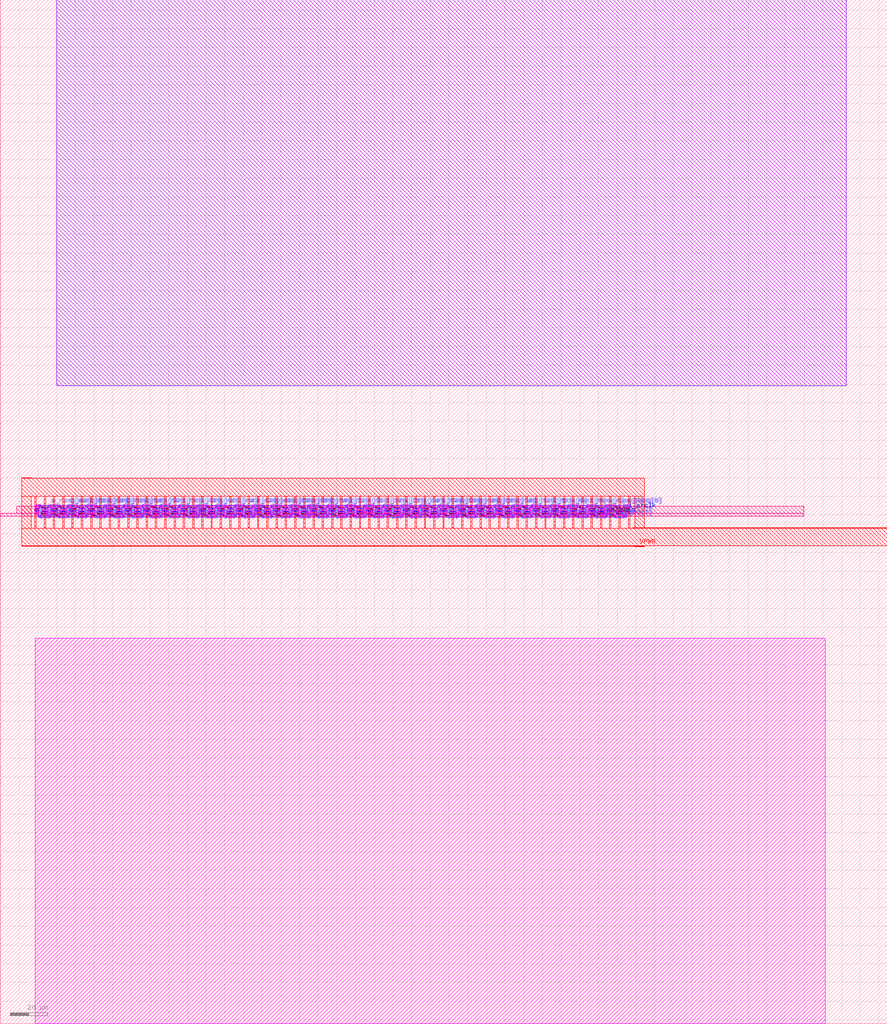
<source format=lef>
VERSION 5.7 ;
  NOWIREEXTENSIONATPIN ON ;
  DIVIDERCHAR "/" ;
  BUSBITCHARS "[]" ;
MACRO meta_srlatch_array_row
  CLASS BLOCK ;
  FOREIGN meta_srlatch_array_row ;
  ORIGIN 310.220 182.150 ;
  SIZE 474.570 BY 547.550 ;
  SITE unithd ;
  PIN o_ranQ[1]
    DIRECTION OUTPUT ;
    USE SIGNAL ;
    ANTENNADIFFAREA 0.340600 ;
    PORT
      LAYER li1 ;
        RECT 18.315 89.065 18.820 89.145 ;
        RECT 19.620 89.065 20.525 89.155 ;
        RECT 18.315 88.885 20.525 89.065 ;
      LAYER mcon ;
        RECT 18.505 88.975 18.675 89.145 ;
        RECT 19.870 88.975 20.040 89.145 ;
      LAYER met1 ;
        RECT 18.440 88.880 20.130 89.180 ;
        RECT 18.620 88.180 19.620 88.880 ;
    END
  END o_ranQ[1]
  PIN o_ranQ[2]
    DIRECTION OUTPUT ;
    USE SIGNAL ;
    ANTENNADIFFAREA 0.340600 ;
    PORT
      LAYER li1 ;
        RECT 13.355 94.875 15.565 95.055 ;
        RECT 13.355 94.795 13.860 94.875 ;
        RECT 14.660 94.785 15.565 94.875 ;
      LAYER mcon ;
        RECT 13.545 94.795 13.715 94.965 ;
        RECT 14.910 94.795 15.080 94.965 ;
      LAYER met1 ;
        RECT 13.660 95.060 14.660 95.760 ;
        RECT 13.480 94.760 15.170 95.060 ;
    END
  END o_ranQ[2]
  PIN o_ranQ[3]
    DIRECTION OUTPUT ;
    USE SIGNAL ;
    ANTENNADIFFAREA 0.340600 ;
    PORT
      LAYER li1 ;
        RECT 8.395 89.065 8.900 89.145 ;
        RECT 9.700 89.065 10.605 89.155 ;
        RECT 8.395 88.885 10.605 89.065 ;
      LAYER mcon ;
        RECT 8.585 88.975 8.755 89.145 ;
        RECT 9.950 88.975 10.120 89.145 ;
      LAYER met1 ;
        RECT 8.520 88.880 10.210 89.180 ;
        RECT 8.700 88.180 9.700 88.880 ;
    END
  END o_ranQ[3]
  PIN o_ranQ[0]
    DIRECTION OUTPUT ;
    USE SIGNAL ;
    ANTENNADIFFAREA 0.340600 ;
    PORT
      LAYER li1 ;
        RECT 23.275 94.875 25.485 95.055 ;
        RECT 23.275 94.795 23.780 94.875 ;
        RECT 24.580 94.785 25.485 94.875 ;
      LAYER mcon ;
        RECT 23.465 94.795 23.635 94.965 ;
        RECT 24.830 94.795 25.000 94.965 ;
      LAYER met1 ;
        RECT 23.580 95.060 24.580 95.760 ;
        RECT 23.400 94.760 25.090 95.060 ;
    END
  END o_ranQ[0]
  PIN o_ranQ[4]
    DIRECTION OUTPUT ;
    USE SIGNAL ;
    ANTENNADIFFAREA 0.340600 ;
    PORT
      LAYER li1 ;
        RECT 3.435 94.875 5.645 95.055 ;
        RECT 3.435 94.795 3.940 94.875 ;
        RECT 4.740 94.785 5.645 94.875 ;
      LAYER mcon ;
        RECT 3.625 94.795 3.795 94.965 ;
        RECT 4.990 94.795 5.160 94.965 ;
      LAYER met1 ;
        RECT 3.740 95.060 4.740 95.760 ;
        RECT 3.560 94.760 5.250 95.060 ;
    END
  END o_ranQ[4]
  PIN o_ranQ[5]
    DIRECTION OUTPUT ;
    USE SIGNAL ;
    ANTENNADIFFAREA 0.340600 ;
    PORT
      LAYER li1 ;
        RECT -1.525 89.065 -1.020 89.145 ;
        RECT -0.220 89.065 0.685 89.155 ;
        RECT -1.525 88.885 0.685 89.065 ;
      LAYER mcon ;
        RECT -1.335 88.975 -1.165 89.145 ;
        RECT 0.030 88.975 0.200 89.145 ;
      LAYER met1 ;
        RECT -1.400 88.880 0.290 89.180 ;
        RECT -1.220 88.180 -0.220 88.880 ;
    END
  END o_ranQ[5]
  PIN o_ranQ[6]
    DIRECTION OUTPUT ;
    USE SIGNAL ;
    ANTENNADIFFAREA 0.340600 ;
    PORT
      LAYER li1 ;
        RECT -6.485 94.875 -4.275 95.055 ;
        RECT -6.485 94.795 -5.980 94.875 ;
        RECT -5.180 94.785 -4.275 94.875 ;
      LAYER mcon ;
        RECT -6.295 94.795 -6.125 94.965 ;
        RECT -4.930 94.795 -4.760 94.965 ;
      LAYER met1 ;
        RECT -6.180 95.060 -5.180 95.760 ;
        RECT -6.360 94.760 -4.670 95.060 ;
    END
  END o_ranQ[6]
  PIN o_ranQ[7]
    DIRECTION OUTPUT ;
    USE SIGNAL ;
    ANTENNADIFFAREA 0.340600 ;
    PORT
      LAYER li1 ;
        RECT -11.445 89.065 -10.940 89.145 ;
        RECT -10.140 89.065 -9.235 89.155 ;
        RECT -11.445 88.885 -9.235 89.065 ;
      LAYER mcon ;
        RECT -11.255 88.975 -11.085 89.145 ;
        RECT -9.890 88.975 -9.720 89.145 ;
      LAYER met1 ;
        RECT -11.320 88.880 -9.630 89.180 ;
        RECT -11.140 88.180 -10.140 88.880 ;
    END
  END o_ranQ[7]
  PIN o_ranQ[8]
    DIRECTION OUTPUT ;
    USE SIGNAL ;
    ANTENNADIFFAREA 0.340600 ;
    PORT
      LAYER li1 ;
        RECT -16.405 94.875 -14.195 95.055 ;
        RECT -16.405 94.795 -15.900 94.875 ;
        RECT -15.100 94.785 -14.195 94.875 ;
      LAYER mcon ;
        RECT -16.215 94.795 -16.045 94.965 ;
        RECT -14.850 94.795 -14.680 94.965 ;
      LAYER met1 ;
        RECT -16.100 95.060 -15.100 95.760 ;
        RECT -16.280 94.760 -14.590 95.060 ;
    END
  END o_ranQ[8]
  PIN o_ranQ[9]
    DIRECTION OUTPUT ;
    USE SIGNAL ;
    ANTENNADIFFAREA 0.340600 ;
    PORT
      LAYER li1 ;
        RECT -21.365 89.065 -20.860 89.145 ;
        RECT -20.060 89.065 -19.155 89.155 ;
        RECT -21.365 88.885 -19.155 89.065 ;
      LAYER mcon ;
        RECT -21.175 88.975 -21.005 89.145 ;
        RECT -19.810 88.975 -19.640 89.145 ;
      LAYER met1 ;
        RECT -21.240 88.880 -19.550 89.180 ;
        RECT -21.060 88.180 -20.060 88.880 ;
    END
  END o_ranQ[9]
  PIN o_ranQ[10]
    DIRECTION OUTPUT ;
    USE SIGNAL ;
    ANTENNADIFFAREA 0.340600 ;
    PORT
      LAYER li1 ;
        RECT -26.325 94.875 -24.115 95.055 ;
        RECT -26.325 94.795 -25.820 94.875 ;
        RECT -25.020 94.785 -24.115 94.875 ;
      LAYER mcon ;
        RECT -26.135 94.795 -25.965 94.965 ;
        RECT -24.770 94.795 -24.600 94.965 ;
      LAYER met1 ;
        RECT -26.020 95.060 -25.020 95.760 ;
        RECT -26.200 94.760 -24.510 95.060 ;
    END
  END o_ranQ[10]
  PIN o_ranQ[11]
    DIRECTION OUTPUT ;
    USE SIGNAL ;
    ANTENNADIFFAREA 0.340600 ;
    PORT
      LAYER li1 ;
        RECT -31.285 89.065 -30.780 89.145 ;
        RECT -29.980 89.065 -29.075 89.155 ;
        RECT -31.285 88.885 -29.075 89.065 ;
      LAYER mcon ;
        RECT -31.095 88.975 -30.925 89.145 ;
        RECT -29.730 88.975 -29.560 89.145 ;
      LAYER met1 ;
        RECT -31.160 88.880 -29.470 89.180 ;
        RECT -30.980 88.180 -29.980 88.880 ;
    END
  END o_ranQ[11]
  PIN o_ranQ[12]
    DIRECTION OUTPUT ;
    USE SIGNAL ;
    ANTENNADIFFAREA 0.340600 ;
    PORT
      LAYER li1 ;
        RECT -36.245 94.875 -34.035 95.055 ;
        RECT -36.245 94.795 -35.740 94.875 ;
        RECT -34.940 94.785 -34.035 94.875 ;
      LAYER mcon ;
        RECT -36.055 94.795 -35.885 94.965 ;
        RECT -34.690 94.795 -34.520 94.965 ;
      LAYER met1 ;
        RECT -35.940 95.060 -34.940 95.760 ;
        RECT -36.120 94.760 -34.430 95.060 ;
    END
  END o_ranQ[12]
  PIN o_ranQ[13]
    DIRECTION OUTPUT ;
    USE SIGNAL ;
    ANTENNADIFFAREA 0.340600 ;
    PORT
      LAYER li1 ;
        RECT -41.205 89.065 -40.700 89.145 ;
        RECT -39.900 89.065 -38.995 89.155 ;
        RECT -41.205 88.885 -38.995 89.065 ;
      LAYER mcon ;
        RECT -41.015 88.975 -40.845 89.145 ;
        RECT -39.650 88.975 -39.480 89.145 ;
      LAYER met1 ;
        RECT -41.080 88.880 -39.390 89.180 ;
        RECT -40.900 88.180 -39.900 88.880 ;
    END
  END o_ranQ[13]
  PIN o_ranQ[14]
    DIRECTION OUTPUT ;
    USE SIGNAL ;
    ANTENNADIFFAREA 0.340600 ;
    PORT
      LAYER li1 ;
        RECT -46.165 94.875 -43.955 95.055 ;
        RECT -46.165 94.795 -45.660 94.875 ;
        RECT -44.860 94.785 -43.955 94.875 ;
      LAYER mcon ;
        RECT -45.975 94.795 -45.805 94.965 ;
        RECT -44.610 94.795 -44.440 94.965 ;
      LAYER met1 ;
        RECT -45.860 95.060 -44.860 95.760 ;
        RECT -46.040 94.760 -44.350 95.060 ;
    END
  END o_ranQ[14]
  PIN o_ranQ[15]
    DIRECTION OUTPUT ;
    USE SIGNAL ;
    ANTENNADIFFAREA 0.340600 ;
    PORT
      LAYER li1 ;
        RECT -51.125 89.065 -50.620 89.145 ;
        RECT -49.820 89.065 -48.915 89.155 ;
        RECT -51.125 88.885 -48.915 89.065 ;
      LAYER mcon ;
        RECT -50.935 88.975 -50.765 89.145 ;
        RECT -49.570 88.975 -49.400 89.145 ;
      LAYER met1 ;
        RECT -51.000 88.880 -49.310 89.180 ;
        RECT -50.820 88.180 -49.820 88.880 ;
    END
  END o_ranQ[15]
  PIN o_ranQ[17]
    DIRECTION OUTPUT ;
    USE SIGNAL ;
    ANTENNADIFFAREA 0.340600 ;
    PORT
      LAYER li1 ;
        RECT -61.045 89.065 -60.540 89.145 ;
        RECT -59.740 89.065 -58.835 89.155 ;
        RECT -61.045 88.885 -58.835 89.065 ;
      LAYER mcon ;
        RECT -60.855 88.975 -60.685 89.145 ;
        RECT -59.490 88.975 -59.320 89.145 ;
      LAYER met1 ;
        RECT -60.920 88.880 -59.230 89.180 ;
        RECT -60.740 88.180 -59.740 88.880 ;
    END
  END o_ranQ[17]
  PIN o_ranQ[18]
    DIRECTION OUTPUT ;
    USE SIGNAL ;
    ANTENNADIFFAREA 0.340600 ;
    PORT
      LAYER li1 ;
        RECT -66.005 94.875 -63.795 95.055 ;
        RECT -66.005 94.795 -65.500 94.875 ;
        RECT -64.700 94.785 -63.795 94.875 ;
      LAYER mcon ;
        RECT -65.815 94.795 -65.645 94.965 ;
        RECT -64.450 94.795 -64.280 94.965 ;
      LAYER met1 ;
        RECT -65.700 95.060 -64.700 95.760 ;
        RECT -65.880 94.760 -64.190 95.060 ;
    END
  END o_ranQ[18]
  PIN o_ranQ[19]
    DIRECTION OUTPUT ;
    USE SIGNAL ;
    ANTENNADIFFAREA 0.340600 ;
    PORT
      LAYER li1 ;
        RECT -70.965 89.065 -70.460 89.145 ;
        RECT -69.660 89.065 -68.755 89.155 ;
        RECT -70.965 88.885 -68.755 89.065 ;
      LAYER mcon ;
        RECT -70.775 88.975 -70.605 89.145 ;
        RECT -69.410 88.975 -69.240 89.145 ;
      LAYER met1 ;
        RECT -70.840 88.880 -69.150 89.180 ;
        RECT -70.660 88.180 -69.660 88.880 ;
    END
  END o_ranQ[19]
  PIN o_ranQ[16]
    DIRECTION OUTPUT ;
    USE SIGNAL ;
    ANTENNADIFFAREA 0.340600 ;
    PORT
      LAYER li1 ;
        RECT -56.085 94.875 -53.875 95.055 ;
        RECT -56.085 94.795 -55.580 94.875 ;
        RECT -54.780 94.785 -53.875 94.875 ;
      LAYER mcon ;
        RECT -55.895 94.795 -55.725 94.965 ;
        RECT -54.530 94.795 -54.360 94.965 ;
      LAYER met1 ;
        RECT -55.780 95.060 -54.780 95.760 ;
        RECT -55.960 94.760 -54.270 95.060 ;
    END
  END o_ranQ[16]
  PIN o_ranQ[20]
    DIRECTION OUTPUT ;
    USE SIGNAL ;
    ANTENNADIFFAREA 0.340600 ;
    PORT
      LAYER li1 ;
        RECT -75.925 94.875 -73.715 95.055 ;
        RECT -75.925 94.795 -75.420 94.875 ;
        RECT -74.620 94.785 -73.715 94.875 ;
      LAYER mcon ;
        RECT -75.735 94.795 -75.565 94.965 ;
        RECT -74.370 94.795 -74.200 94.965 ;
      LAYER met1 ;
        RECT -75.620 95.060 -74.620 95.760 ;
        RECT -75.800 94.760 -74.110 95.060 ;
    END
  END o_ranQ[20]
  PIN o_ranQ[21]
    DIRECTION OUTPUT ;
    USE SIGNAL ;
    ANTENNADIFFAREA 0.340600 ;
    PORT
      LAYER li1 ;
        RECT -80.885 89.065 -80.380 89.145 ;
        RECT -79.580 89.065 -78.675 89.155 ;
        RECT -80.885 88.885 -78.675 89.065 ;
      LAYER mcon ;
        RECT -80.695 88.975 -80.525 89.145 ;
        RECT -79.330 88.975 -79.160 89.145 ;
      LAYER met1 ;
        RECT -80.760 88.880 -79.070 89.180 ;
        RECT -80.580 88.180 -79.580 88.880 ;
    END
  END o_ranQ[21]
  PIN o_ranQ[22]
    DIRECTION OUTPUT ;
    USE SIGNAL ;
    ANTENNADIFFAREA 0.340600 ;
    PORT
      LAYER li1 ;
        RECT -85.845 94.875 -83.635 95.055 ;
        RECT -85.845 94.795 -85.340 94.875 ;
        RECT -84.540 94.785 -83.635 94.875 ;
      LAYER mcon ;
        RECT -85.655 94.795 -85.485 94.965 ;
        RECT -84.290 94.795 -84.120 94.965 ;
      LAYER met1 ;
        RECT -85.540 95.060 -84.540 95.760 ;
        RECT -85.720 94.760 -84.030 95.060 ;
    END
  END o_ranQ[22]
  PIN o_ranQ[23]
    DIRECTION OUTPUT ;
    USE SIGNAL ;
    ANTENNADIFFAREA 0.340600 ;
    PORT
      LAYER li1 ;
        RECT -90.805 89.065 -90.300 89.145 ;
        RECT -89.500 89.065 -88.595 89.155 ;
        RECT -90.805 88.885 -88.595 89.065 ;
      LAYER mcon ;
        RECT -90.615 88.975 -90.445 89.145 ;
        RECT -89.250 88.975 -89.080 89.145 ;
      LAYER met1 ;
        RECT -90.680 88.880 -88.990 89.180 ;
        RECT -90.500 88.180 -89.500 88.880 ;
    END
  END o_ranQ[23]
  PIN o_ranQ[24]
    DIRECTION OUTPUT ;
    USE SIGNAL ;
    ANTENNADIFFAREA 0.340600 ;
    PORT
      LAYER li1 ;
        RECT -95.765 94.875 -93.555 95.055 ;
        RECT -95.765 94.795 -95.260 94.875 ;
        RECT -94.460 94.785 -93.555 94.875 ;
      LAYER mcon ;
        RECT -95.575 94.795 -95.405 94.965 ;
        RECT -94.210 94.795 -94.040 94.965 ;
      LAYER met1 ;
        RECT -95.460 95.060 -94.460 95.760 ;
        RECT -95.640 94.760 -93.950 95.060 ;
    END
  END o_ranQ[24]
  PIN o_ranQ[25]
    DIRECTION OUTPUT ;
    USE SIGNAL ;
    ANTENNADIFFAREA 0.340600 ;
    PORT
      LAYER li1 ;
        RECT -100.725 89.065 -100.220 89.145 ;
        RECT -99.420 89.065 -98.515 89.155 ;
        RECT -100.725 88.885 -98.515 89.065 ;
      LAYER mcon ;
        RECT -100.535 88.975 -100.365 89.145 ;
        RECT -99.170 88.975 -99.000 89.145 ;
      LAYER met1 ;
        RECT -100.600 88.880 -98.910 89.180 ;
        RECT -100.420 88.180 -99.420 88.880 ;
    END
  END o_ranQ[25]
  PIN o_ranQ[26]
    DIRECTION OUTPUT ;
    USE SIGNAL ;
    ANTENNADIFFAREA 0.340600 ;
    PORT
      LAYER li1 ;
        RECT -105.685 94.875 -103.475 95.055 ;
        RECT -105.685 94.795 -105.180 94.875 ;
        RECT -104.380 94.785 -103.475 94.875 ;
      LAYER mcon ;
        RECT -105.495 94.795 -105.325 94.965 ;
        RECT -104.130 94.795 -103.960 94.965 ;
      LAYER met1 ;
        RECT -105.380 95.060 -104.380 95.760 ;
        RECT -105.560 94.760 -103.870 95.060 ;
    END
  END o_ranQ[26]
  PIN o_ranQ[27]
    DIRECTION OUTPUT ;
    USE SIGNAL ;
    ANTENNADIFFAREA 0.340600 ;
    PORT
      LAYER li1 ;
        RECT -110.645 89.065 -110.140 89.145 ;
        RECT -109.340 89.065 -108.435 89.155 ;
        RECT -110.645 88.885 -108.435 89.065 ;
      LAYER mcon ;
        RECT -110.455 88.975 -110.285 89.145 ;
        RECT -109.090 88.975 -108.920 89.145 ;
      LAYER met1 ;
        RECT -110.520 88.880 -108.830 89.180 ;
        RECT -110.340 88.180 -109.340 88.880 ;
    END
  END o_ranQ[27]
  PIN o_ranQ[28]
    DIRECTION OUTPUT ;
    USE SIGNAL ;
    ANTENNADIFFAREA 0.340600 ;
    PORT
      LAYER li1 ;
        RECT -115.605 94.875 -113.395 95.055 ;
        RECT -115.605 94.795 -115.100 94.875 ;
        RECT -114.300 94.785 -113.395 94.875 ;
      LAYER mcon ;
        RECT -115.415 94.795 -115.245 94.965 ;
        RECT -114.050 94.795 -113.880 94.965 ;
      LAYER met1 ;
        RECT -115.300 95.060 -114.300 95.760 ;
        RECT -115.480 94.760 -113.790 95.060 ;
    END
  END o_ranQ[28]
  PIN o_ranQ[29]
    DIRECTION OUTPUT ;
    USE SIGNAL ;
    ANTENNADIFFAREA 0.340600 ;
    PORT
      LAYER li1 ;
        RECT -120.565 89.065 -120.060 89.145 ;
        RECT -119.260 89.065 -118.355 89.155 ;
        RECT -120.565 88.885 -118.355 89.065 ;
      LAYER mcon ;
        RECT -120.375 88.975 -120.205 89.145 ;
        RECT -119.010 88.975 -118.840 89.145 ;
      LAYER met1 ;
        RECT -120.440 88.880 -118.750 89.180 ;
        RECT -120.260 88.180 -119.260 88.880 ;
    END
  END o_ranQ[29]
  PIN o_ranQ[30]
    DIRECTION OUTPUT ;
    USE SIGNAL ;
    ANTENNADIFFAREA 0.340600 ;
    PORT
      LAYER li1 ;
        RECT -125.525 94.875 -123.315 95.055 ;
        RECT -125.525 94.795 -125.020 94.875 ;
        RECT -124.220 94.785 -123.315 94.875 ;
      LAYER mcon ;
        RECT -125.335 94.795 -125.165 94.965 ;
        RECT -123.970 94.795 -123.800 94.965 ;
      LAYER met1 ;
        RECT -125.220 95.060 -124.220 95.760 ;
        RECT -125.400 94.760 -123.710 95.060 ;
    END
  END o_ranQ[30]
  PIN o_ranQ[31]
    DIRECTION OUTPUT ;
    USE SIGNAL ;
    ANTENNADIFFAREA 0.340600 ;
    PORT
      LAYER li1 ;
        RECT -130.485 89.065 -129.980 89.145 ;
        RECT -129.180 89.065 -128.275 89.155 ;
        RECT -130.485 88.885 -128.275 89.065 ;
      LAYER mcon ;
        RECT -130.295 88.975 -130.125 89.145 ;
        RECT -128.930 88.975 -128.760 89.145 ;
      LAYER met1 ;
        RECT -130.360 88.880 -128.670 89.180 ;
        RECT -130.180 88.180 -129.180 88.880 ;
    END
  END o_ranQ[31]
  PIN o_ranQ[33]
    DIRECTION OUTPUT ;
    USE SIGNAL ;
    ANTENNADIFFAREA 0.340600 ;
    PORT
      LAYER li1 ;
        RECT -140.405 89.065 -139.900 89.145 ;
        RECT -139.100 89.065 -138.195 89.155 ;
        RECT -140.405 88.885 -138.195 89.065 ;
      LAYER mcon ;
        RECT -140.215 88.975 -140.045 89.145 ;
        RECT -138.850 88.975 -138.680 89.145 ;
      LAYER met1 ;
        RECT -140.280 88.880 -138.590 89.180 ;
        RECT -140.100 88.180 -139.100 88.880 ;
    END
  END o_ranQ[33]
  PIN o_ranQ[34]
    DIRECTION OUTPUT ;
    USE SIGNAL ;
    ANTENNADIFFAREA 0.340600 ;
    PORT
      LAYER li1 ;
        RECT -145.365 94.875 -143.155 95.055 ;
        RECT -145.365 94.795 -144.860 94.875 ;
        RECT -144.060 94.785 -143.155 94.875 ;
      LAYER mcon ;
        RECT -145.175 94.795 -145.005 94.965 ;
        RECT -143.810 94.795 -143.640 94.965 ;
      LAYER met1 ;
        RECT -145.060 95.060 -144.060 95.760 ;
        RECT -145.240 94.760 -143.550 95.060 ;
    END
  END o_ranQ[34]
  PIN o_ranQ[35]
    DIRECTION OUTPUT ;
    USE SIGNAL ;
    ANTENNADIFFAREA 0.340600 ;
    PORT
      LAYER li1 ;
        RECT -150.325 89.065 -149.820 89.145 ;
        RECT -149.020 89.065 -148.115 89.155 ;
        RECT -150.325 88.885 -148.115 89.065 ;
      LAYER mcon ;
        RECT -150.135 88.975 -149.965 89.145 ;
        RECT -148.770 88.975 -148.600 89.145 ;
      LAYER met1 ;
        RECT -150.200 88.880 -148.510 89.180 ;
        RECT -150.020 88.180 -149.020 88.880 ;
    END
  END o_ranQ[35]
  PIN o_ranQ[32]
    DIRECTION OUTPUT ;
    USE SIGNAL ;
    ANTENNADIFFAREA 0.340600 ;
    PORT
      LAYER li1 ;
        RECT -135.445 94.875 -133.235 95.055 ;
        RECT -135.445 94.795 -134.940 94.875 ;
        RECT -134.140 94.785 -133.235 94.875 ;
      LAYER mcon ;
        RECT -135.255 94.795 -135.085 94.965 ;
        RECT -133.890 94.795 -133.720 94.965 ;
      LAYER met1 ;
        RECT -135.140 95.060 -134.140 95.760 ;
        RECT -135.320 94.760 -133.630 95.060 ;
    END
  END o_ranQ[32]
  PIN o_ranQ[36]
    DIRECTION OUTPUT ;
    USE SIGNAL ;
    ANTENNADIFFAREA 0.340600 ;
    PORT
      LAYER li1 ;
        RECT -155.285 94.875 -153.075 95.055 ;
        RECT -155.285 94.795 -154.780 94.875 ;
        RECT -153.980 94.785 -153.075 94.875 ;
      LAYER mcon ;
        RECT -155.095 94.795 -154.925 94.965 ;
        RECT -153.730 94.795 -153.560 94.965 ;
      LAYER met1 ;
        RECT -154.980 95.060 -153.980 95.760 ;
        RECT -155.160 94.760 -153.470 95.060 ;
    END
  END o_ranQ[36]
  PIN o_ranQ[37]
    DIRECTION OUTPUT ;
    USE SIGNAL ;
    ANTENNADIFFAREA 0.340600 ;
    PORT
      LAYER li1 ;
        RECT -160.245 89.065 -159.740 89.145 ;
        RECT -158.940 89.065 -158.035 89.155 ;
        RECT -160.245 88.885 -158.035 89.065 ;
      LAYER mcon ;
        RECT -160.055 88.975 -159.885 89.145 ;
        RECT -158.690 88.975 -158.520 89.145 ;
      LAYER met1 ;
        RECT -160.120 88.880 -158.430 89.180 ;
        RECT -159.940 88.180 -158.940 88.880 ;
    END
  END o_ranQ[37]
  PIN o_ranQ[38]
    DIRECTION OUTPUT ;
    USE SIGNAL ;
    ANTENNADIFFAREA 0.340600 ;
    PORT
      LAYER li1 ;
        RECT -165.205 94.875 -162.995 95.055 ;
        RECT -165.205 94.795 -164.700 94.875 ;
        RECT -163.900 94.785 -162.995 94.875 ;
      LAYER mcon ;
        RECT -165.015 94.795 -164.845 94.965 ;
        RECT -163.650 94.795 -163.480 94.965 ;
      LAYER met1 ;
        RECT -164.900 95.060 -163.900 95.760 ;
        RECT -165.080 94.760 -163.390 95.060 ;
    END
  END o_ranQ[38]
  PIN o_ranQ[39]
    DIRECTION OUTPUT ;
    USE SIGNAL ;
    ANTENNADIFFAREA 0.340600 ;
    PORT
      LAYER li1 ;
        RECT -170.165 89.065 -169.660 89.145 ;
        RECT -168.860 89.065 -167.955 89.155 ;
        RECT -170.165 88.885 -167.955 89.065 ;
      LAYER mcon ;
        RECT -169.975 88.975 -169.805 89.145 ;
        RECT -168.610 88.975 -168.440 89.145 ;
      LAYER met1 ;
        RECT -170.040 88.880 -168.350 89.180 ;
        RECT -169.860 88.180 -168.860 88.880 ;
    END
  END o_ranQ[39]
  PIN o_ranQ[40]
    DIRECTION OUTPUT ;
    USE SIGNAL ;
    ANTENNADIFFAREA 0.340600 ;
    PORT
      LAYER li1 ;
        RECT -175.125 94.875 -172.915 95.055 ;
        RECT -175.125 94.795 -174.620 94.875 ;
        RECT -173.820 94.785 -172.915 94.875 ;
      LAYER mcon ;
        RECT -174.935 94.795 -174.765 94.965 ;
        RECT -173.570 94.795 -173.400 94.965 ;
      LAYER met1 ;
        RECT -174.820 95.060 -173.820 95.760 ;
        RECT -175.000 94.760 -173.310 95.060 ;
    END
  END o_ranQ[40]
  PIN o_ranQ[41]
    DIRECTION OUTPUT ;
    USE SIGNAL ;
    ANTENNADIFFAREA 0.340600 ;
    PORT
      LAYER li1 ;
        RECT -180.085 89.065 -179.580 89.145 ;
        RECT -178.780 89.065 -177.875 89.155 ;
        RECT -180.085 88.885 -177.875 89.065 ;
      LAYER mcon ;
        RECT -179.895 88.975 -179.725 89.145 ;
        RECT -178.530 88.975 -178.360 89.145 ;
      LAYER met1 ;
        RECT -179.960 88.880 -178.270 89.180 ;
        RECT -179.780 88.180 -178.780 88.880 ;
    END
  END o_ranQ[41]
  PIN o_ranQ[42]
    DIRECTION OUTPUT ;
    USE SIGNAL ;
    ANTENNADIFFAREA 0.340600 ;
    PORT
      LAYER li1 ;
        RECT -185.045 94.875 -182.835 95.055 ;
        RECT -185.045 94.795 -184.540 94.875 ;
        RECT -183.740 94.785 -182.835 94.875 ;
      LAYER mcon ;
        RECT -184.855 94.795 -184.685 94.965 ;
        RECT -183.490 94.795 -183.320 94.965 ;
      LAYER met1 ;
        RECT -184.740 95.060 -183.740 95.760 ;
        RECT -184.920 94.760 -183.230 95.060 ;
    END
  END o_ranQ[42]
  PIN o_ranQ[43]
    DIRECTION OUTPUT ;
    USE SIGNAL ;
    ANTENNADIFFAREA 0.340600 ;
    PORT
      LAYER li1 ;
        RECT -190.005 89.065 -189.500 89.145 ;
        RECT -188.700 89.065 -187.795 89.155 ;
        RECT -190.005 88.885 -187.795 89.065 ;
      LAYER mcon ;
        RECT -189.815 88.975 -189.645 89.145 ;
        RECT -188.450 88.975 -188.280 89.145 ;
      LAYER met1 ;
        RECT -189.880 88.880 -188.190 89.180 ;
        RECT -189.700 88.180 -188.700 88.880 ;
    END
  END o_ranQ[43]
  PIN o_ranQ[44]
    DIRECTION OUTPUT ;
    USE SIGNAL ;
    ANTENNADIFFAREA 0.340600 ;
    PORT
      LAYER li1 ;
        RECT -194.965 94.875 -192.755 95.055 ;
        RECT -194.965 94.795 -194.460 94.875 ;
        RECT -193.660 94.785 -192.755 94.875 ;
      LAYER mcon ;
        RECT -194.775 94.795 -194.605 94.965 ;
        RECT -193.410 94.795 -193.240 94.965 ;
      LAYER met1 ;
        RECT -194.660 95.060 -193.660 95.760 ;
        RECT -194.840 94.760 -193.150 95.060 ;
    END
  END o_ranQ[44]
  PIN o_ranQ[45]
    DIRECTION OUTPUT ;
    USE SIGNAL ;
    ANTENNADIFFAREA 0.340600 ;
    PORT
      LAYER li1 ;
        RECT -199.925 89.065 -199.420 89.145 ;
        RECT -198.620 89.065 -197.715 89.155 ;
        RECT -199.925 88.885 -197.715 89.065 ;
      LAYER mcon ;
        RECT -199.735 88.975 -199.565 89.145 ;
        RECT -198.370 88.975 -198.200 89.145 ;
      LAYER met1 ;
        RECT -199.800 88.880 -198.110 89.180 ;
        RECT -199.620 88.180 -198.620 88.880 ;
    END
  END o_ranQ[45]
  PIN o_ranQ[46]
    DIRECTION OUTPUT ;
    USE SIGNAL ;
    ANTENNADIFFAREA 0.340600 ;
    PORT
      LAYER li1 ;
        RECT -204.885 94.875 -202.675 95.055 ;
        RECT -204.885 94.795 -204.380 94.875 ;
        RECT -203.580 94.785 -202.675 94.875 ;
      LAYER mcon ;
        RECT -204.695 94.795 -204.525 94.965 ;
        RECT -203.330 94.795 -203.160 94.965 ;
      LAYER met1 ;
        RECT -204.580 95.060 -203.580 95.760 ;
        RECT -204.760 94.760 -203.070 95.060 ;
    END
  END o_ranQ[46]
  PIN o_ranQ[47]
    DIRECTION OUTPUT ;
    USE SIGNAL ;
    ANTENNADIFFAREA 0.340600 ;
    PORT
      LAYER li1 ;
        RECT -209.845 89.065 -209.340 89.145 ;
        RECT -208.540 89.065 -207.635 89.155 ;
        RECT -209.845 88.885 -207.635 89.065 ;
      LAYER mcon ;
        RECT -209.655 88.975 -209.485 89.145 ;
        RECT -208.290 88.975 -208.120 89.145 ;
      LAYER met1 ;
        RECT -209.720 88.880 -208.030 89.180 ;
        RECT -209.540 88.180 -208.540 88.880 ;
    END
  END o_ranQ[47]
  PIN o_ranQ[49]
    DIRECTION OUTPUT ;
    USE SIGNAL ;
    ANTENNADIFFAREA 0.340600 ;
    PORT
      LAYER li1 ;
        RECT -219.765 89.065 -219.260 89.145 ;
        RECT -218.460 89.065 -217.555 89.155 ;
        RECT -219.765 88.885 -217.555 89.065 ;
      LAYER mcon ;
        RECT -219.575 88.975 -219.405 89.145 ;
        RECT -218.210 88.975 -218.040 89.145 ;
      LAYER met1 ;
        RECT -219.640 88.880 -217.950 89.180 ;
        RECT -219.460 88.180 -218.460 88.880 ;
    END
  END o_ranQ[49]
  PIN o_ranQ[50]
    DIRECTION OUTPUT ;
    USE SIGNAL ;
    ANTENNADIFFAREA 0.340600 ;
    PORT
      LAYER li1 ;
        RECT -224.725 94.875 -222.515 95.055 ;
        RECT -224.725 94.795 -224.220 94.875 ;
        RECT -223.420 94.785 -222.515 94.875 ;
      LAYER mcon ;
        RECT -224.535 94.795 -224.365 94.965 ;
        RECT -223.170 94.795 -223.000 94.965 ;
      LAYER met1 ;
        RECT -224.420 95.060 -223.420 95.760 ;
        RECT -224.600 94.760 -222.910 95.060 ;
    END
  END o_ranQ[50]
  PIN o_ranQ[51]
    DIRECTION OUTPUT ;
    USE SIGNAL ;
    ANTENNADIFFAREA 0.340600 ;
    PORT
      LAYER li1 ;
        RECT -229.685 89.065 -229.180 89.145 ;
        RECT -228.380 89.065 -227.475 89.155 ;
        RECT -229.685 88.885 -227.475 89.065 ;
      LAYER mcon ;
        RECT -229.495 88.975 -229.325 89.145 ;
        RECT -228.130 88.975 -227.960 89.145 ;
      LAYER met1 ;
        RECT -229.560 88.880 -227.870 89.180 ;
        RECT -229.380 88.180 -228.380 88.880 ;
    END
  END o_ranQ[51]
  PIN o_ranQ[48]
    DIRECTION OUTPUT ;
    USE SIGNAL ;
    ANTENNADIFFAREA 0.340600 ;
    PORT
      LAYER li1 ;
        RECT -214.805 94.875 -212.595 95.055 ;
        RECT -214.805 94.795 -214.300 94.875 ;
        RECT -213.500 94.785 -212.595 94.875 ;
      LAYER mcon ;
        RECT -214.615 94.795 -214.445 94.965 ;
        RECT -213.250 94.795 -213.080 94.965 ;
      LAYER met1 ;
        RECT -214.500 95.060 -213.500 95.760 ;
        RECT -214.680 94.760 -212.990 95.060 ;
    END
  END o_ranQ[48]
  PIN o_ranQ[52]
    DIRECTION OUTPUT ;
    USE SIGNAL ;
    ANTENNADIFFAREA 0.340600 ;
    PORT
      LAYER li1 ;
        RECT -234.645 94.875 -232.435 95.055 ;
        RECT -234.645 94.795 -234.140 94.875 ;
        RECT -233.340 94.785 -232.435 94.875 ;
      LAYER mcon ;
        RECT -234.455 94.795 -234.285 94.965 ;
        RECT -233.090 94.795 -232.920 94.965 ;
      LAYER met1 ;
        RECT -234.340 95.060 -233.340 95.760 ;
        RECT -234.520 94.760 -232.830 95.060 ;
    END
  END o_ranQ[52]
  PIN o_ranQ[53]
    DIRECTION OUTPUT ;
    USE SIGNAL ;
    ANTENNADIFFAREA 0.340600 ;
    PORT
      LAYER li1 ;
        RECT -239.605 89.065 -239.100 89.145 ;
        RECT -238.300 89.065 -237.395 89.155 ;
        RECT -239.605 88.885 -237.395 89.065 ;
      LAYER mcon ;
        RECT -239.415 88.975 -239.245 89.145 ;
        RECT -238.050 88.975 -237.880 89.145 ;
      LAYER met1 ;
        RECT -239.480 88.880 -237.790 89.180 ;
        RECT -239.300 88.180 -238.300 88.880 ;
    END
  END o_ranQ[53]
  PIN o_ranQ[54]
    DIRECTION OUTPUT ;
    USE SIGNAL ;
    ANTENNADIFFAREA 0.340600 ;
    PORT
      LAYER li1 ;
        RECT -244.565 94.875 -242.355 95.055 ;
        RECT -244.565 94.795 -244.060 94.875 ;
        RECT -243.260 94.785 -242.355 94.875 ;
      LAYER mcon ;
        RECT -244.375 94.795 -244.205 94.965 ;
        RECT -243.010 94.795 -242.840 94.965 ;
      LAYER met1 ;
        RECT -244.260 95.060 -243.260 95.760 ;
        RECT -244.440 94.760 -242.750 95.060 ;
    END
  END o_ranQ[54]
  PIN o_ranQ[55]
    DIRECTION OUTPUT ;
    USE SIGNAL ;
    ANTENNADIFFAREA 0.340600 ;
    PORT
      LAYER li1 ;
        RECT -249.525 89.065 -249.020 89.145 ;
        RECT -248.220 89.065 -247.315 89.155 ;
        RECT -249.525 88.885 -247.315 89.065 ;
      LAYER mcon ;
        RECT -249.335 88.975 -249.165 89.145 ;
        RECT -247.970 88.975 -247.800 89.145 ;
      LAYER met1 ;
        RECT -249.400 88.880 -247.710 89.180 ;
        RECT -249.220 88.180 -248.220 88.880 ;
    END
  END o_ranQ[55]
  PIN o_ranQ[56]
    DIRECTION OUTPUT ;
    USE SIGNAL ;
    ANTENNADIFFAREA 0.340600 ;
    PORT
      LAYER li1 ;
        RECT -254.485 94.875 -252.275 95.055 ;
        RECT -254.485 94.795 -253.980 94.875 ;
        RECT -253.180 94.785 -252.275 94.875 ;
      LAYER mcon ;
        RECT -254.295 94.795 -254.125 94.965 ;
        RECT -252.930 94.795 -252.760 94.965 ;
      LAYER met1 ;
        RECT -254.180 95.060 -253.180 95.760 ;
        RECT -254.360 94.760 -252.670 95.060 ;
    END
  END o_ranQ[56]
  PIN o_ranQ[57]
    DIRECTION OUTPUT ;
    USE SIGNAL ;
    ANTENNADIFFAREA 0.340600 ;
    PORT
      LAYER li1 ;
        RECT -259.445 89.065 -258.940 89.145 ;
        RECT -258.140 89.065 -257.235 89.155 ;
        RECT -259.445 88.885 -257.235 89.065 ;
      LAYER mcon ;
        RECT -259.255 88.975 -259.085 89.145 ;
        RECT -257.890 88.975 -257.720 89.145 ;
      LAYER met1 ;
        RECT -259.320 88.880 -257.630 89.180 ;
        RECT -259.140 88.180 -258.140 88.880 ;
    END
  END o_ranQ[57]
  PIN o_ranQ[58]
    DIRECTION OUTPUT ;
    USE SIGNAL ;
    ANTENNADIFFAREA 0.340600 ;
    PORT
      LAYER li1 ;
        RECT -264.405 94.875 -262.195 95.055 ;
        RECT -264.405 94.795 -263.900 94.875 ;
        RECT -263.100 94.785 -262.195 94.875 ;
      LAYER mcon ;
        RECT -264.215 94.795 -264.045 94.965 ;
        RECT -262.850 94.795 -262.680 94.965 ;
      LAYER met1 ;
        RECT -264.100 95.060 -263.100 95.760 ;
        RECT -264.280 94.760 -262.590 95.060 ;
    END
  END o_ranQ[58]
  PIN o_ranQ[59]
    DIRECTION OUTPUT ;
    USE SIGNAL ;
    ANTENNADIFFAREA 0.340600 ;
    PORT
      LAYER li1 ;
        RECT -269.365 89.065 -268.860 89.145 ;
        RECT -268.060 89.065 -267.155 89.155 ;
        RECT -269.365 88.885 -267.155 89.065 ;
      LAYER mcon ;
        RECT -269.175 88.975 -269.005 89.145 ;
        RECT -267.810 88.975 -267.640 89.145 ;
      LAYER met1 ;
        RECT -269.240 88.880 -267.550 89.180 ;
        RECT -269.060 88.180 -268.060 88.880 ;
    END
  END o_ranQ[59]
  PIN o_ranQ[60]
    DIRECTION OUTPUT ;
    USE SIGNAL ;
    ANTENNADIFFAREA 0.340600 ;
    PORT
      LAYER li1 ;
        RECT -274.325 94.875 -272.115 95.055 ;
        RECT -274.325 94.795 -273.820 94.875 ;
        RECT -273.020 94.785 -272.115 94.875 ;
      LAYER mcon ;
        RECT -274.135 94.795 -273.965 94.965 ;
        RECT -272.770 94.795 -272.600 94.965 ;
      LAYER met1 ;
        RECT -274.020 95.060 -273.020 95.760 ;
        RECT -274.200 94.760 -272.510 95.060 ;
    END
  END o_ranQ[60]
  PIN o_ranQ[61]
    DIRECTION OUTPUT ;
    USE SIGNAL ;
    ANTENNADIFFAREA 0.340600 ;
    PORT
      LAYER li1 ;
        RECT -279.285 89.065 -278.780 89.145 ;
        RECT -277.980 89.065 -277.075 89.155 ;
        RECT -279.285 88.885 -277.075 89.065 ;
      LAYER mcon ;
        RECT -279.095 88.975 -278.925 89.145 ;
        RECT -277.730 88.975 -277.560 89.145 ;
      LAYER met1 ;
        RECT -279.160 88.880 -277.470 89.180 ;
        RECT -278.980 88.180 -277.980 88.880 ;
    END
  END o_ranQ[61]
  PIN o_ranQ[62]
    DIRECTION OUTPUT ;
    USE SIGNAL ;
    ANTENNADIFFAREA 0.340600 ;
    PORT
      LAYER li1 ;
        RECT -284.245 94.875 -282.035 95.055 ;
        RECT -284.245 94.795 -283.740 94.875 ;
        RECT -282.940 94.785 -282.035 94.875 ;
      LAYER mcon ;
        RECT -284.055 94.795 -283.885 94.965 ;
        RECT -282.690 94.795 -282.520 94.965 ;
      LAYER met1 ;
        RECT -283.940 95.060 -282.940 95.760 ;
        RECT -284.120 94.760 -282.430 95.060 ;
    END
  END o_ranQ[62]
  PIN o_ranQ[63]
    DIRECTION OUTPUT ;
    USE SIGNAL ;
    ANTENNADIFFAREA 0.340600 ;
    PORT
      LAYER li1 ;
        RECT -289.205 89.065 -288.700 89.145 ;
        RECT -287.900 89.065 -286.995 89.155 ;
        RECT -289.205 88.885 -286.995 89.065 ;
      LAYER mcon ;
        RECT -289.015 88.975 -288.845 89.145 ;
        RECT -287.650 88.975 -287.480 89.145 ;
      LAYER met1 ;
        RECT -289.080 88.880 -287.390 89.180 ;
        RECT -288.900 88.180 -287.900 88.880 ;
    END
  END o_ranQ[63]
  PIN i_srclk
    DIRECTION INPUT ;
    USE SIGNAL ;
    ANTENNAGATEAREA 31.679998 ;
    PORT
      LAYER li1 ;
        RECT -290.905 92.005 -290.570 92.275 ;
        RECT -281.970 92.005 -281.635 92.275 ;
        RECT -280.985 92.005 -280.650 92.275 ;
        RECT -272.050 92.005 -271.715 92.275 ;
        RECT -271.065 92.005 -270.730 92.275 ;
        RECT -262.130 92.005 -261.795 92.275 ;
        RECT -261.145 92.005 -260.810 92.275 ;
        RECT -252.210 92.005 -251.875 92.275 ;
        RECT -251.225 92.005 -250.890 92.275 ;
        RECT -242.290 92.005 -241.955 92.275 ;
        RECT -241.305 92.005 -240.970 92.275 ;
        RECT -232.370 92.005 -232.035 92.275 ;
        RECT -231.385 92.005 -231.050 92.275 ;
        RECT -222.450 92.005 -222.115 92.275 ;
        RECT -221.465 92.005 -221.130 92.275 ;
        RECT -212.530 92.005 -212.195 92.275 ;
        RECT -211.545 92.005 -211.210 92.275 ;
        RECT -202.610 92.005 -202.275 92.275 ;
        RECT -201.625 92.005 -201.290 92.275 ;
        RECT -192.690 92.005 -192.355 92.275 ;
        RECT -191.705 92.005 -191.370 92.275 ;
        RECT -182.770 92.005 -182.435 92.275 ;
        RECT -181.785 92.005 -181.450 92.275 ;
        RECT -172.850 92.005 -172.515 92.275 ;
        RECT -171.865 92.005 -171.530 92.275 ;
        RECT -162.930 92.005 -162.595 92.275 ;
        RECT -161.945 92.005 -161.610 92.275 ;
        RECT -153.010 92.005 -152.675 92.275 ;
        RECT -152.025 92.005 -151.690 92.275 ;
        RECT -143.090 92.005 -142.755 92.275 ;
        RECT -142.105 92.005 -141.770 92.275 ;
        RECT -133.170 92.005 -132.835 92.275 ;
        RECT -132.185 92.005 -131.850 92.275 ;
        RECT -123.250 92.005 -122.915 92.275 ;
        RECT -122.265 92.005 -121.930 92.275 ;
        RECT -113.330 92.005 -112.995 92.275 ;
        RECT -112.345 92.005 -112.010 92.275 ;
        RECT -103.410 92.005 -103.075 92.275 ;
        RECT -102.425 92.005 -102.090 92.275 ;
        RECT -93.490 92.005 -93.155 92.275 ;
        RECT -92.505 92.005 -92.170 92.275 ;
        RECT -83.570 92.005 -83.235 92.275 ;
        RECT -82.585 92.005 -82.250 92.275 ;
        RECT -73.650 92.005 -73.315 92.275 ;
        RECT -72.665 92.005 -72.330 92.275 ;
        RECT -63.730 92.005 -63.395 92.275 ;
        RECT -62.745 92.005 -62.410 92.275 ;
        RECT -53.810 92.005 -53.475 92.275 ;
        RECT -52.825 92.005 -52.490 92.275 ;
        RECT -43.890 92.005 -43.555 92.275 ;
        RECT -42.905 92.005 -42.570 92.275 ;
        RECT -33.970 92.005 -33.635 92.275 ;
        RECT -32.985 92.005 -32.650 92.275 ;
        RECT -24.050 92.005 -23.715 92.275 ;
        RECT -23.065 92.005 -22.730 92.275 ;
        RECT -14.130 92.005 -13.795 92.275 ;
        RECT -13.145 92.005 -12.810 92.275 ;
        RECT -4.210 92.005 -3.875 92.275 ;
        RECT -3.225 92.005 -2.890 92.275 ;
        RECT 5.710 92.005 6.045 92.275 ;
        RECT 6.695 92.005 7.030 92.275 ;
        RECT 15.630 92.005 15.965 92.275 ;
        RECT 16.615 92.005 16.950 92.275 ;
        RECT 25.550 92.005 25.885 92.275 ;
        RECT -286.930 91.665 -286.595 91.935 ;
        RECT -285.945 91.665 -285.610 91.935 ;
        RECT -277.010 91.665 -276.675 91.935 ;
        RECT -276.025 91.665 -275.690 91.935 ;
        RECT -267.090 91.665 -266.755 91.935 ;
        RECT -266.105 91.665 -265.770 91.935 ;
        RECT -257.170 91.665 -256.835 91.935 ;
        RECT -256.185 91.665 -255.850 91.935 ;
        RECT -247.250 91.665 -246.915 91.935 ;
        RECT -246.265 91.665 -245.930 91.935 ;
        RECT -237.330 91.665 -236.995 91.935 ;
        RECT -236.345 91.665 -236.010 91.935 ;
        RECT -227.410 91.665 -227.075 91.935 ;
        RECT -226.425 91.665 -226.090 91.935 ;
        RECT -217.490 91.665 -217.155 91.935 ;
        RECT -216.505 91.665 -216.170 91.935 ;
        RECT -207.570 91.665 -207.235 91.935 ;
        RECT -206.585 91.665 -206.250 91.935 ;
        RECT -197.650 91.665 -197.315 91.935 ;
        RECT -196.665 91.665 -196.330 91.935 ;
        RECT -187.730 91.665 -187.395 91.935 ;
        RECT -186.745 91.665 -186.410 91.935 ;
        RECT -177.810 91.665 -177.475 91.935 ;
        RECT -176.825 91.665 -176.490 91.935 ;
        RECT -167.890 91.665 -167.555 91.935 ;
        RECT -166.905 91.665 -166.570 91.935 ;
        RECT -157.970 91.665 -157.635 91.935 ;
        RECT -156.985 91.665 -156.650 91.935 ;
        RECT -148.050 91.665 -147.715 91.935 ;
        RECT -147.065 91.665 -146.730 91.935 ;
        RECT -138.130 91.665 -137.795 91.935 ;
        RECT -137.145 91.665 -136.810 91.935 ;
        RECT -128.210 91.665 -127.875 91.935 ;
        RECT -127.225 91.665 -126.890 91.935 ;
        RECT -118.290 91.665 -117.955 91.935 ;
        RECT -117.305 91.665 -116.970 91.935 ;
        RECT -108.370 91.665 -108.035 91.935 ;
        RECT -107.385 91.665 -107.050 91.935 ;
        RECT -98.450 91.665 -98.115 91.935 ;
        RECT -97.465 91.665 -97.130 91.935 ;
        RECT -88.530 91.665 -88.195 91.935 ;
        RECT -87.545 91.665 -87.210 91.935 ;
        RECT -78.610 91.665 -78.275 91.935 ;
        RECT -77.625 91.665 -77.290 91.935 ;
        RECT -68.690 91.665 -68.355 91.935 ;
        RECT -67.705 91.665 -67.370 91.935 ;
        RECT -58.770 91.665 -58.435 91.935 ;
        RECT -57.785 91.665 -57.450 91.935 ;
        RECT -48.850 91.665 -48.515 91.935 ;
        RECT -47.865 91.665 -47.530 91.935 ;
        RECT -38.930 91.665 -38.595 91.935 ;
        RECT -37.945 91.665 -37.610 91.935 ;
        RECT -29.010 91.665 -28.675 91.935 ;
        RECT -28.025 91.665 -27.690 91.935 ;
        RECT -19.090 91.665 -18.755 91.935 ;
        RECT -18.105 91.665 -17.770 91.935 ;
        RECT -9.170 91.665 -8.835 91.935 ;
        RECT -8.185 91.665 -7.850 91.935 ;
        RECT 0.750 91.665 1.085 91.935 ;
        RECT 1.735 91.665 2.070 91.935 ;
        RECT 10.670 91.665 11.005 91.935 ;
        RECT 11.655 91.665 11.990 91.935 ;
        RECT 20.590 91.665 20.925 91.935 ;
        RECT 21.575 91.665 21.910 91.935 ;
      LAYER mcon ;
        RECT -290.820 92.085 -290.650 92.255 ;
        RECT -281.890 92.085 -281.720 92.255 ;
        RECT -280.900 92.085 -280.730 92.255 ;
        RECT -271.970 92.085 -271.800 92.255 ;
        RECT -270.980 92.085 -270.810 92.255 ;
        RECT -262.050 92.085 -261.880 92.255 ;
        RECT -261.060 92.085 -260.890 92.255 ;
        RECT -252.130 92.085 -251.960 92.255 ;
        RECT -251.140 92.085 -250.970 92.255 ;
        RECT -242.210 92.085 -242.040 92.255 ;
        RECT -241.220 92.085 -241.050 92.255 ;
        RECT -232.290 92.085 -232.120 92.255 ;
        RECT -231.300 92.085 -231.130 92.255 ;
        RECT -222.370 92.085 -222.200 92.255 ;
        RECT -221.380 92.085 -221.210 92.255 ;
        RECT -212.450 92.085 -212.280 92.255 ;
        RECT -211.460 92.085 -211.290 92.255 ;
        RECT -202.530 92.085 -202.360 92.255 ;
        RECT -201.540 92.085 -201.370 92.255 ;
        RECT -192.610 92.085 -192.440 92.255 ;
        RECT -191.620 92.085 -191.450 92.255 ;
        RECT -182.690 92.085 -182.520 92.255 ;
        RECT -181.700 92.085 -181.530 92.255 ;
        RECT -172.770 92.085 -172.600 92.255 ;
        RECT -171.780 92.085 -171.610 92.255 ;
        RECT -162.850 92.085 -162.680 92.255 ;
        RECT -161.860 92.085 -161.690 92.255 ;
        RECT -152.930 92.085 -152.760 92.255 ;
        RECT -151.940 92.085 -151.770 92.255 ;
        RECT -143.010 92.085 -142.840 92.255 ;
        RECT -142.020 92.085 -141.850 92.255 ;
        RECT -133.090 92.085 -132.920 92.255 ;
        RECT -132.100 92.085 -131.930 92.255 ;
        RECT -123.170 92.085 -123.000 92.255 ;
        RECT -122.180 92.085 -122.010 92.255 ;
        RECT -113.250 92.085 -113.080 92.255 ;
        RECT -112.260 92.085 -112.090 92.255 ;
        RECT -103.330 92.085 -103.160 92.255 ;
        RECT -102.340 92.085 -102.170 92.255 ;
        RECT -93.410 92.085 -93.240 92.255 ;
        RECT -92.420 92.085 -92.250 92.255 ;
        RECT -83.490 92.085 -83.320 92.255 ;
        RECT -82.500 92.085 -82.330 92.255 ;
        RECT -73.570 92.085 -73.400 92.255 ;
        RECT -72.580 92.085 -72.410 92.255 ;
        RECT -63.650 92.085 -63.480 92.255 ;
        RECT -62.660 92.085 -62.490 92.255 ;
        RECT -53.730 92.085 -53.560 92.255 ;
        RECT -52.740 92.085 -52.570 92.255 ;
        RECT -43.810 92.085 -43.640 92.255 ;
        RECT -42.820 92.085 -42.650 92.255 ;
        RECT -33.890 92.085 -33.720 92.255 ;
        RECT -32.900 92.085 -32.730 92.255 ;
        RECT -23.970 92.085 -23.800 92.255 ;
        RECT -22.980 92.085 -22.810 92.255 ;
        RECT -14.050 92.085 -13.880 92.255 ;
        RECT -13.060 92.085 -12.890 92.255 ;
        RECT -4.130 92.085 -3.960 92.255 ;
        RECT -3.140 92.085 -2.970 92.255 ;
        RECT 5.790 92.085 5.960 92.255 ;
        RECT 6.780 92.085 6.950 92.255 ;
        RECT 15.710 92.085 15.880 92.255 ;
        RECT 16.700 92.085 16.870 92.255 ;
        RECT 25.630 92.085 25.800 92.255 ;
        RECT -286.850 91.685 -286.680 91.855 ;
        RECT -285.860 91.685 -285.690 91.855 ;
        RECT -276.930 91.685 -276.760 91.855 ;
        RECT -275.940 91.685 -275.770 91.855 ;
        RECT -267.010 91.685 -266.840 91.855 ;
        RECT -266.020 91.685 -265.850 91.855 ;
        RECT -257.090 91.685 -256.920 91.855 ;
        RECT -256.100 91.685 -255.930 91.855 ;
        RECT -247.170 91.685 -247.000 91.855 ;
        RECT -246.180 91.685 -246.010 91.855 ;
        RECT -237.250 91.685 -237.080 91.855 ;
        RECT -236.260 91.685 -236.090 91.855 ;
        RECT -227.330 91.685 -227.160 91.855 ;
        RECT -226.340 91.685 -226.170 91.855 ;
        RECT -217.410 91.685 -217.240 91.855 ;
        RECT -216.420 91.685 -216.250 91.855 ;
        RECT -207.490 91.685 -207.320 91.855 ;
        RECT -206.500 91.685 -206.330 91.855 ;
        RECT -197.570 91.685 -197.400 91.855 ;
        RECT -196.580 91.685 -196.410 91.855 ;
        RECT -187.650 91.685 -187.480 91.855 ;
        RECT -186.660 91.685 -186.490 91.855 ;
        RECT -177.730 91.685 -177.560 91.855 ;
        RECT -176.740 91.685 -176.570 91.855 ;
        RECT -167.810 91.685 -167.640 91.855 ;
        RECT -166.820 91.685 -166.650 91.855 ;
        RECT -157.890 91.685 -157.720 91.855 ;
        RECT -156.900 91.685 -156.730 91.855 ;
        RECT -147.970 91.685 -147.800 91.855 ;
        RECT -146.980 91.685 -146.810 91.855 ;
        RECT -138.050 91.685 -137.880 91.855 ;
        RECT -137.060 91.685 -136.890 91.855 ;
        RECT -128.130 91.685 -127.960 91.855 ;
        RECT -127.140 91.685 -126.970 91.855 ;
        RECT -118.210 91.685 -118.040 91.855 ;
        RECT -117.220 91.685 -117.050 91.855 ;
        RECT -108.290 91.685 -108.120 91.855 ;
        RECT -107.300 91.685 -107.130 91.855 ;
        RECT -98.370 91.685 -98.200 91.855 ;
        RECT -97.380 91.685 -97.210 91.855 ;
        RECT -88.450 91.685 -88.280 91.855 ;
        RECT -87.460 91.685 -87.290 91.855 ;
        RECT -78.530 91.685 -78.360 91.855 ;
        RECT -77.540 91.685 -77.370 91.855 ;
        RECT -68.610 91.685 -68.440 91.855 ;
        RECT -67.620 91.685 -67.450 91.855 ;
        RECT -58.690 91.685 -58.520 91.855 ;
        RECT -57.700 91.685 -57.530 91.855 ;
        RECT -48.770 91.685 -48.600 91.855 ;
        RECT -47.780 91.685 -47.610 91.855 ;
        RECT -38.850 91.685 -38.680 91.855 ;
        RECT -37.860 91.685 -37.690 91.855 ;
        RECT -28.930 91.685 -28.760 91.855 ;
        RECT -27.940 91.685 -27.770 91.855 ;
        RECT -19.010 91.685 -18.840 91.855 ;
        RECT -18.020 91.685 -17.850 91.855 ;
        RECT -9.090 91.685 -8.920 91.855 ;
        RECT -8.100 91.685 -7.930 91.855 ;
        RECT 0.830 91.685 1.000 91.855 ;
        RECT 1.820 91.685 1.990 91.855 ;
        RECT 10.750 91.685 10.920 91.855 ;
        RECT 11.740 91.685 11.910 91.855 ;
        RECT 20.670 91.685 20.840 91.855 ;
        RECT 21.660 91.685 21.830 91.855 ;
      LAYER met1 ;
        RECT -291.010 91.900 -290.550 92.350 ;
        RECT -286.950 91.590 -286.490 92.040 ;
        RECT -286.050 91.590 -285.590 92.040 ;
        RECT -281.990 91.900 -281.530 92.350 ;
        RECT -281.090 91.900 -280.630 92.350 ;
        RECT -277.030 91.590 -276.570 92.040 ;
        RECT -276.130 91.590 -275.670 92.040 ;
        RECT -272.070 91.900 -271.610 92.350 ;
        RECT -271.170 91.900 -270.710 92.350 ;
        RECT -267.110 91.590 -266.650 92.040 ;
        RECT -266.210 91.590 -265.750 92.040 ;
        RECT -262.150 91.900 -261.690 92.350 ;
        RECT -261.250 91.900 -260.790 92.350 ;
        RECT -257.190 91.590 -256.730 92.040 ;
        RECT -256.290 91.590 -255.830 92.040 ;
        RECT -252.230 91.900 -251.770 92.350 ;
        RECT -251.330 91.900 -250.870 92.350 ;
        RECT -247.270 91.590 -246.810 92.040 ;
        RECT -246.370 91.590 -245.910 92.040 ;
        RECT -242.310 91.900 -241.850 92.350 ;
        RECT -241.410 91.900 -240.950 92.350 ;
        RECT -237.350 91.590 -236.890 92.040 ;
        RECT -236.450 91.590 -235.990 92.040 ;
        RECT -232.390 91.900 -231.930 92.350 ;
        RECT -231.490 91.900 -231.030 92.350 ;
        RECT -227.430 91.590 -226.970 92.040 ;
        RECT -226.530 91.590 -226.070 92.040 ;
        RECT -222.470 91.900 -222.010 92.350 ;
        RECT -221.570 91.900 -221.110 92.350 ;
        RECT -217.510 91.590 -217.050 92.040 ;
        RECT -216.610 91.590 -216.150 92.040 ;
        RECT -212.550 91.900 -212.090 92.350 ;
        RECT -211.650 91.900 -211.190 92.350 ;
        RECT -207.590 91.590 -207.130 92.040 ;
        RECT -206.690 91.590 -206.230 92.040 ;
        RECT -202.630 91.900 -202.170 92.350 ;
        RECT -201.730 91.900 -201.270 92.350 ;
        RECT -197.670 91.590 -197.210 92.040 ;
        RECT -196.770 91.590 -196.310 92.040 ;
        RECT -192.710 91.900 -192.250 92.350 ;
        RECT -191.810 91.900 -191.350 92.350 ;
        RECT -187.750 91.590 -187.290 92.040 ;
        RECT -186.850 91.590 -186.390 92.040 ;
        RECT -182.790 91.900 -182.330 92.350 ;
        RECT -181.890 91.900 -181.430 92.350 ;
        RECT -177.830 91.590 -177.370 92.040 ;
        RECT -176.930 91.590 -176.470 92.040 ;
        RECT -172.870 91.900 -172.410 92.350 ;
        RECT -171.970 91.900 -171.510 92.350 ;
        RECT -167.910 91.590 -167.450 92.040 ;
        RECT -167.010 91.590 -166.550 92.040 ;
        RECT -162.950 91.900 -162.490 92.350 ;
        RECT -162.050 91.900 -161.590 92.350 ;
        RECT -157.990 91.590 -157.530 92.040 ;
        RECT -157.090 91.590 -156.630 92.040 ;
        RECT -153.030 91.900 -152.570 92.350 ;
        RECT -152.130 91.900 -151.670 92.350 ;
        RECT -148.070 91.590 -147.610 92.040 ;
        RECT -147.170 91.590 -146.710 92.040 ;
        RECT -143.110 91.900 -142.650 92.350 ;
        RECT -142.210 91.900 -141.750 92.350 ;
        RECT -138.150 91.590 -137.690 92.040 ;
        RECT -137.250 91.590 -136.790 92.040 ;
        RECT -133.190 91.900 -132.730 92.350 ;
        RECT -132.290 91.900 -131.830 92.350 ;
        RECT -128.230 91.590 -127.770 92.040 ;
        RECT -127.330 91.590 -126.870 92.040 ;
        RECT -123.270 91.900 -122.810 92.350 ;
        RECT -122.370 91.900 -121.910 92.350 ;
        RECT -118.310 91.590 -117.850 92.040 ;
        RECT -117.410 91.590 -116.950 92.040 ;
        RECT -113.350 91.900 -112.890 92.350 ;
        RECT -112.450 91.900 -111.990 92.350 ;
        RECT -108.390 91.590 -107.930 92.040 ;
        RECT -107.490 91.590 -107.030 92.040 ;
        RECT -103.430 91.900 -102.970 92.350 ;
        RECT -102.530 91.900 -102.070 92.350 ;
        RECT -98.470 91.590 -98.010 92.040 ;
        RECT -97.570 91.590 -97.110 92.040 ;
        RECT -93.510 91.900 -93.050 92.350 ;
        RECT -92.610 91.900 -92.150 92.350 ;
        RECT -88.550 91.590 -88.090 92.040 ;
        RECT -87.650 91.590 -87.190 92.040 ;
        RECT -83.590 91.900 -83.130 92.350 ;
        RECT -82.690 91.900 -82.230 92.350 ;
        RECT -78.630 91.590 -78.170 92.040 ;
        RECT -77.730 91.590 -77.270 92.040 ;
        RECT -73.670 91.900 -73.210 92.350 ;
        RECT -72.770 91.900 -72.310 92.350 ;
        RECT -68.710 91.590 -68.250 92.040 ;
        RECT -67.810 91.590 -67.350 92.040 ;
        RECT -63.750 91.900 -63.290 92.350 ;
        RECT -62.850 91.900 -62.390 92.350 ;
        RECT -58.790 91.590 -58.330 92.040 ;
        RECT -57.890 91.590 -57.430 92.040 ;
        RECT -53.830 91.900 -53.370 92.350 ;
        RECT -52.930 91.900 -52.470 92.350 ;
        RECT -48.870 91.590 -48.410 92.040 ;
        RECT -47.970 91.590 -47.510 92.040 ;
        RECT -43.910 91.900 -43.450 92.350 ;
        RECT -43.010 91.900 -42.550 92.350 ;
        RECT -38.950 91.590 -38.490 92.040 ;
        RECT -38.050 91.590 -37.590 92.040 ;
        RECT -33.990 91.900 -33.530 92.350 ;
        RECT -33.090 91.900 -32.630 92.350 ;
        RECT -29.030 91.590 -28.570 92.040 ;
        RECT -28.130 91.590 -27.670 92.040 ;
        RECT -24.070 91.900 -23.610 92.350 ;
        RECT -23.170 91.900 -22.710 92.350 ;
        RECT -19.110 91.590 -18.650 92.040 ;
        RECT -18.210 91.590 -17.750 92.040 ;
        RECT -14.150 91.900 -13.690 92.350 ;
        RECT -13.250 91.900 -12.790 92.350 ;
        RECT -9.190 91.590 -8.730 92.040 ;
        RECT -8.290 91.590 -7.830 92.040 ;
        RECT -4.230 91.900 -3.770 92.350 ;
        RECT -3.330 91.900 -2.870 92.350 ;
        RECT 0.730 91.590 1.190 92.040 ;
        RECT 1.630 91.590 2.090 92.040 ;
        RECT 5.690 91.900 6.150 92.350 ;
        RECT 6.590 91.900 7.050 92.350 ;
        RECT 10.650 91.590 11.110 92.040 ;
        RECT 11.550 91.590 12.010 92.040 ;
        RECT 15.610 91.900 16.070 92.350 ;
        RECT 16.510 91.900 16.970 92.350 ;
        RECT 20.570 91.590 21.030 92.040 ;
        RECT 21.470 91.590 21.930 92.040 ;
        RECT 25.530 91.900 25.990 92.350 ;
      LAYER via ;
        RECT -290.940 92.000 -290.640 92.300 ;
        RECT -286.860 91.640 -286.560 91.940 ;
        RECT -285.980 91.640 -285.680 91.940 ;
        RECT -281.900 92.000 -281.600 92.300 ;
        RECT -281.020 92.000 -280.720 92.300 ;
        RECT -276.940 91.640 -276.640 91.940 ;
        RECT -276.060 91.640 -275.760 91.940 ;
        RECT -271.980 92.000 -271.680 92.300 ;
        RECT -271.100 92.000 -270.800 92.300 ;
        RECT -267.020 91.640 -266.720 91.940 ;
        RECT -266.140 91.640 -265.840 91.940 ;
        RECT -262.060 92.000 -261.760 92.300 ;
        RECT -261.180 92.000 -260.880 92.300 ;
        RECT -257.100 91.640 -256.800 91.940 ;
        RECT -256.220 91.640 -255.920 91.940 ;
        RECT -252.140 92.000 -251.840 92.300 ;
        RECT -251.260 92.000 -250.960 92.300 ;
        RECT -247.180 91.640 -246.880 91.940 ;
        RECT -246.300 91.640 -246.000 91.940 ;
        RECT -242.220 92.000 -241.920 92.300 ;
        RECT -241.340 92.000 -241.040 92.300 ;
        RECT -237.260 91.640 -236.960 91.940 ;
        RECT -236.380 91.640 -236.080 91.940 ;
        RECT -232.300 92.000 -232.000 92.300 ;
        RECT -231.420 92.000 -231.120 92.300 ;
        RECT -227.340 91.640 -227.040 91.940 ;
        RECT -226.460 91.640 -226.160 91.940 ;
        RECT -222.380 92.000 -222.080 92.300 ;
        RECT -221.500 92.000 -221.200 92.300 ;
        RECT -217.420 91.640 -217.120 91.940 ;
        RECT -216.540 91.640 -216.240 91.940 ;
        RECT -212.460 92.000 -212.160 92.300 ;
        RECT -211.580 92.000 -211.280 92.300 ;
        RECT -207.500 91.640 -207.200 91.940 ;
        RECT -206.620 91.640 -206.320 91.940 ;
        RECT -202.540 92.000 -202.240 92.300 ;
        RECT -201.660 92.000 -201.360 92.300 ;
        RECT -197.580 91.640 -197.280 91.940 ;
        RECT -196.700 91.640 -196.400 91.940 ;
        RECT -192.620 92.000 -192.320 92.300 ;
        RECT -191.740 92.000 -191.440 92.300 ;
        RECT -187.660 91.640 -187.360 91.940 ;
        RECT -186.780 91.640 -186.480 91.940 ;
        RECT -182.700 92.000 -182.400 92.300 ;
        RECT -181.820 92.000 -181.520 92.300 ;
        RECT -177.740 91.640 -177.440 91.940 ;
        RECT -176.860 91.640 -176.560 91.940 ;
        RECT -172.780 92.000 -172.480 92.300 ;
        RECT -171.900 92.000 -171.600 92.300 ;
        RECT -167.820 91.640 -167.520 91.940 ;
        RECT -166.940 91.640 -166.640 91.940 ;
        RECT -162.860 92.000 -162.560 92.300 ;
        RECT -161.980 92.000 -161.680 92.300 ;
        RECT -157.900 91.640 -157.600 91.940 ;
        RECT -157.020 91.640 -156.720 91.940 ;
        RECT -152.940 92.000 -152.640 92.300 ;
        RECT -152.060 92.000 -151.760 92.300 ;
        RECT -147.980 91.640 -147.680 91.940 ;
        RECT -147.100 91.640 -146.800 91.940 ;
        RECT -143.020 92.000 -142.720 92.300 ;
        RECT -142.140 92.000 -141.840 92.300 ;
        RECT -138.060 91.640 -137.760 91.940 ;
        RECT -137.180 91.640 -136.880 91.940 ;
        RECT -133.100 92.000 -132.800 92.300 ;
        RECT -132.220 92.000 -131.920 92.300 ;
        RECT -128.140 91.640 -127.840 91.940 ;
        RECT -127.260 91.640 -126.960 91.940 ;
        RECT -123.180 92.000 -122.880 92.300 ;
        RECT -122.300 92.000 -122.000 92.300 ;
        RECT -118.220 91.640 -117.920 91.940 ;
        RECT -117.340 91.640 -117.040 91.940 ;
        RECT -113.260 92.000 -112.960 92.300 ;
        RECT -112.380 92.000 -112.080 92.300 ;
        RECT -108.300 91.640 -108.000 91.940 ;
        RECT -107.420 91.640 -107.120 91.940 ;
        RECT -103.340 92.000 -103.040 92.300 ;
        RECT -102.460 92.000 -102.160 92.300 ;
        RECT -98.380 91.640 -98.080 91.940 ;
        RECT -97.500 91.640 -97.200 91.940 ;
        RECT -93.420 92.000 -93.120 92.300 ;
        RECT -92.540 92.000 -92.240 92.300 ;
        RECT -88.460 91.640 -88.160 91.940 ;
        RECT -87.580 91.640 -87.280 91.940 ;
        RECT -83.500 92.000 -83.200 92.300 ;
        RECT -82.620 92.000 -82.320 92.300 ;
        RECT -78.540 91.640 -78.240 91.940 ;
        RECT -77.660 91.640 -77.360 91.940 ;
        RECT -73.580 92.000 -73.280 92.300 ;
        RECT -72.700 92.000 -72.400 92.300 ;
        RECT -68.620 91.640 -68.320 91.940 ;
        RECT -67.740 91.640 -67.440 91.940 ;
        RECT -63.660 92.000 -63.360 92.300 ;
        RECT -62.780 92.000 -62.480 92.300 ;
        RECT -58.700 91.640 -58.400 91.940 ;
        RECT -57.820 91.640 -57.520 91.940 ;
        RECT -53.740 92.000 -53.440 92.300 ;
        RECT -52.860 92.000 -52.560 92.300 ;
        RECT -48.780 91.640 -48.480 91.940 ;
        RECT -47.900 91.640 -47.600 91.940 ;
        RECT -43.820 92.000 -43.520 92.300 ;
        RECT -42.940 92.000 -42.640 92.300 ;
        RECT -38.860 91.640 -38.560 91.940 ;
        RECT -37.980 91.640 -37.680 91.940 ;
        RECT -33.900 92.000 -33.600 92.300 ;
        RECT -33.020 92.000 -32.720 92.300 ;
        RECT -28.940 91.640 -28.640 91.940 ;
        RECT -28.060 91.640 -27.760 91.940 ;
        RECT -23.980 92.000 -23.680 92.300 ;
        RECT -23.100 92.000 -22.800 92.300 ;
        RECT -19.020 91.640 -18.720 91.940 ;
        RECT -18.140 91.640 -17.840 91.940 ;
        RECT -14.060 92.000 -13.760 92.300 ;
        RECT -13.180 92.000 -12.880 92.300 ;
        RECT -9.100 91.640 -8.800 91.940 ;
        RECT -8.220 91.640 -7.920 91.940 ;
        RECT -4.140 92.000 -3.840 92.300 ;
        RECT -3.260 92.000 -2.960 92.300 ;
        RECT 0.820 91.640 1.120 91.940 ;
        RECT 1.700 91.640 2.000 91.940 ;
        RECT 5.780 92.000 6.080 92.300 ;
        RECT 6.660 92.000 6.960 92.300 ;
        RECT 10.740 91.640 11.040 91.940 ;
        RECT 11.620 91.640 11.920 91.940 ;
        RECT 15.700 92.000 16.000 92.300 ;
        RECT 16.580 92.000 16.880 92.300 ;
        RECT 20.660 91.640 20.960 91.940 ;
        RECT 21.540 91.640 21.840 91.940 ;
        RECT 25.620 92.000 25.920 92.300 ;
      LAYER met2 ;
        RECT -291.010 92.040 -290.550 92.350 ;
        RECT -288.820 92.040 -288.680 92.440 ;
        RECT -283.860 92.040 -283.720 92.440 ;
        RECT -281.990 92.040 -280.630 92.350 ;
        RECT -278.900 92.040 -278.760 92.440 ;
        RECT -273.940 92.040 -273.800 92.440 ;
        RECT -272.070 92.040 -270.710 92.350 ;
        RECT -268.980 92.040 -268.840 92.440 ;
        RECT -264.020 92.040 -263.880 92.440 ;
        RECT -262.150 92.040 -260.790 92.350 ;
        RECT -259.060 92.040 -258.920 92.440 ;
        RECT -254.100 92.040 -253.960 92.440 ;
        RECT -252.230 92.040 -250.870 92.350 ;
        RECT -249.140 92.040 -249.000 92.440 ;
        RECT -244.180 92.040 -244.040 92.440 ;
        RECT -242.310 92.040 -240.950 92.350 ;
        RECT -239.220 92.040 -239.080 92.440 ;
        RECT -234.260 92.040 -234.120 92.440 ;
        RECT -232.390 92.040 -231.030 92.350 ;
        RECT -229.300 92.040 -229.160 92.440 ;
        RECT -224.340 92.040 -224.200 92.440 ;
        RECT -222.470 92.040 -221.110 92.350 ;
        RECT -219.380 92.040 -219.240 92.440 ;
        RECT -214.420 92.040 -214.280 92.440 ;
        RECT -212.550 92.040 -211.190 92.350 ;
        RECT -209.460 92.040 -209.320 92.440 ;
        RECT -204.500 92.040 -204.360 92.440 ;
        RECT -202.630 92.040 -201.270 92.350 ;
        RECT -199.540 92.040 -199.400 92.440 ;
        RECT -194.580 92.040 -194.440 92.440 ;
        RECT -192.710 92.040 -191.350 92.350 ;
        RECT -189.620 92.040 -189.480 92.440 ;
        RECT -184.660 92.040 -184.520 92.440 ;
        RECT -182.790 92.040 -181.430 92.350 ;
        RECT -179.700 92.040 -179.560 92.440 ;
        RECT -174.740 92.040 -174.600 92.440 ;
        RECT -172.870 92.040 -171.510 92.350 ;
        RECT -169.780 92.040 -169.640 92.440 ;
        RECT -164.820 92.040 -164.680 92.440 ;
        RECT -162.950 92.040 -161.590 92.350 ;
        RECT -159.860 92.040 -159.720 92.440 ;
        RECT -154.900 92.040 -154.760 92.440 ;
        RECT -153.030 92.040 -151.670 92.350 ;
        RECT -149.940 92.040 -149.800 92.440 ;
        RECT -144.980 92.040 -144.840 92.440 ;
        RECT -143.110 92.040 -141.750 92.350 ;
        RECT -140.020 92.040 -139.880 92.440 ;
        RECT -135.060 92.040 -134.920 92.440 ;
        RECT -133.190 92.040 -131.830 92.350 ;
        RECT -130.100 92.040 -129.960 92.440 ;
        RECT -125.140 92.040 -125.000 92.440 ;
        RECT -123.270 92.040 -121.910 92.350 ;
        RECT -120.180 92.040 -120.040 92.440 ;
        RECT -115.220 92.040 -115.080 92.440 ;
        RECT -113.350 92.040 -111.990 92.350 ;
        RECT -110.260 92.040 -110.120 92.440 ;
        RECT -105.300 92.040 -105.160 92.440 ;
        RECT -103.430 92.040 -102.070 92.350 ;
        RECT -100.340 92.040 -100.200 92.440 ;
        RECT -95.380 92.040 -95.240 92.440 ;
        RECT -93.510 92.040 -92.150 92.350 ;
        RECT -90.420 92.040 -90.280 92.440 ;
        RECT -85.460 92.040 -85.320 92.440 ;
        RECT -83.590 92.040 -82.230 92.350 ;
        RECT -80.500 92.040 -80.360 92.440 ;
        RECT -75.540 92.040 -75.400 92.440 ;
        RECT -73.670 92.040 -72.310 92.350 ;
        RECT -70.580 92.040 -70.440 92.440 ;
        RECT -65.620 92.040 -65.480 92.440 ;
        RECT -63.750 92.040 -62.390 92.350 ;
        RECT -60.660 92.040 -60.520 92.440 ;
        RECT -55.700 92.040 -55.560 92.440 ;
        RECT -53.830 92.040 -52.470 92.350 ;
        RECT -50.740 92.040 -50.600 92.440 ;
        RECT -45.780 92.040 -45.640 92.440 ;
        RECT -43.910 92.040 -42.550 92.350 ;
        RECT -40.820 92.040 -40.680 92.440 ;
        RECT -35.860 92.040 -35.720 92.440 ;
        RECT -33.990 92.040 -32.630 92.350 ;
        RECT -30.900 92.040 -30.760 92.440 ;
        RECT -25.940 92.040 -25.800 92.440 ;
        RECT -24.070 92.040 -22.710 92.350 ;
        RECT -20.980 92.040 -20.840 92.440 ;
        RECT -16.020 92.040 -15.880 92.440 ;
        RECT -14.150 92.040 -12.790 92.350 ;
        RECT -11.060 92.040 -10.920 92.440 ;
        RECT -6.100 92.040 -5.960 92.440 ;
        RECT -4.230 92.040 -2.870 92.350 ;
        RECT -1.140 92.040 -1.000 92.440 ;
        RECT 3.820 92.040 3.960 92.440 ;
        RECT 5.690 92.040 7.050 92.350 ;
        RECT 8.780 92.040 8.920 92.440 ;
        RECT 13.740 92.040 13.880 92.440 ;
        RECT 15.610 92.040 16.970 92.350 ;
        RECT 18.700 92.040 18.840 92.440 ;
        RECT 23.660 92.040 23.800 92.440 ;
        RECT 37.260 92.370 37.720 96.680 ;
        RECT 32.950 92.360 37.720 92.370 ;
        RECT 25.530 92.040 37.720 92.360 ;
        RECT -291.010 91.910 37.720 92.040 ;
        RECT -291.010 91.900 34.270 91.910 ;
        RECT -288.820 91.500 -288.680 91.900 ;
        RECT -286.950 91.590 -285.590 91.900 ;
        RECT -283.860 91.500 -283.720 91.900 ;
        RECT -278.900 91.500 -278.760 91.900 ;
        RECT -277.030 91.590 -275.670 91.900 ;
        RECT -273.940 91.500 -273.800 91.900 ;
        RECT -268.980 91.500 -268.840 91.900 ;
        RECT -267.110 91.590 -265.750 91.900 ;
        RECT -264.020 91.500 -263.880 91.900 ;
        RECT -259.060 91.500 -258.920 91.900 ;
        RECT -257.190 91.590 -255.830 91.900 ;
        RECT -254.100 91.500 -253.960 91.900 ;
        RECT -249.140 91.500 -249.000 91.900 ;
        RECT -247.270 91.590 -245.910 91.900 ;
        RECT -244.180 91.500 -244.040 91.900 ;
        RECT -239.220 91.500 -239.080 91.900 ;
        RECT -237.350 91.590 -235.990 91.900 ;
        RECT -234.260 91.500 -234.120 91.900 ;
        RECT -229.300 91.500 -229.160 91.900 ;
        RECT -227.430 91.590 -226.070 91.900 ;
        RECT -224.340 91.500 -224.200 91.900 ;
        RECT -219.380 91.500 -219.240 91.900 ;
        RECT -217.510 91.590 -216.150 91.900 ;
        RECT -214.420 91.500 -214.280 91.900 ;
        RECT -209.460 91.500 -209.320 91.900 ;
        RECT -207.590 91.590 -206.230 91.900 ;
        RECT -204.500 91.500 -204.360 91.900 ;
        RECT -199.540 91.500 -199.400 91.900 ;
        RECT -197.670 91.590 -196.310 91.900 ;
        RECT -194.580 91.500 -194.440 91.900 ;
        RECT -189.620 91.500 -189.480 91.900 ;
        RECT -187.750 91.590 -186.390 91.900 ;
        RECT -184.660 91.500 -184.520 91.900 ;
        RECT -179.700 91.500 -179.560 91.900 ;
        RECT -177.830 91.590 -176.470 91.900 ;
        RECT -174.740 91.500 -174.600 91.900 ;
        RECT -169.780 91.500 -169.640 91.900 ;
        RECT -167.910 91.590 -166.550 91.900 ;
        RECT -164.820 91.500 -164.680 91.900 ;
        RECT -159.860 91.500 -159.720 91.900 ;
        RECT -157.990 91.590 -156.630 91.900 ;
        RECT -154.900 91.500 -154.760 91.900 ;
        RECT -149.940 91.500 -149.800 91.900 ;
        RECT -148.070 91.590 -146.710 91.900 ;
        RECT -144.980 91.500 -144.840 91.900 ;
        RECT -140.020 91.500 -139.880 91.900 ;
        RECT -138.150 91.590 -136.790 91.900 ;
        RECT -135.060 91.500 -134.920 91.900 ;
        RECT -130.100 91.500 -129.960 91.900 ;
        RECT -128.230 91.590 -126.870 91.900 ;
        RECT -125.140 91.500 -125.000 91.900 ;
        RECT -120.180 91.500 -120.040 91.900 ;
        RECT -118.310 91.590 -116.950 91.900 ;
        RECT -115.220 91.500 -115.080 91.900 ;
        RECT -110.260 91.500 -110.120 91.900 ;
        RECT -108.390 91.590 -107.030 91.900 ;
        RECT -105.300 91.500 -105.160 91.900 ;
        RECT -100.340 91.500 -100.200 91.900 ;
        RECT -98.470 91.590 -97.110 91.900 ;
        RECT -95.380 91.500 -95.240 91.900 ;
        RECT -90.420 91.500 -90.280 91.900 ;
        RECT -88.550 91.590 -87.190 91.900 ;
        RECT -85.460 91.500 -85.320 91.900 ;
        RECT -80.500 91.500 -80.360 91.900 ;
        RECT -78.630 91.590 -77.270 91.900 ;
        RECT -75.540 91.500 -75.400 91.900 ;
        RECT -70.580 91.500 -70.440 91.900 ;
        RECT -68.710 91.590 -67.350 91.900 ;
        RECT -65.620 91.500 -65.480 91.900 ;
        RECT -60.660 91.500 -60.520 91.900 ;
        RECT -58.790 91.590 -57.430 91.900 ;
        RECT -55.700 91.500 -55.560 91.900 ;
        RECT -50.740 91.500 -50.600 91.900 ;
        RECT -48.870 91.590 -47.510 91.900 ;
        RECT -45.780 91.500 -45.640 91.900 ;
        RECT -40.820 91.500 -40.680 91.900 ;
        RECT -38.950 91.590 -37.590 91.900 ;
        RECT -35.860 91.500 -35.720 91.900 ;
        RECT -30.900 91.500 -30.760 91.900 ;
        RECT -29.030 91.590 -27.670 91.900 ;
        RECT -25.940 91.500 -25.800 91.900 ;
        RECT -20.980 91.500 -20.840 91.900 ;
        RECT -19.110 91.590 -17.750 91.900 ;
        RECT -16.020 91.500 -15.880 91.900 ;
        RECT -11.060 91.500 -10.920 91.900 ;
        RECT -9.190 91.590 -7.830 91.900 ;
        RECT -6.100 91.500 -5.960 91.900 ;
        RECT -1.140 91.500 -1.000 91.900 ;
        RECT 0.730 91.590 2.090 91.900 ;
        RECT 3.820 91.500 3.960 91.900 ;
        RECT 8.780 91.500 8.920 91.900 ;
        RECT 10.650 91.590 12.010 91.900 ;
        RECT 13.740 91.500 13.880 91.900 ;
        RECT 18.700 91.500 18.840 91.900 ;
        RECT 20.570 91.590 21.930 91.900 ;
        RECT 23.660 91.500 23.800 91.900 ;
    END
  END i_srclk
  PIN VGND
    DIRECTION INOUT ;
    USE GROUND ;
    PORT
      LAYER pwell ;
        RECT -288.220 95.135 -284.260 95.140 ;
        RECT -278.300 95.135 -274.340 95.140 ;
        RECT -268.380 95.135 -264.420 95.140 ;
        RECT -258.460 95.135 -254.500 95.140 ;
        RECT -248.540 95.135 -244.580 95.140 ;
        RECT -238.620 95.135 -234.660 95.140 ;
        RECT -228.700 95.135 -224.740 95.140 ;
        RECT -218.780 95.135 -214.820 95.140 ;
        RECT -208.860 95.135 -204.900 95.140 ;
        RECT -198.940 95.135 -194.980 95.140 ;
        RECT -189.020 95.135 -185.060 95.140 ;
        RECT -179.100 95.135 -175.140 95.140 ;
        RECT -169.180 95.135 -165.220 95.140 ;
        RECT -159.260 95.135 -155.300 95.140 ;
        RECT -149.340 95.135 -145.380 95.140 ;
        RECT -139.420 95.135 -135.460 95.140 ;
        RECT -129.500 95.135 -125.540 95.140 ;
        RECT -119.580 95.135 -115.620 95.140 ;
        RECT -109.660 95.135 -105.700 95.140 ;
        RECT -99.740 95.135 -95.780 95.140 ;
        RECT -89.820 95.135 -85.860 95.140 ;
        RECT -79.900 95.135 -75.940 95.140 ;
        RECT -69.980 95.135 -66.020 95.140 ;
        RECT -60.060 95.135 -56.100 95.140 ;
        RECT -50.140 95.135 -46.180 95.140 ;
        RECT -40.220 95.135 -36.260 95.140 ;
        RECT -30.300 95.135 -26.340 95.140 ;
        RECT -20.380 95.135 -16.420 95.140 ;
        RECT -10.460 95.135 -6.500 95.140 ;
        RECT -0.540 95.135 3.420 95.140 ;
        RECT 9.380 95.135 13.340 95.140 ;
        RECT 19.300 95.135 23.260 95.140 ;
        RECT -288.925 93.765 -283.615 95.135 ;
        RECT -279.005 93.765 -273.695 95.135 ;
        RECT -269.085 93.765 -263.775 95.135 ;
        RECT -259.165 93.765 -253.855 95.135 ;
        RECT -249.245 93.765 -243.935 95.135 ;
        RECT -239.325 93.765 -234.015 95.135 ;
        RECT -229.405 93.765 -224.095 95.135 ;
        RECT -219.485 93.765 -214.175 95.135 ;
        RECT -209.565 93.765 -204.255 95.135 ;
        RECT -199.645 93.765 -194.335 95.135 ;
        RECT -189.725 93.765 -184.415 95.135 ;
        RECT -179.805 93.765 -174.495 95.135 ;
        RECT -169.885 93.765 -164.575 95.135 ;
        RECT -159.965 93.765 -154.655 95.135 ;
        RECT -150.045 93.765 -144.735 95.135 ;
        RECT -140.125 93.765 -134.815 95.135 ;
        RECT -130.205 93.765 -124.895 95.135 ;
        RECT -120.285 93.765 -114.975 95.135 ;
        RECT -110.365 93.765 -105.055 95.135 ;
        RECT -100.445 93.765 -95.135 95.135 ;
        RECT -90.525 93.765 -85.215 95.135 ;
        RECT -80.605 93.765 -75.295 95.135 ;
        RECT -70.685 93.765 -65.375 95.135 ;
        RECT -60.765 93.765 -55.455 95.135 ;
        RECT -50.845 93.765 -45.535 95.135 ;
        RECT -40.925 93.765 -35.615 95.135 ;
        RECT -31.005 93.765 -25.695 95.135 ;
        RECT -21.085 93.765 -15.775 95.135 ;
        RECT -11.165 93.765 -5.855 95.135 ;
        RECT -1.245 93.765 4.065 95.135 ;
        RECT 8.675 93.765 13.985 95.135 ;
        RECT 18.595 93.765 23.905 95.135 ;
        RECT -288.220 93.760 -284.260 93.765 ;
        RECT -278.300 93.760 -274.340 93.765 ;
        RECT -268.380 93.760 -264.420 93.765 ;
        RECT -258.460 93.760 -254.500 93.765 ;
        RECT -248.540 93.760 -244.580 93.765 ;
        RECT -238.620 93.760 -234.660 93.765 ;
        RECT -228.700 93.760 -224.740 93.765 ;
        RECT -218.780 93.760 -214.820 93.765 ;
        RECT -208.860 93.760 -204.900 93.765 ;
        RECT -198.940 93.760 -194.980 93.765 ;
        RECT -189.020 93.760 -185.060 93.765 ;
        RECT -179.100 93.760 -175.140 93.765 ;
        RECT -169.180 93.760 -165.220 93.765 ;
        RECT -159.260 93.760 -155.300 93.765 ;
        RECT -149.340 93.760 -145.380 93.765 ;
        RECT -139.420 93.760 -135.460 93.765 ;
        RECT -129.500 93.760 -125.540 93.765 ;
        RECT -119.580 93.760 -115.620 93.765 ;
        RECT -109.660 93.760 -105.700 93.765 ;
        RECT -99.740 93.760 -95.780 93.765 ;
        RECT -89.820 93.760 -85.860 93.765 ;
        RECT -79.900 93.760 -75.940 93.765 ;
        RECT -69.980 93.760 -66.020 93.765 ;
        RECT -60.060 93.760 -56.100 93.765 ;
        RECT -50.140 93.760 -46.180 93.765 ;
        RECT -40.220 93.760 -36.260 93.765 ;
        RECT -30.300 93.760 -26.340 93.765 ;
        RECT -20.380 93.760 -16.420 93.765 ;
        RECT -10.460 93.760 -6.500 93.765 ;
        RECT -0.540 93.760 3.420 93.765 ;
        RECT 9.380 93.760 13.340 93.765 ;
        RECT 19.300 93.760 23.260 93.765 ;
        RECT -281.850 93.225 -281.680 93.415 ;
        RECT -280.940 93.225 -280.770 93.415 ;
        RECT -271.930 93.225 -271.760 93.415 ;
        RECT -271.020 93.225 -270.850 93.415 ;
        RECT -262.010 93.225 -261.840 93.415 ;
        RECT -261.100 93.225 -260.930 93.415 ;
        RECT -252.090 93.225 -251.920 93.415 ;
        RECT -251.180 93.225 -251.010 93.415 ;
        RECT -242.170 93.225 -242.000 93.415 ;
        RECT -241.260 93.225 -241.090 93.415 ;
        RECT -232.250 93.225 -232.080 93.415 ;
        RECT -231.340 93.225 -231.170 93.415 ;
        RECT -222.330 93.225 -222.160 93.415 ;
        RECT -221.420 93.225 -221.250 93.415 ;
        RECT -212.410 93.225 -212.240 93.415 ;
        RECT -211.500 93.225 -211.330 93.415 ;
        RECT -202.490 93.225 -202.320 93.415 ;
        RECT -201.580 93.225 -201.410 93.415 ;
        RECT -192.570 93.225 -192.400 93.415 ;
        RECT -191.660 93.225 -191.490 93.415 ;
        RECT -182.650 93.225 -182.480 93.415 ;
        RECT -181.740 93.225 -181.570 93.415 ;
        RECT -172.730 93.225 -172.560 93.415 ;
        RECT -171.820 93.225 -171.650 93.415 ;
        RECT -162.810 93.225 -162.640 93.415 ;
        RECT -161.900 93.225 -161.730 93.415 ;
        RECT -152.890 93.225 -152.720 93.415 ;
        RECT -151.980 93.225 -151.810 93.415 ;
        RECT -142.970 93.225 -142.800 93.415 ;
        RECT -142.060 93.225 -141.890 93.415 ;
        RECT -133.050 93.225 -132.880 93.415 ;
        RECT -132.140 93.225 -131.970 93.415 ;
        RECT -123.130 93.225 -122.960 93.415 ;
        RECT -122.220 93.225 -122.050 93.415 ;
        RECT -113.210 93.225 -113.040 93.415 ;
        RECT -112.300 93.225 -112.130 93.415 ;
        RECT -103.290 93.225 -103.120 93.415 ;
        RECT -102.380 93.225 -102.210 93.415 ;
        RECT -93.370 93.225 -93.200 93.415 ;
        RECT -92.460 93.225 -92.290 93.415 ;
        RECT -83.450 93.225 -83.280 93.415 ;
        RECT -82.540 93.225 -82.370 93.415 ;
        RECT -73.530 93.225 -73.360 93.415 ;
        RECT -72.620 93.225 -72.450 93.415 ;
        RECT -63.610 93.225 -63.440 93.415 ;
        RECT -62.700 93.225 -62.530 93.415 ;
        RECT -53.690 93.225 -53.520 93.415 ;
        RECT -52.780 93.225 -52.610 93.415 ;
        RECT -43.770 93.225 -43.600 93.415 ;
        RECT -42.860 93.225 -42.690 93.415 ;
        RECT -33.850 93.225 -33.680 93.415 ;
        RECT -32.940 93.225 -32.770 93.415 ;
        RECT -23.930 93.225 -23.760 93.415 ;
        RECT -23.020 93.225 -22.850 93.415 ;
        RECT -14.010 93.225 -13.840 93.415 ;
        RECT -13.100 93.225 -12.930 93.415 ;
        RECT -4.090 93.225 -3.920 93.415 ;
        RECT -3.180 93.225 -3.010 93.415 ;
        RECT 5.830 93.225 6.000 93.415 ;
        RECT 6.740 93.225 6.910 93.415 ;
        RECT 15.750 93.225 15.920 93.415 ;
        RECT 16.660 93.225 16.830 93.415 ;
        RECT -282.915 93.220 -281.565 93.225 ;
        RECT -281.055 93.220 -279.705 93.225 ;
        RECT -282.915 92.320 -279.705 93.220 ;
        RECT -282.915 92.315 -281.565 92.320 ;
        RECT -281.055 92.315 -279.705 92.320 ;
        RECT -272.995 93.220 -271.645 93.225 ;
        RECT -271.135 93.220 -269.785 93.225 ;
        RECT -272.995 92.320 -269.785 93.220 ;
        RECT -272.995 92.315 -271.645 92.320 ;
        RECT -271.135 92.315 -269.785 92.320 ;
        RECT -263.075 93.220 -261.725 93.225 ;
        RECT -261.215 93.220 -259.865 93.225 ;
        RECT -263.075 92.320 -259.865 93.220 ;
        RECT -263.075 92.315 -261.725 92.320 ;
        RECT -261.215 92.315 -259.865 92.320 ;
        RECT -253.155 93.220 -251.805 93.225 ;
        RECT -251.295 93.220 -249.945 93.225 ;
        RECT -253.155 92.320 -249.945 93.220 ;
        RECT -253.155 92.315 -251.805 92.320 ;
        RECT -251.295 92.315 -249.945 92.320 ;
        RECT -243.235 93.220 -241.885 93.225 ;
        RECT -241.375 93.220 -240.025 93.225 ;
        RECT -243.235 92.320 -240.025 93.220 ;
        RECT -243.235 92.315 -241.885 92.320 ;
        RECT -241.375 92.315 -240.025 92.320 ;
        RECT -233.315 93.220 -231.965 93.225 ;
        RECT -231.455 93.220 -230.105 93.225 ;
        RECT -233.315 92.320 -230.105 93.220 ;
        RECT -233.315 92.315 -231.965 92.320 ;
        RECT -231.455 92.315 -230.105 92.320 ;
        RECT -223.395 93.220 -222.045 93.225 ;
        RECT -221.535 93.220 -220.185 93.225 ;
        RECT -223.395 92.320 -220.185 93.220 ;
        RECT -223.395 92.315 -222.045 92.320 ;
        RECT -221.535 92.315 -220.185 92.320 ;
        RECT -213.475 93.220 -212.125 93.225 ;
        RECT -211.615 93.220 -210.265 93.225 ;
        RECT -213.475 92.320 -210.265 93.220 ;
        RECT -213.475 92.315 -212.125 92.320 ;
        RECT -211.615 92.315 -210.265 92.320 ;
        RECT -203.555 93.220 -202.205 93.225 ;
        RECT -201.695 93.220 -200.345 93.225 ;
        RECT -203.555 92.320 -200.345 93.220 ;
        RECT -203.555 92.315 -202.205 92.320 ;
        RECT -201.695 92.315 -200.345 92.320 ;
        RECT -193.635 93.220 -192.285 93.225 ;
        RECT -191.775 93.220 -190.425 93.225 ;
        RECT -193.635 92.320 -190.425 93.220 ;
        RECT -193.635 92.315 -192.285 92.320 ;
        RECT -191.775 92.315 -190.425 92.320 ;
        RECT -183.715 93.220 -182.365 93.225 ;
        RECT -181.855 93.220 -180.505 93.225 ;
        RECT -183.715 92.320 -180.505 93.220 ;
        RECT -183.715 92.315 -182.365 92.320 ;
        RECT -181.855 92.315 -180.505 92.320 ;
        RECT -173.795 93.220 -172.445 93.225 ;
        RECT -171.935 93.220 -170.585 93.225 ;
        RECT -173.795 92.320 -170.585 93.220 ;
        RECT -173.795 92.315 -172.445 92.320 ;
        RECT -171.935 92.315 -170.585 92.320 ;
        RECT -163.875 93.220 -162.525 93.225 ;
        RECT -162.015 93.220 -160.665 93.225 ;
        RECT -163.875 92.320 -160.665 93.220 ;
        RECT -163.875 92.315 -162.525 92.320 ;
        RECT -162.015 92.315 -160.665 92.320 ;
        RECT -153.955 93.220 -152.605 93.225 ;
        RECT -152.095 93.220 -150.745 93.225 ;
        RECT -153.955 92.320 -150.745 93.220 ;
        RECT -153.955 92.315 -152.605 92.320 ;
        RECT -152.095 92.315 -150.745 92.320 ;
        RECT -144.035 93.220 -142.685 93.225 ;
        RECT -142.175 93.220 -140.825 93.225 ;
        RECT -144.035 92.320 -140.825 93.220 ;
        RECT -144.035 92.315 -142.685 92.320 ;
        RECT -142.175 92.315 -140.825 92.320 ;
        RECT -134.115 93.220 -132.765 93.225 ;
        RECT -132.255 93.220 -130.905 93.225 ;
        RECT -134.115 92.320 -130.905 93.220 ;
        RECT -134.115 92.315 -132.765 92.320 ;
        RECT -132.255 92.315 -130.905 92.320 ;
        RECT -124.195 93.220 -122.845 93.225 ;
        RECT -122.335 93.220 -120.985 93.225 ;
        RECT -124.195 92.320 -120.985 93.220 ;
        RECT -124.195 92.315 -122.845 92.320 ;
        RECT -122.335 92.315 -120.985 92.320 ;
        RECT -114.275 93.220 -112.925 93.225 ;
        RECT -112.415 93.220 -111.065 93.225 ;
        RECT -114.275 92.320 -111.065 93.220 ;
        RECT -114.275 92.315 -112.925 92.320 ;
        RECT -112.415 92.315 -111.065 92.320 ;
        RECT -104.355 93.220 -103.005 93.225 ;
        RECT -102.495 93.220 -101.145 93.225 ;
        RECT -104.355 92.320 -101.145 93.220 ;
        RECT -104.355 92.315 -103.005 92.320 ;
        RECT -102.495 92.315 -101.145 92.320 ;
        RECT -94.435 93.220 -93.085 93.225 ;
        RECT -92.575 93.220 -91.225 93.225 ;
        RECT -94.435 92.320 -91.225 93.220 ;
        RECT -94.435 92.315 -93.085 92.320 ;
        RECT -92.575 92.315 -91.225 92.320 ;
        RECT -84.515 93.220 -83.165 93.225 ;
        RECT -82.655 93.220 -81.305 93.225 ;
        RECT -84.515 92.320 -81.305 93.220 ;
        RECT -84.515 92.315 -83.165 92.320 ;
        RECT -82.655 92.315 -81.305 92.320 ;
        RECT -74.595 93.220 -73.245 93.225 ;
        RECT -72.735 93.220 -71.385 93.225 ;
        RECT -74.595 92.320 -71.385 93.220 ;
        RECT -74.595 92.315 -73.245 92.320 ;
        RECT -72.735 92.315 -71.385 92.320 ;
        RECT -64.675 93.220 -63.325 93.225 ;
        RECT -62.815 93.220 -61.465 93.225 ;
        RECT -64.675 92.320 -61.465 93.220 ;
        RECT -64.675 92.315 -63.325 92.320 ;
        RECT -62.815 92.315 -61.465 92.320 ;
        RECT -54.755 93.220 -53.405 93.225 ;
        RECT -52.895 93.220 -51.545 93.225 ;
        RECT -54.755 92.320 -51.545 93.220 ;
        RECT -54.755 92.315 -53.405 92.320 ;
        RECT -52.895 92.315 -51.545 92.320 ;
        RECT -44.835 93.220 -43.485 93.225 ;
        RECT -42.975 93.220 -41.625 93.225 ;
        RECT -44.835 92.320 -41.625 93.220 ;
        RECT -44.835 92.315 -43.485 92.320 ;
        RECT -42.975 92.315 -41.625 92.320 ;
        RECT -34.915 93.220 -33.565 93.225 ;
        RECT -33.055 93.220 -31.705 93.225 ;
        RECT -34.915 92.320 -31.705 93.220 ;
        RECT -34.915 92.315 -33.565 92.320 ;
        RECT -33.055 92.315 -31.705 92.320 ;
        RECT -24.995 93.220 -23.645 93.225 ;
        RECT -23.135 93.220 -21.785 93.225 ;
        RECT -24.995 92.320 -21.785 93.220 ;
        RECT -24.995 92.315 -23.645 92.320 ;
        RECT -23.135 92.315 -21.785 92.320 ;
        RECT -15.075 93.220 -13.725 93.225 ;
        RECT -13.215 93.220 -11.865 93.225 ;
        RECT -15.075 92.320 -11.865 93.220 ;
        RECT -15.075 92.315 -13.725 92.320 ;
        RECT -13.215 92.315 -11.865 92.320 ;
        RECT -5.155 93.220 -3.805 93.225 ;
        RECT -3.295 93.220 -1.945 93.225 ;
        RECT -5.155 92.320 -1.945 93.220 ;
        RECT -5.155 92.315 -3.805 92.320 ;
        RECT -3.295 92.315 -1.945 92.320 ;
        RECT 4.765 93.220 6.115 93.225 ;
        RECT 6.625 93.220 7.975 93.225 ;
        RECT 4.765 92.320 7.975 93.220 ;
        RECT 4.765 92.315 6.115 92.320 ;
        RECT 6.625 92.315 7.975 92.320 ;
        RECT 14.685 93.220 16.035 93.225 ;
        RECT 16.545 93.220 17.895 93.225 ;
        RECT 14.685 92.320 17.895 93.220 ;
        RECT 14.685 92.315 16.035 92.320 ;
        RECT 16.545 92.315 17.895 92.320 ;
        RECT -287.875 91.620 -286.525 91.625 ;
        RECT -286.015 91.620 -284.665 91.625 ;
        RECT -287.875 90.720 -284.665 91.620 ;
        RECT -287.875 90.715 -286.525 90.720 ;
        RECT -286.015 90.715 -284.665 90.720 ;
        RECT -277.955 91.620 -276.605 91.625 ;
        RECT -276.095 91.620 -274.745 91.625 ;
        RECT -277.955 90.720 -274.745 91.620 ;
        RECT -277.955 90.715 -276.605 90.720 ;
        RECT -276.095 90.715 -274.745 90.720 ;
        RECT -268.035 91.620 -266.685 91.625 ;
        RECT -266.175 91.620 -264.825 91.625 ;
        RECT -268.035 90.720 -264.825 91.620 ;
        RECT -268.035 90.715 -266.685 90.720 ;
        RECT -266.175 90.715 -264.825 90.720 ;
        RECT -258.115 91.620 -256.765 91.625 ;
        RECT -256.255 91.620 -254.905 91.625 ;
        RECT -258.115 90.720 -254.905 91.620 ;
        RECT -258.115 90.715 -256.765 90.720 ;
        RECT -256.255 90.715 -254.905 90.720 ;
        RECT -248.195 91.620 -246.845 91.625 ;
        RECT -246.335 91.620 -244.985 91.625 ;
        RECT -248.195 90.720 -244.985 91.620 ;
        RECT -248.195 90.715 -246.845 90.720 ;
        RECT -246.335 90.715 -244.985 90.720 ;
        RECT -238.275 91.620 -236.925 91.625 ;
        RECT -236.415 91.620 -235.065 91.625 ;
        RECT -238.275 90.720 -235.065 91.620 ;
        RECT -238.275 90.715 -236.925 90.720 ;
        RECT -236.415 90.715 -235.065 90.720 ;
        RECT -228.355 91.620 -227.005 91.625 ;
        RECT -226.495 91.620 -225.145 91.625 ;
        RECT -228.355 90.720 -225.145 91.620 ;
        RECT -228.355 90.715 -227.005 90.720 ;
        RECT -226.495 90.715 -225.145 90.720 ;
        RECT -218.435 91.620 -217.085 91.625 ;
        RECT -216.575 91.620 -215.225 91.625 ;
        RECT -218.435 90.720 -215.225 91.620 ;
        RECT -218.435 90.715 -217.085 90.720 ;
        RECT -216.575 90.715 -215.225 90.720 ;
        RECT -208.515 91.620 -207.165 91.625 ;
        RECT -206.655 91.620 -205.305 91.625 ;
        RECT -208.515 90.720 -205.305 91.620 ;
        RECT -208.515 90.715 -207.165 90.720 ;
        RECT -206.655 90.715 -205.305 90.720 ;
        RECT -198.595 91.620 -197.245 91.625 ;
        RECT -196.735 91.620 -195.385 91.625 ;
        RECT -198.595 90.720 -195.385 91.620 ;
        RECT -198.595 90.715 -197.245 90.720 ;
        RECT -196.735 90.715 -195.385 90.720 ;
        RECT -188.675 91.620 -187.325 91.625 ;
        RECT -186.815 91.620 -185.465 91.625 ;
        RECT -188.675 90.720 -185.465 91.620 ;
        RECT -188.675 90.715 -187.325 90.720 ;
        RECT -186.815 90.715 -185.465 90.720 ;
        RECT -178.755 91.620 -177.405 91.625 ;
        RECT -176.895 91.620 -175.545 91.625 ;
        RECT -178.755 90.720 -175.545 91.620 ;
        RECT -178.755 90.715 -177.405 90.720 ;
        RECT -176.895 90.715 -175.545 90.720 ;
        RECT -168.835 91.620 -167.485 91.625 ;
        RECT -166.975 91.620 -165.625 91.625 ;
        RECT -168.835 90.720 -165.625 91.620 ;
        RECT -168.835 90.715 -167.485 90.720 ;
        RECT -166.975 90.715 -165.625 90.720 ;
        RECT -158.915 91.620 -157.565 91.625 ;
        RECT -157.055 91.620 -155.705 91.625 ;
        RECT -158.915 90.720 -155.705 91.620 ;
        RECT -158.915 90.715 -157.565 90.720 ;
        RECT -157.055 90.715 -155.705 90.720 ;
        RECT -148.995 91.620 -147.645 91.625 ;
        RECT -147.135 91.620 -145.785 91.625 ;
        RECT -148.995 90.720 -145.785 91.620 ;
        RECT -148.995 90.715 -147.645 90.720 ;
        RECT -147.135 90.715 -145.785 90.720 ;
        RECT -139.075 91.620 -137.725 91.625 ;
        RECT -137.215 91.620 -135.865 91.625 ;
        RECT -139.075 90.720 -135.865 91.620 ;
        RECT -139.075 90.715 -137.725 90.720 ;
        RECT -137.215 90.715 -135.865 90.720 ;
        RECT -129.155 91.620 -127.805 91.625 ;
        RECT -127.295 91.620 -125.945 91.625 ;
        RECT -129.155 90.720 -125.945 91.620 ;
        RECT -129.155 90.715 -127.805 90.720 ;
        RECT -127.295 90.715 -125.945 90.720 ;
        RECT -119.235 91.620 -117.885 91.625 ;
        RECT -117.375 91.620 -116.025 91.625 ;
        RECT -119.235 90.720 -116.025 91.620 ;
        RECT -119.235 90.715 -117.885 90.720 ;
        RECT -117.375 90.715 -116.025 90.720 ;
        RECT -109.315 91.620 -107.965 91.625 ;
        RECT -107.455 91.620 -106.105 91.625 ;
        RECT -109.315 90.720 -106.105 91.620 ;
        RECT -109.315 90.715 -107.965 90.720 ;
        RECT -107.455 90.715 -106.105 90.720 ;
        RECT -99.395 91.620 -98.045 91.625 ;
        RECT -97.535 91.620 -96.185 91.625 ;
        RECT -99.395 90.720 -96.185 91.620 ;
        RECT -99.395 90.715 -98.045 90.720 ;
        RECT -97.535 90.715 -96.185 90.720 ;
        RECT -89.475 91.620 -88.125 91.625 ;
        RECT -87.615 91.620 -86.265 91.625 ;
        RECT -89.475 90.720 -86.265 91.620 ;
        RECT -89.475 90.715 -88.125 90.720 ;
        RECT -87.615 90.715 -86.265 90.720 ;
        RECT -79.555 91.620 -78.205 91.625 ;
        RECT -77.695 91.620 -76.345 91.625 ;
        RECT -79.555 90.720 -76.345 91.620 ;
        RECT -79.555 90.715 -78.205 90.720 ;
        RECT -77.695 90.715 -76.345 90.720 ;
        RECT -69.635 91.620 -68.285 91.625 ;
        RECT -67.775 91.620 -66.425 91.625 ;
        RECT -69.635 90.720 -66.425 91.620 ;
        RECT -69.635 90.715 -68.285 90.720 ;
        RECT -67.775 90.715 -66.425 90.720 ;
        RECT -59.715 91.620 -58.365 91.625 ;
        RECT -57.855 91.620 -56.505 91.625 ;
        RECT -59.715 90.720 -56.505 91.620 ;
        RECT -59.715 90.715 -58.365 90.720 ;
        RECT -57.855 90.715 -56.505 90.720 ;
        RECT -49.795 91.620 -48.445 91.625 ;
        RECT -47.935 91.620 -46.585 91.625 ;
        RECT -49.795 90.720 -46.585 91.620 ;
        RECT -49.795 90.715 -48.445 90.720 ;
        RECT -47.935 90.715 -46.585 90.720 ;
        RECT -39.875 91.620 -38.525 91.625 ;
        RECT -38.015 91.620 -36.665 91.625 ;
        RECT -39.875 90.720 -36.665 91.620 ;
        RECT -39.875 90.715 -38.525 90.720 ;
        RECT -38.015 90.715 -36.665 90.720 ;
        RECT -29.955 91.620 -28.605 91.625 ;
        RECT -28.095 91.620 -26.745 91.625 ;
        RECT -29.955 90.720 -26.745 91.620 ;
        RECT -29.955 90.715 -28.605 90.720 ;
        RECT -28.095 90.715 -26.745 90.720 ;
        RECT -20.035 91.620 -18.685 91.625 ;
        RECT -18.175 91.620 -16.825 91.625 ;
        RECT -20.035 90.720 -16.825 91.620 ;
        RECT -20.035 90.715 -18.685 90.720 ;
        RECT -18.175 90.715 -16.825 90.720 ;
        RECT -10.115 91.620 -8.765 91.625 ;
        RECT -8.255 91.620 -6.905 91.625 ;
        RECT -10.115 90.720 -6.905 91.620 ;
        RECT -10.115 90.715 -8.765 90.720 ;
        RECT -8.255 90.715 -6.905 90.720 ;
        RECT -0.195 91.620 1.155 91.625 ;
        RECT 1.665 91.620 3.015 91.625 ;
        RECT -0.195 90.720 3.015 91.620 ;
        RECT -0.195 90.715 1.155 90.720 ;
        RECT 1.665 90.715 3.015 90.720 ;
        RECT 9.725 91.620 11.075 91.625 ;
        RECT 11.585 91.620 12.935 91.625 ;
        RECT 9.725 90.720 12.935 91.620 ;
        RECT 9.725 90.715 11.075 90.720 ;
        RECT 11.585 90.715 12.935 90.720 ;
        RECT 19.645 91.620 20.995 91.625 ;
        RECT 21.505 91.620 22.855 91.625 ;
        RECT 19.645 90.720 22.855 91.620 ;
        RECT 19.645 90.715 20.995 90.720 ;
        RECT 21.505 90.715 22.855 90.720 ;
        RECT -286.810 90.525 -286.640 90.715 ;
        RECT -285.900 90.525 -285.730 90.715 ;
        RECT -276.890 90.525 -276.720 90.715 ;
        RECT -275.980 90.525 -275.810 90.715 ;
        RECT -266.970 90.525 -266.800 90.715 ;
        RECT -266.060 90.525 -265.890 90.715 ;
        RECT -257.050 90.525 -256.880 90.715 ;
        RECT -256.140 90.525 -255.970 90.715 ;
        RECT -247.130 90.525 -246.960 90.715 ;
        RECT -246.220 90.525 -246.050 90.715 ;
        RECT -237.210 90.525 -237.040 90.715 ;
        RECT -236.300 90.525 -236.130 90.715 ;
        RECT -227.290 90.525 -227.120 90.715 ;
        RECT -226.380 90.525 -226.210 90.715 ;
        RECT -217.370 90.525 -217.200 90.715 ;
        RECT -216.460 90.525 -216.290 90.715 ;
        RECT -207.450 90.525 -207.280 90.715 ;
        RECT -206.540 90.525 -206.370 90.715 ;
        RECT -197.530 90.525 -197.360 90.715 ;
        RECT -196.620 90.525 -196.450 90.715 ;
        RECT -187.610 90.525 -187.440 90.715 ;
        RECT -186.700 90.525 -186.530 90.715 ;
        RECT -177.690 90.525 -177.520 90.715 ;
        RECT -176.780 90.525 -176.610 90.715 ;
        RECT -167.770 90.525 -167.600 90.715 ;
        RECT -166.860 90.525 -166.690 90.715 ;
        RECT -157.850 90.525 -157.680 90.715 ;
        RECT -156.940 90.525 -156.770 90.715 ;
        RECT -147.930 90.525 -147.760 90.715 ;
        RECT -147.020 90.525 -146.850 90.715 ;
        RECT -138.010 90.525 -137.840 90.715 ;
        RECT -137.100 90.525 -136.930 90.715 ;
        RECT -128.090 90.525 -127.920 90.715 ;
        RECT -127.180 90.525 -127.010 90.715 ;
        RECT -118.170 90.525 -118.000 90.715 ;
        RECT -117.260 90.525 -117.090 90.715 ;
        RECT -108.250 90.525 -108.080 90.715 ;
        RECT -107.340 90.525 -107.170 90.715 ;
        RECT -98.330 90.525 -98.160 90.715 ;
        RECT -97.420 90.525 -97.250 90.715 ;
        RECT -88.410 90.525 -88.240 90.715 ;
        RECT -87.500 90.525 -87.330 90.715 ;
        RECT -78.490 90.525 -78.320 90.715 ;
        RECT -77.580 90.525 -77.410 90.715 ;
        RECT -68.570 90.525 -68.400 90.715 ;
        RECT -67.660 90.525 -67.490 90.715 ;
        RECT -58.650 90.525 -58.480 90.715 ;
        RECT -57.740 90.525 -57.570 90.715 ;
        RECT -48.730 90.525 -48.560 90.715 ;
        RECT -47.820 90.525 -47.650 90.715 ;
        RECT -38.810 90.525 -38.640 90.715 ;
        RECT -37.900 90.525 -37.730 90.715 ;
        RECT -28.890 90.525 -28.720 90.715 ;
        RECT -27.980 90.525 -27.810 90.715 ;
        RECT -18.970 90.525 -18.800 90.715 ;
        RECT -18.060 90.525 -17.890 90.715 ;
        RECT -9.050 90.525 -8.880 90.715 ;
        RECT -8.140 90.525 -7.970 90.715 ;
        RECT 0.870 90.525 1.040 90.715 ;
        RECT 1.780 90.525 1.950 90.715 ;
        RECT 10.790 90.525 10.960 90.715 ;
        RECT 11.700 90.525 11.870 90.715 ;
        RECT 20.710 90.525 20.880 90.715 ;
        RECT 21.620 90.525 21.790 90.715 ;
        RECT -281.525 90.180 -281.095 90.195 ;
        RECT -271.605 90.180 -271.175 90.195 ;
        RECT -261.685 90.180 -261.255 90.195 ;
        RECT -251.765 90.180 -251.335 90.195 ;
        RECT -241.845 90.180 -241.415 90.195 ;
        RECT -231.925 90.180 -231.495 90.195 ;
        RECT -222.005 90.180 -221.575 90.195 ;
        RECT -212.085 90.180 -211.655 90.195 ;
        RECT -202.165 90.180 -201.735 90.195 ;
        RECT -192.245 90.180 -191.815 90.195 ;
        RECT -182.325 90.180 -181.895 90.195 ;
        RECT -172.405 90.180 -171.975 90.195 ;
        RECT -162.485 90.180 -162.055 90.195 ;
        RECT -152.565 90.180 -152.135 90.195 ;
        RECT -142.645 90.180 -142.215 90.195 ;
        RECT -132.725 90.180 -132.295 90.195 ;
        RECT -122.805 90.180 -122.375 90.195 ;
        RECT -112.885 90.180 -112.455 90.195 ;
        RECT -102.965 90.180 -102.535 90.195 ;
        RECT -93.045 90.180 -92.615 90.195 ;
        RECT -83.125 90.180 -82.695 90.195 ;
        RECT -73.205 90.180 -72.775 90.195 ;
        RECT -63.285 90.180 -62.855 90.195 ;
        RECT -53.365 90.180 -52.935 90.195 ;
        RECT -43.445 90.180 -43.015 90.195 ;
        RECT -33.525 90.180 -33.095 90.195 ;
        RECT -23.605 90.180 -23.175 90.195 ;
        RECT -13.685 90.180 -13.255 90.195 ;
        RECT -3.765 90.180 -3.335 90.195 ;
        RECT 6.155 90.180 6.585 90.195 ;
        RECT 16.075 90.180 16.505 90.195 ;
        RECT -283.360 90.175 -279.420 90.180 ;
        RECT -273.400 90.175 -269.380 90.180 ;
        RECT -263.520 90.175 -259.580 90.180 ;
        RECT -283.965 88.820 -278.655 90.175 ;
        RECT -283.965 88.805 -283.185 88.820 ;
        RECT -279.435 88.805 -278.655 88.820 ;
        RECT -274.045 88.805 -268.735 90.175 ;
        RECT -264.125 88.820 -258.815 90.175 ;
        RECT -264.125 88.805 -263.345 88.820 ;
        RECT -259.595 88.805 -258.815 88.820 ;
        RECT -254.205 90.170 -253.425 90.175 ;
        RECT -253.360 90.170 -249.910 90.180 ;
        RECT -243.680 90.175 -239.740 90.180 ;
        RECT -233.720 90.175 -229.700 90.180 ;
        RECT -223.840 90.175 -219.900 90.180 ;
        RECT -213.840 90.175 -209.770 90.180 ;
        RECT -204.000 90.175 -200.060 90.180 ;
        RECT -194.040 90.175 -190.020 90.180 ;
        RECT -184.160 90.175 -180.220 90.180 ;
        RECT -249.675 90.170 -248.895 90.175 ;
        RECT -254.205 88.805 -248.895 90.170 ;
        RECT -244.285 88.820 -238.975 90.175 ;
        RECT -244.285 88.805 -243.505 88.820 ;
        RECT -239.755 88.805 -238.975 88.820 ;
        RECT -234.365 88.805 -229.055 90.175 ;
        RECT -224.445 88.820 -219.135 90.175 ;
        RECT -224.445 88.805 -223.665 88.820 ;
        RECT -219.915 88.805 -219.135 88.820 ;
        RECT -214.525 88.810 -209.215 90.175 ;
        RECT -214.525 88.805 -213.745 88.810 ;
        RECT -209.995 88.805 -209.215 88.810 ;
        RECT -204.605 88.820 -199.295 90.175 ;
        RECT -204.605 88.805 -203.825 88.820 ;
        RECT -200.075 88.805 -199.295 88.820 ;
        RECT -194.685 88.805 -189.375 90.175 ;
        RECT -184.765 88.820 -179.455 90.175 ;
        RECT -184.765 88.805 -183.985 88.820 ;
        RECT -180.235 88.805 -179.455 88.820 ;
        RECT -174.845 90.170 -174.065 90.175 ;
        RECT -174.000 90.170 -170.550 90.180 ;
        RECT -164.320 90.175 -160.380 90.180 ;
        RECT -154.360 90.175 -150.340 90.180 ;
        RECT -144.480 90.175 -140.540 90.180 ;
        RECT -134.440 90.175 -130.500 90.180 ;
        RECT -124.640 90.175 -120.700 90.180 ;
        RECT -114.680 90.175 -110.660 90.180 ;
        RECT -104.800 90.175 -100.860 90.180 ;
        RECT -170.315 90.170 -169.535 90.175 ;
        RECT -174.845 88.805 -169.535 90.170 ;
        RECT -164.925 88.820 -159.615 90.175 ;
        RECT -164.925 88.805 -164.145 88.820 ;
        RECT -160.395 88.805 -159.615 88.820 ;
        RECT -155.005 88.805 -149.695 90.175 ;
        RECT -145.085 88.820 -139.775 90.175 ;
        RECT -145.085 88.805 -144.305 88.820 ;
        RECT -140.555 88.805 -139.775 88.820 ;
        RECT -135.165 88.820 -129.855 90.175 ;
        RECT -135.165 88.805 -134.385 88.820 ;
        RECT -130.635 88.805 -129.855 88.820 ;
        RECT -125.245 88.820 -119.935 90.175 ;
        RECT -125.245 88.805 -124.465 88.820 ;
        RECT -120.715 88.805 -119.935 88.820 ;
        RECT -115.325 88.805 -110.015 90.175 ;
        RECT -105.405 88.820 -100.095 90.175 ;
        RECT -105.405 88.805 -104.625 88.820 ;
        RECT -100.875 88.805 -100.095 88.820 ;
        RECT -95.485 90.170 -94.705 90.175 ;
        RECT -94.640 90.170 -91.190 90.180 ;
        RECT -84.960 90.175 -81.020 90.180 ;
        RECT -75.000 90.175 -70.980 90.180 ;
        RECT -65.120 90.175 -61.180 90.180 ;
        RECT -55.120 90.175 -51.050 90.180 ;
        RECT -45.280 90.175 -41.340 90.180 ;
        RECT -35.320 90.175 -31.300 90.180 ;
        RECT -25.440 90.175 -21.500 90.180 ;
        RECT -90.955 90.170 -90.175 90.175 ;
        RECT -95.485 88.805 -90.175 90.170 ;
        RECT -85.565 88.820 -80.255 90.175 ;
        RECT -85.565 88.805 -84.785 88.820 ;
        RECT -81.035 88.805 -80.255 88.820 ;
        RECT -75.645 88.805 -70.335 90.175 ;
        RECT -65.725 88.820 -60.415 90.175 ;
        RECT -65.725 88.805 -64.945 88.820 ;
        RECT -61.195 88.805 -60.415 88.820 ;
        RECT -55.805 88.810 -50.495 90.175 ;
        RECT -55.805 88.805 -55.025 88.810 ;
        RECT -51.275 88.805 -50.495 88.810 ;
        RECT -45.885 88.820 -40.575 90.175 ;
        RECT -45.885 88.805 -45.105 88.820 ;
        RECT -41.355 88.805 -40.575 88.820 ;
        RECT -35.965 88.805 -30.655 90.175 ;
        RECT -26.045 88.820 -20.735 90.175 ;
        RECT -26.045 88.805 -25.265 88.820 ;
        RECT -21.515 88.805 -20.735 88.820 ;
        RECT -16.125 90.170 -15.345 90.175 ;
        RECT -15.280 90.170 -11.830 90.180 ;
        RECT -5.600 90.175 -1.660 90.180 ;
        RECT 4.360 90.175 8.380 90.180 ;
        RECT 14.240 90.175 18.180 90.180 ;
        RECT -11.595 90.170 -10.815 90.175 ;
        RECT -16.125 88.805 -10.815 90.170 ;
        RECT -6.205 88.820 -0.895 90.175 ;
        RECT -6.205 88.805 -5.425 88.820 ;
        RECT -1.675 88.805 -0.895 88.820 ;
        RECT 3.715 88.805 9.025 90.175 ;
        RECT 13.635 88.820 18.945 90.175 ;
        RECT 13.635 88.805 14.415 88.820 ;
        RECT 18.165 88.805 18.945 88.820 ;
        RECT -273.400 88.800 -269.380 88.805 ;
        RECT -253.480 88.800 -249.640 88.805 ;
        RECT -233.720 88.800 -229.700 88.805 ;
        RECT -194.040 88.800 -190.020 88.805 ;
        RECT -174.120 88.800 -170.280 88.805 ;
        RECT -154.360 88.800 -150.340 88.805 ;
        RECT -114.680 88.800 -110.660 88.805 ;
        RECT -94.760 88.800 -90.920 88.805 ;
        RECT -75.000 88.800 -70.980 88.805 ;
        RECT -35.320 88.800 -31.300 88.805 ;
        RECT -15.400 88.800 -11.560 88.805 ;
        RECT 4.360 88.800 8.380 88.805 ;
      LAYER li1 ;
        RECT -288.125 94.615 -287.955 95.140 ;
        RECT -286.500 94.725 -286.040 94.895 ;
        RECT -288.505 94.285 -287.955 94.615 ;
        RECT -288.125 93.760 -287.955 94.285 ;
        RECT -286.415 94.000 -286.125 94.725 ;
        RECT -284.585 94.615 -284.415 95.140 ;
        RECT -278.205 94.615 -278.035 95.140 ;
        RECT -276.580 94.725 -276.120 94.895 ;
        RECT -284.585 94.285 -284.035 94.615 ;
        RECT -278.585 94.285 -278.035 94.615 ;
        RECT -284.585 93.760 -284.415 94.285 ;
        RECT -278.205 93.760 -278.035 94.285 ;
        RECT -276.495 94.000 -276.205 94.725 ;
        RECT -274.665 94.615 -274.495 95.140 ;
        RECT -268.285 94.615 -268.115 95.140 ;
        RECT -266.660 94.725 -266.200 94.895 ;
        RECT -274.665 94.285 -274.115 94.615 ;
        RECT -268.665 94.285 -268.115 94.615 ;
        RECT -274.665 93.760 -274.495 94.285 ;
        RECT -268.285 93.760 -268.115 94.285 ;
        RECT -266.575 94.000 -266.285 94.725 ;
        RECT -264.745 94.615 -264.575 95.140 ;
        RECT -258.365 94.615 -258.195 95.140 ;
        RECT -256.740 94.725 -256.280 94.895 ;
        RECT -264.745 94.285 -264.195 94.615 ;
        RECT -258.745 94.285 -258.195 94.615 ;
        RECT -264.745 93.760 -264.575 94.285 ;
        RECT -258.365 93.760 -258.195 94.285 ;
        RECT -256.655 94.000 -256.365 94.725 ;
        RECT -254.825 94.615 -254.655 95.140 ;
        RECT -248.445 94.615 -248.275 95.140 ;
        RECT -246.820 94.725 -246.360 94.895 ;
        RECT -254.825 94.285 -254.275 94.615 ;
        RECT -248.825 94.285 -248.275 94.615 ;
        RECT -254.825 93.760 -254.655 94.285 ;
        RECT -248.445 93.760 -248.275 94.285 ;
        RECT -246.735 94.000 -246.445 94.725 ;
        RECT -244.905 94.615 -244.735 95.140 ;
        RECT -238.525 94.615 -238.355 95.140 ;
        RECT -236.900 94.725 -236.440 94.895 ;
        RECT -244.905 94.285 -244.355 94.615 ;
        RECT -238.905 94.285 -238.355 94.615 ;
        RECT -244.905 93.760 -244.735 94.285 ;
        RECT -238.525 93.760 -238.355 94.285 ;
        RECT -236.815 94.000 -236.525 94.725 ;
        RECT -234.985 94.615 -234.815 95.140 ;
        RECT -228.605 94.615 -228.435 95.140 ;
        RECT -226.980 94.725 -226.520 94.895 ;
        RECT -234.985 94.285 -234.435 94.615 ;
        RECT -228.985 94.285 -228.435 94.615 ;
        RECT -234.985 93.760 -234.815 94.285 ;
        RECT -228.605 93.760 -228.435 94.285 ;
        RECT -226.895 94.000 -226.605 94.725 ;
        RECT -225.065 94.615 -224.895 95.140 ;
        RECT -218.685 94.615 -218.515 95.140 ;
        RECT -217.060 94.725 -216.600 94.895 ;
        RECT -225.065 94.285 -224.515 94.615 ;
        RECT -219.065 94.285 -218.515 94.615 ;
        RECT -225.065 93.760 -224.895 94.285 ;
        RECT -218.685 93.760 -218.515 94.285 ;
        RECT -216.975 94.000 -216.685 94.725 ;
        RECT -215.145 94.615 -214.975 95.140 ;
        RECT -208.765 94.615 -208.595 95.140 ;
        RECT -207.140 94.725 -206.680 94.895 ;
        RECT -215.145 94.285 -214.595 94.615 ;
        RECT -209.145 94.285 -208.595 94.615 ;
        RECT -215.145 93.760 -214.975 94.285 ;
        RECT -208.765 93.760 -208.595 94.285 ;
        RECT -207.055 94.000 -206.765 94.725 ;
        RECT -205.225 94.615 -205.055 95.140 ;
        RECT -198.845 94.615 -198.675 95.140 ;
        RECT -197.220 94.725 -196.760 94.895 ;
        RECT -205.225 94.285 -204.675 94.615 ;
        RECT -199.225 94.285 -198.675 94.615 ;
        RECT -205.225 93.760 -205.055 94.285 ;
        RECT -198.845 93.760 -198.675 94.285 ;
        RECT -197.135 94.000 -196.845 94.725 ;
        RECT -195.305 94.615 -195.135 95.140 ;
        RECT -188.925 94.615 -188.755 95.140 ;
        RECT -187.300 94.725 -186.840 94.895 ;
        RECT -195.305 94.285 -194.755 94.615 ;
        RECT -189.305 94.285 -188.755 94.615 ;
        RECT -195.305 93.760 -195.135 94.285 ;
        RECT -188.925 93.760 -188.755 94.285 ;
        RECT -187.215 94.000 -186.925 94.725 ;
        RECT -185.385 94.615 -185.215 95.140 ;
        RECT -179.005 94.615 -178.835 95.140 ;
        RECT -177.380 94.725 -176.920 94.895 ;
        RECT -185.385 94.285 -184.835 94.615 ;
        RECT -179.385 94.285 -178.835 94.615 ;
        RECT -185.385 93.760 -185.215 94.285 ;
        RECT -179.005 93.760 -178.835 94.285 ;
        RECT -177.295 94.000 -177.005 94.725 ;
        RECT -175.465 94.615 -175.295 95.140 ;
        RECT -169.085 94.615 -168.915 95.140 ;
        RECT -167.460 94.725 -167.000 94.895 ;
        RECT -175.465 94.285 -174.915 94.615 ;
        RECT -169.465 94.285 -168.915 94.615 ;
        RECT -175.465 93.760 -175.295 94.285 ;
        RECT -169.085 93.760 -168.915 94.285 ;
        RECT -167.375 94.000 -167.085 94.725 ;
        RECT -165.545 94.615 -165.375 95.140 ;
        RECT -159.165 94.615 -158.995 95.140 ;
        RECT -157.540 94.725 -157.080 94.895 ;
        RECT -165.545 94.285 -164.995 94.615 ;
        RECT -159.545 94.285 -158.995 94.615 ;
        RECT -165.545 93.760 -165.375 94.285 ;
        RECT -159.165 93.760 -158.995 94.285 ;
        RECT -157.455 94.000 -157.165 94.725 ;
        RECT -155.625 94.615 -155.455 95.140 ;
        RECT -149.245 94.615 -149.075 95.140 ;
        RECT -147.620 94.725 -147.160 94.895 ;
        RECT -155.625 94.285 -155.075 94.615 ;
        RECT -149.625 94.285 -149.075 94.615 ;
        RECT -155.625 93.760 -155.455 94.285 ;
        RECT -149.245 93.760 -149.075 94.285 ;
        RECT -147.535 94.000 -147.245 94.725 ;
        RECT -145.705 94.615 -145.535 95.140 ;
        RECT -139.325 94.615 -139.155 95.140 ;
        RECT -137.700 94.725 -137.240 94.895 ;
        RECT -145.705 94.285 -145.155 94.615 ;
        RECT -139.705 94.285 -139.155 94.615 ;
        RECT -145.705 93.760 -145.535 94.285 ;
        RECT -139.325 93.760 -139.155 94.285 ;
        RECT -137.615 94.000 -137.325 94.725 ;
        RECT -135.785 94.615 -135.615 95.140 ;
        RECT -129.405 94.615 -129.235 95.140 ;
        RECT -127.780 94.725 -127.320 94.895 ;
        RECT -135.785 94.285 -135.235 94.615 ;
        RECT -129.785 94.285 -129.235 94.615 ;
        RECT -135.785 93.760 -135.615 94.285 ;
        RECT -129.405 93.760 -129.235 94.285 ;
        RECT -127.695 94.000 -127.405 94.725 ;
        RECT -125.865 94.615 -125.695 95.140 ;
        RECT -119.485 94.615 -119.315 95.140 ;
        RECT -117.860 94.725 -117.400 94.895 ;
        RECT -125.865 94.285 -125.315 94.615 ;
        RECT -119.865 94.285 -119.315 94.615 ;
        RECT -125.865 93.760 -125.695 94.285 ;
        RECT -119.485 93.760 -119.315 94.285 ;
        RECT -117.775 94.000 -117.485 94.725 ;
        RECT -115.945 94.615 -115.775 95.140 ;
        RECT -109.565 94.615 -109.395 95.140 ;
        RECT -107.940 94.725 -107.480 94.895 ;
        RECT -115.945 94.285 -115.395 94.615 ;
        RECT -109.945 94.285 -109.395 94.615 ;
        RECT -115.945 93.760 -115.775 94.285 ;
        RECT -109.565 93.760 -109.395 94.285 ;
        RECT -107.855 94.000 -107.565 94.725 ;
        RECT -106.025 94.615 -105.855 95.140 ;
        RECT -99.645 94.615 -99.475 95.140 ;
        RECT -98.020 94.725 -97.560 94.895 ;
        RECT -106.025 94.285 -105.475 94.615 ;
        RECT -100.025 94.285 -99.475 94.615 ;
        RECT -106.025 93.760 -105.855 94.285 ;
        RECT -99.645 93.760 -99.475 94.285 ;
        RECT -97.935 94.000 -97.645 94.725 ;
        RECT -96.105 94.615 -95.935 95.140 ;
        RECT -89.725 94.615 -89.555 95.140 ;
        RECT -88.100 94.725 -87.640 94.895 ;
        RECT -96.105 94.285 -95.555 94.615 ;
        RECT -90.105 94.285 -89.555 94.615 ;
        RECT -96.105 93.760 -95.935 94.285 ;
        RECT -89.725 93.760 -89.555 94.285 ;
        RECT -88.015 94.000 -87.725 94.725 ;
        RECT -86.185 94.615 -86.015 95.140 ;
        RECT -79.805 94.615 -79.635 95.140 ;
        RECT -78.180 94.725 -77.720 94.895 ;
        RECT -86.185 94.285 -85.635 94.615 ;
        RECT -80.185 94.285 -79.635 94.615 ;
        RECT -86.185 93.760 -86.015 94.285 ;
        RECT -79.805 93.760 -79.635 94.285 ;
        RECT -78.095 94.000 -77.805 94.725 ;
        RECT -76.265 94.615 -76.095 95.140 ;
        RECT -69.885 94.615 -69.715 95.140 ;
        RECT -68.260 94.725 -67.800 94.895 ;
        RECT -76.265 94.285 -75.715 94.615 ;
        RECT -70.265 94.285 -69.715 94.615 ;
        RECT -76.265 93.760 -76.095 94.285 ;
        RECT -69.885 93.760 -69.715 94.285 ;
        RECT -68.175 94.000 -67.885 94.725 ;
        RECT -66.345 94.615 -66.175 95.140 ;
        RECT -59.965 94.615 -59.795 95.140 ;
        RECT -58.340 94.725 -57.880 94.895 ;
        RECT -66.345 94.285 -65.795 94.615 ;
        RECT -60.345 94.285 -59.795 94.615 ;
        RECT -66.345 93.760 -66.175 94.285 ;
        RECT -59.965 93.760 -59.795 94.285 ;
        RECT -58.255 94.000 -57.965 94.725 ;
        RECT -56.425 94.615 -56.255 95.140 ;
        RECT -50.045 94.615 -49.875 95.140 ;
        RECT -48.420 94.725 -47.960 94.895 ;
        RECT -56.425 94.285 -55.875 94.615 ;
        RECT -50.425 94.285 -49.875 94.615 ;
        RECT -56.425 93.760 -56.255 94.285 ;
        RECT -50.045 93.760 -49.875 94.285 ;
        RECT -48.335 94.000 -48.045 94.725 ;
        RECT -46.505 94.615 -46.335 95.140 ;
        RECT -40.125 94.615 -39.955 95.140 ;
        RECT -38.500 94.725 -38.040 94.895 ;
        RECT -46.505 94.285 -45.955 94.615 ;
        RECT -40.505 94.285 -39.955 94.615 ;
        RECT -46.505 93.760 -46.335 94.285 ;
        RECT -40.125 93.760 -39.955 94.285 ;
        RECT -38.415 94.000 -38.125 94.725 ;
        RECT -36.585 94.615 -36.415 95.140 ;
        RECT -30.205 94.615 -30.035 95.140 ;
        RECT -28.580 94.725 -28.120 94.895 ;
        RECT -36.585 94.285 -36.035 94.615 ;
        RECT -30.585 94.285 -30.035 94.615 ;
        RECT -36.585 93.760 -36.415 94.285 ;
        RECT -30.205 93.760 -30.035 94.285 ;
        RECT -28.495 94.000 -28.205 94.725 ;
        RECT -26.665 94.615 -26.495 95.140 ;
        RECT -20.285 94.615 -20.115 95.140 ;
        RECT -18.660 94.725 -18.200 94.895 ;
        RECT -26.665 94.285 -26.115 94.615 ;
        RECT -20.665 94.285 -20.115 94.615 ;
        RECT -26.665 93.760 -26.495 94.285 ;
        RECT -20.285 93.760 -20.115 94.285 ;
        RECT -18.575 94.000 -18.285 94.725 ;
        RECT -16.745 94.615 -16.575 95.140 ;
        RECT -10.365 94.615 -10.195 95.140 ;
        RECT -8.740 94.725 -8.280 94.895 ;
        RECT -16.745 94.285 -16.195 94.615 ;
        RECT -10.745 94.285 -10.195 94.615 ;
        RECT -16.745 93.760 -16.575 94.285 ;
        RECT -10.365 93.760 -10.195 94.285 ;
        RECT -8.655 94.000 -8.365 94.725 ;
        RECT -6.825 94.615 -6.655 95.140 ;
        RECT -0.445 94.615 -0.275 95.140 ;
        RECT 1.180 94.725 1.640 94.895 ;
        RECT -6.825 94.285 -6.275 94.615 ;
        RECT -0.825 94.285 -0.275 94.615 ;
        RECT -6.825 93.760 -6.655 94.285 ;
        RECT -0.445 93.760 -0.275 94.285 ;
        RECT 1.265 94.000 1.555 94.725 ;
        RECT 3.095 94.615 3.265 95.140 ;
        RECT 9.475 94.615 9.645 95.140 ;
        RECT 11.100 94.725 11.560 94.895 ;
        RECT 3.095 94.285 3.645 94.615 ;
        RECT 9.095 94.285 9.645 94.615 ;
        RECT 3.095 93.760 3.265 94.285 ;
        RECT 9.475 93.760 9.645 94.285 ;
        RECT 11.185 94.000 11.475 94.725 ;
        RECT 13.015 94.615 13.185 95.140 ;
        RECT 19.395 94.615 19.565 95.140 ;
        RECT 21.020 94.725 21.480 94.895 ;
        RECT 13.015 94.285 13.565 94.615 ;
        RECT 19.015 94.285 19.565 94.615 ;
        RECT 13.015 93.760 13.185 94.285 ;
        RECT 19.395 93.760 19.565 94.285 ;
        RECT 21.105 94.000 21.395 94.725 ;
        RECT 22.935 94.615 23.105 95.140 ;
        RECT 22.935 94.285 23.485 94.615 ;
        RECT 22.935 93.760 23.105 94.285 ;
        RECT -282.920 93.245 -279.700 93.415 ;
        RECT -273.000 93.245 -269.780 93.415 ;
        RECT -263.080 93.245 -259.860 93.415 ;
        RECT -253.160 93.245 -249.940 93.415 ;
        RECT -243.240 93.245 -240.020 93.415 ;
        RECT -233.320 93.245 -230.100 93.415 ;
        RECT -223.400 93.245 -220.180 93.415 ;
        RECT -213.480 93.245 -210.260 93.415 ;
        RECT -203.560 93.245 -200.340 93.415 ;
        RECT -193.640 93.245 -190.420 93.415 ;
        RECT -183.720 93.245 -180.500 93.415 ;
        RECT -173.800 93.245 -170.580 93.415 ;
        RECT -163.880 93.245 -160.660 93.415 ;
        RECT -153.960 93.245 -150.740 93.415 ;
        RECT -144.040 93.245 -140.820 93.415 ;
        RECT -134.120 93.245 -130.900 93.415 ;
        RECT -124.200 93.245 -120.980 93.415 ;
        RECT -114.280 93.245 -111.060 93.415 ;
        RECT -104.360 93.245 -101.140 93.415 ;
        RECT -94.440 93.245 -91.220 93.415 ;
        RECT -84.520 93.245 -81.300 93.415 ;
        RECT -74.600 93.245 -71.380 93.415 ;
        RECT -64.680 93.245 -61.460 93.415 ;
        RECT -54.760 93.245 -51.540 93.415 ;
        RECT -44.840 93.245 -41.620 93.415 ;
        RECT -34.920 93.245 -31.700 93.415 ;
        RECT -25.000 93.245 -21.780 93.415 ;
        RECT -15.080 93.245 -11.860 93.415 ;
        RECT -5.160 93.245 -1.940 93.415 ;
        RECT 4.760 93.245 7.980 93.415 ;
        RECT 14.680 93.245 17.900 93.415 ;
        RECT -281.935 92.445 -281.625 93.245 ;
        RECT -281.455 92.520 -281.165 93.245 ;
        RECT -280.995 92.445 -280.685 93.245 ;
        RECT -272.015 92.445 -271.705 93.245 ;
        RECT -271.535 92.520 -271.245 93.245 ;
        RECT -271.075 92.445 -270.765 93.245 ;
        RECT -262.095 92.445 -261.785 93.245 ;
        RECT -261.615 92.520 -261.325 93.245 ;
        RECT -261.155 92.445 -260.845 93.245 ;
        RECT -252.175 92.445 -251.865 93.245 ;
        RECT -251.695 92.520 -251.405 93.245 ;
        RECT -251.235 92.445 -250.925 93.245 ;
        RECT -242.255 92.445 -241.945 93.245 ;
        RECT -241.775 92.520 -241.485 93.245 ;
        RECT -241.315 92.445 -241.005 93.245 ;
        RECT -232.335 92.445 -232.025 93.245 ;
        RECT -231.855 92.520 -231.565 93.245 ;
        RECT -231.395 92.445 -231.085 93.245 ;
        RECT -222.415 92.445 -222.105 93.245 ;
        RECT -221.935 92.520 -221.645 93.245 ;
        RECT -221.475 92.445 -221.165 93.245 ;
        RECT -212.495 92.445 -212.185 93.245 ;
        RECT -212.015 92.520 -211.725 93.245 ;
        RECT -211.555 92.445 -211.245 93.245 ;
        RECT -202.575 92.445 -202.265 93.245 ;
        RECT -202.095 92.520 -201.805 93.245 ;
        RECT -201.635 92.445 -201.325 93.245 ;
        RECT -192.655 92.445 -192.345 93.245 ;
        RECT -192.175 92.520 -191.885 93.245 ;
        RECT -191.715 92.445 -191.405 93.245 ;
        RECT -182.735 92.445 -182.425 93.245 ;
        RECT -182.255 92.520 -181.965 93.245 ;
        RECT -181.795 92.445 -181.485 93.245 ;
        RECT -172.815 92.445 -172.505 93.245 ;
        RECT -172.335 92.520 -172.045 93.245 ;
        RECT -171.875 92.445 -171.565 93.245 ;
        RECT -162.895 92.445 -162.585 93.245 ;
        RECT -162.415 92.520 -162.125 93.245 ;
        RECT -161.955 92.445 -161.645 93.245 ;
        RECT -152.975 92.445 -152.665 93.245 ;
        RECT -152.495 92.520 -152.205 93.245 ;
        RECT -152.035 92.445 -151.725 93.245 ;
        RECT -143.055 92.445 -142.745 93.245 ;
        RECT -142.575 92.520 -142.285 93.245 ;
        RECT -142.115 92.445 -141.805 93.245 ;
        RECT -133.135 92.445 -132.825 93.245 ;
        RECT -132.655 92.520 -132.365 93.245 ;
        RECT -132.195 92.445 -131.885 93.245 ;
        RECT -123.215 92.445 -122.905 93.245 ;
        RECT -122.735 92.520 -122.445 93.245 ;
        RECT -122.275 92.445 -121.965 93.245 ;
        RECT -113.295 92.445 -112.985 93.245 ;
        RECT -112.815 92.520 -112.525 93.245 ;
        RECT -112.355 92.445 -112.045 93.245 ;
        RECT -103.375 92.445 -103.065 93.245 ;
        RECT -102.895 92.520 -102.605 93.245 ;
        RECT -102.435 92.445 -102.125 93.245 ;
        RECT -93.455 92.445 -93.145 93.245 ;
        RECT -92.975 92.520 -92.685 93.245 ;
        RECT -92.515 92.445 -92.205 93.245 ;
        RECT -83.535 92.445 -83.225 93.245 ;
        RECT -83.055 92.520 -82.765 93.245 ;
        RECT -82.595 92.445 -82.285 93.245 ;
        RECT -73.615 92.445 -73.305 93.245 ;
        RECT -73.135 92.520 -72.845 93.245 ;
        RECT -72.675 92.445 -72.365 93.245 ;
        RECT -63.695 92.445 -63.385 93.245 ;
        RECT -63.215 92.520 -62.925 93.245 ;
        RECT -62.755 92.445 -62.445 93.245 ;
        RECT -53.775 92.445 -53.465 93.245 ;
        RECT -53.295 92.520 -53.005 93.245 ;
        RECT -52.835 92.445 -52.525 93.245 ;
        RECT -43.855 92.445 -43.545 93.245 ;
        RECT -43.375 92.520 -43.085 93.245 ;
        RECT -42.915 92.445 -42.605 93.245 ;
        RECT -33.935 92.445 -33.625 93.245 ;
        RECT -33.455 92.520 -33.165 93.245 ;
        RECT -32.995 92.445 -32.685 93.245 ;
        RECT -24.015 92.445 -23.705 93.245 ;
        RECT -23.535 92.520 -23.245 93.245 ;
        RECT -23.075 92.445 -22.765 93.245 ;
        RECT -14.095 92.445 -13.785 93.245 ;
        RECT -13.615 92.520 -13.325 93.245 ;
        RECT -13.155 92.445 -12.845 93.245 ;
        RECT -4.175 92.445 -3.865 93.245 ;
        RECT -3.695 92.520 -3.405 93.245 ;
        RECT -3.235 92.445 -2.925 93.245 ;
        RECT 5.745 92.445 6.055 93.245 ;
        RECT 6.225 92.520 6.515 93.245 ;
        RECT 6.685 92.445 6.995 93.245 ;
        RECT 15.665 92.445 15.975 93.245 ;
        RECT 16.145 92.520 16.435 93.245 ;
        RECT 16.605 92.445 16.915 93.245 ;
        RECT -286.895 90.695 -286.585 91.495 ;
        RECT -286.415 90.695 -286.125 91.420 ;
        RECT -285.955 90.695 -285.645 91.495 ;
        RECT -276.975 90.695 -276.665 91.495 ;
        RECT -276.495 90.695 -276.205 91.420 ;
        RECT -276.035 90.695 -275.725 91.495 ;
        RECT -267.055 90.695 -266.745 91.495 ;
        RECT -266.575 90.695 -266.285 91.420 ;
        RECT -266.115 90.695 -265.805 91.495 ;
        RECT -257.135 90.695 -256.825 91.495 ;
        RECT -256.655 90.695 -256.365 91.420 ;
        RECT -256.195 90.695 -255.885 91.495 ;
        RECT -247.215 90.695 -246.905 91.495 ;
        RECT -246.735 90.695 -246.445 91.420 ;
        RECT -246.275 90.695 -245.965 91.495 ;
        RECT -237.295 90.695 -236.985 91.495 ;
        RECT -236.815 90.695 -236.525 91.420 ;
        RECT -236.355 90.695 -236.045 91.495 ;
        RECT -227.375 90.695 -227.065 91.495 ;
        RECT -226.895 90.695 -226.605 91.420 ;
        RECT -226.435 90.695 -226.125 91.495 ;
        RECT -217.455 90.695 -217.145 91.495 ;
        RECT -216.975 90.695 -216.685 91.420 ;
        RECT -216.515 90.695 -216.205 91.495 ;
        RECT -207.535 90.695 -207.225 91.495 ;
        RECT -207.055 90.695 -206.765 91.420 ;
        RECT -206.595 90.695 -206.285 91.495 ;
        RECT -197.615 90.695 -197.305 91.495 ;
        RECT -197.135 90.695 -196.845 91.420 ;
        RECT -196.675 90.695 -196.365 91.495 ;
        RECT -187.695 90.695 -187.385 91.495 ;
        RECT -187.215 90.695 -186.925 91.420 ;
        RECT -186.755 90.695 -186.445 91.495 ;
        RECT -177.775 90.695 -177.465 91.495 ;
        RECT -177.295 90.695 -177.005 91.420 ;
        RECT -176.835 90.695 -176.525 91.495 ;
        RECT -167.855 90.695 -167.545 91.495 ;
        RECT -167.375 90.695 -167.085 91.420 ;
        RECT -166.915 90.695 -166.605 91.495 ;
        RECT -157.935 90.695 -157.625 91.495 ;
        RECT -157.455 90.695 -157.165 91.420 ;
        RECT -156.995 90.695 -156.685 91.495 ;
        RECT -148.015 90.695 -147.705 91.495 ;
        RECT -147.535 90.695 -147.245 91.420 ;
        RECT -147.075 90.695 -146.765 91.495 ;
        RECT -138.095 90.695 -137.785 91.495 ;
        RECT -137.615 90.695 -137.325 91.420 ;
        RECT -137.155 90.695 -136.845 91.495 ;
        RECT -128.175 90.695 -127.865 91.495 ;
        RECT -127.695 90.695 -127.405 91.420 ;
        RECT -127.235 90.695 -126.925 91.495 ;
        RECT -118.255 90.695 -117.945 91.495 ;
        RECT -117.775 90.695 -117.485 91.420 ;
        RECT -117.315 90.695 -117.005 91.495 ;
        RECT -108.335 90.695 -108.025 91.495 ;
        RECT -107.855 90.695 -107.565 91.420 ;
        RECT -107.395 90.695 -107.085 91.495 ;
        RECT -98.415 90.695 -98.105 91.495 ;
        RECT -97.935 90.695 -97.645 91.420 ;
        RECT -97.475 90.695 -97.165 91.495 ;
        RECT -88.495 90.695 -88.185 91.495 ;
        RECT -88.015 90.695 -87.725 91.420 ;
        RECT -87.555 90.695 -87.245 91.495 ;
        RECT -78.575 90.695 -78.265 91.495 ;
        RECT -78.095 90.695 -77.805 91.420 ;
        RECT -77.635 90.695 -77.325 91.495 ;
        RECT -68.655 90.695 -68.345 91.495 ;
        RECT -68.175 90.695 -67.885 91.420 ;
        RECT -67.715 90.695 -67.405 91.495 ;
        RECT -58.735 90.695 -58.425 91.495 ;
        RECT -58.255 90.695 -57.965 91.420 ;
        RECT -57.795 90.695 -57.485 91.495 ;
        RECT -48.815 90.695 -48.505 91.495 ;
        RECT -48.335 90.695 -48.045 91.420 ;
        RECT -47.875 90.695 -47.565 91.495 ;
        RECT -38.895 90.695 -38.585 91.495 ;
        RECT -38.415 90.695 -38.125 91.420 ;
        RECT -37.955 90.695 -37.645 91.495 ;
        RECT -28.975 90.695 -28.665 91.495 ;
        RECT -28.495 90.695 -28.205 91.420 ;
        RECT -28.035 90.695 -27.725 91.495 ;
        RECT -19.055 90.695 -18.745 91.495 ;
        RECT -18.575 90.695 -18.285 91.420 ;
        RECT -18.115 90.695 -17.805 91.495 ;
        RECT -9.135 90.695 -8.825 91.495 ;
        RECT -8.655 90.695 -8.365 91.420 ;
        RECT -8.195 90.695 -7.885 91.495 ;
        RECT 0.785 90.695 1.095 91.495 ;
        RECT 1.265 90.695 1.555 91.420 ;
        RECT 1.725 90.695 2.035 91.495 ;
        RECT 10.705 90.695 11.015 91.495 ;
        RECT 11.185 90.695 11.475 91.420 ;
        RECT 11.645 90.695 11.955 91.495 ;
        RECT 20.625 90.695 20.935 91.495 ;
        RECT 21.105 90.695 21.395 91.420 ;
        RECT 21.565 90.695 21.875 91.495 ;
        RECT -287.880 90.525 -284.660 90.695 ;
        RECT -277.960 90.525 -274.740 90.695 ;
        RECT -268.040 90.525 -264.820 90.695 ;
        RECT -258.120 90.525 -254.900 90.695 ;
        RECT -248.200 90.525 -244.980 90.695 ;
        RECT -238.280 90.525 -235.060 90.695 ;
        RECT -228.360 90.525 -225.140 90.695 ;
        RECT -218.440 90.525 -215.220 90.695 ;
        RECT -208.520 90.525 -205.300 90.695 ;
        RECT -198.600 90.525 -195.380 90.695 ;
        RECT -188.680 90.525 -185.460 90.695 ;
        RECT -178.760 90.525 -175.540 90.695 ;
        RECT -168.840 90.525 -165.620 90.695 ;
        RECT -158.920 90.525 -155.700 90.695 ;
        RECT -149.000 90.525 -145.780 90.695 ;
        RECT -139.080 90.525 -135.860 90.695 ;
        RECT -129.160 90.525 -125.940 90.695 ;
        RECT -119.240 90.525 -116.020 90.695 ;
        RECT -109.320 90.525 -106.100 90.695 ;
        RECT -99.400 90.525 -96.180 90.695 ;
        RECT -89.480 90.525 -86.260 90.695 ;
        RECT -79.560 90.525 -76.340 90.695 ;
        RECT -69.640 90.525 -66.420 90.695 ;
        RECT -59.720 90.525 -56.500 90.695 ;
        RECT -49.800 90.525 -46.580 90.695 ;
        RECT -39.880 90.525 -36.660 90.695 ;
        RECT -29.960 90.525 -26.740 90.695 ;
        RECT -20.040 90.525 -16.820 90.695 ;
        RECT -10.120 90.525 -6.900 90.695 ;
        RECT -0.200 90.525 3.020 90.695 ;
        RECT 9.720 90.525 12.940 90.695 ;
        RECT 19.640 90.525 22.860 90.695 ;
        RECT -283.165 89.655 -282.995 90.180 ;
        RECT -283.545 89.325 -282.995 89.655 ;
        RECT -283.165 88.800 -282.995 89.325 ;
        RECT -281.455 89.305 -281.165 90.030 ;
        RECT -279.625 89.655 -279.455 90.180 ;
        RECT -273.245 89.655 -273.075 90.180 ;
        RECT -279.625 89.325 -279.075 89.655 ;
        RECT -273.625 89.325 -273.075 89.655 ;
        RECT -281.540 89.135 -281.080 89.305 ;
        RECT -279.625 88.800 -279.455 89.325 ;
        RECT -273.245 88.800 -273.075 89.325 ;
        RECT -271.535 89.305 -271.245 90.030 ;
        RECT -269.705 89.655 -269.535 90.180 ;
        RECT -263.325 89.655 -263.155 90.180 ;
        RECT -269.705 89.325 -269.155 89.655 ;
        RECT -263.705 89.325 -263.155 89.655 ;
        RECT -271.620 89.135 -271.160 89.305 ;
        RECT -269.705 88.800 -269.535 89.325 ;
        RECT -263.325 88.800 -263.155 89.325 ;
        RECT -261.615 89.305 -261.325 90.030 ;
        RECT -259.785 89.655 -259.615 90.180 ;
        RECT -253.405 89.655 -253.235 90.180 ;
        RECT -259.785 89.325 -259.235 89.655 ;
        RECT -253.785 89.325 -253.235 89.655 ;
        RECT -261.700 89.135 -261.240 89.305 ;
        RECT -259.785 88.800 -259.615 89.325 ;
        RECT -253.405 88.800 -253.235 89.325 ;
        RECT -251.695 89.305 -251.405 90.030 ;
        RECT -249.865 89.655 -249.695 90.180 ;
        RECT -243.485 89.655 -243.315 90.180 ;
        RECT -249.865 89.325 -249.315 89.655 ;
        RECT -243.865 89.325 -243.315 89.655 ;
        RECT -251.780 89.135 -251.320 89.305 ;
        RECT -249.865 88.800 -249.695 89.325 ;
        RECT -243.485 88.800 -243.315 89.325 ;
        RECT -241.775 89.305 -241.485 90.030 ;
        RECT -239.945 89.655 -239.775 90.180 ;
        RECT -233.565 89.655 -233.395 90.180 ;
        RECT -239.945 89.325 -239.395 89.655 ;
        RECT -233.945 89.325 -233.395 89.655 ;
        RECT -241.860 89.135 -241.400 89.305 ;
        RECT -239.945 88.800 -239.775 89.325 ;
        RECT -233.565 88.800 -233.395 89.325 ;
        RECT -231.855 89.305 -231.565 90.030 ;
        RECT -230.025 89.655 -229.855 90.180 ;
        RECT -223.645 89.655 -223.475 90.180 ;
        RECT -230.025 89.325 -229.475 89.655 ;
        RECT -224.025 89.325 -223.475 89.655 ;
        RECT -231.940 89.135 -231.480 89.305 ;
        RECT -230.025 88.800 -229.855 89.325 ;
        RECT -223.645 88.800 -223.475 89.325 ;
        RECT -221.935 89.305 -221.645 90.030 ;
        RECT -220.105 89.655 -219.935 90.180 ;
        RECT -213.725 89.655 -213.555 90.180 ;
        RECT -220.105 89.325 -219.555 89.655 ;
        RECT -214.105 89.325 -213.555 89.655 ;
        RECT -222.020 89.135 -221.560 89.305 ;
        RECT -220.105 88.800 -219.935 89.325 ;
        RECT -213.725 88.800 -213.555 89.325 ;
        RECT -212.015 89.305 -211.725 90.030 ;
        RECT -210.185 89.655 -210.015 90.180 ;
        RECT -203.805 89.655 -203.635 90.180 ;
        RECT -210.185 89.325 -209.635 89.655 ;
        RECT -204.185 89.325 -203.635 89.655 ;
        RECT -212.100 89.135 -211.640 89.305 ;
        RECT -210.185 88.800 -210.015 89.325 ;
        RECT -203.805 88.800 -203.635 89.325 ;
        RECT -202.095 89.305 -201.805 90.030 ;
        RECT -200.265 89.655 -200.095 90.180 ;
        RECT -193.885 89.655 -193.715 90.180 ;
        RECT -200.265 89.325 -199.715 89.655 ;
        RECT -194.265 89.325 -193.715 89.655 ;
        RECT -202.180 89.135 -201.720 89.305 ;
        RECT -200.265 88.800 -200.095 89.325 ;
        RECT -193.885 88.800 -193.715 89.325 ;
        RECT -192.175 89.305 -191.885 90.030 ;
        RECT -190.345 89.655 -190.175 90.180 ;
        RECT -183.965 89.655 -183.795 90.180 ;
        RECT -190.345 89.325 -189.795 89.655 ;
        RECT -184.345 89.325 -183.795 89.655 ;
        RECT -192.260 89.135 -191.800 89.305 ;
        RECT -190.345 88.800 -190.175 89.325 ;
        RECT -183.965 88.800 -183.795 89.325 ;
        RECT -182.255 89.305 -181.965 90.030 ;
        RECT -180.425 89.655 -180.255 90.180 ;
        RECT -174.045 89.655 -173.875 90.180 ;
        RECT -180.425 89.325 -179.875 89.655 ;
        RECT -174.425 89.325 -173.875 89.655 ;
        RECT -182.340 89.135 -181.880 89.305 ;
        RECT -180.425 88.800 -180.255 89.325 ;
        RECT -174.045 88.800 -173.875 89.325 ;
        RECT -172.335 89.305 -172.045 90.030 ;
        RECT -170.505 89.655 -170.335 90.180 ;
        RECT -164.125 89.655 -163.955 90.180 ;
        RECT -170.505 89.325 -169.955 89.655 ;
        RECT -164.505 89.325 -163.955 89.655 ;
        RECT -172.420 89.135 -171.960 89.305 ;
        RECT -170.505 88.800 -170.335 89.325 ;
        RECT -164.125 88.800 -163.955 89.325 ;
        RECT -162.415 89.305 -162.125 90.030 ;
        RECT -160.585 89.655 -160.415 90.180 ;
        RECT -154.205 89.655 -154.035 90.180 ;
        RECT -160.585 89.325 -160.035 89.655 ;
        RECT -154.585 89.325 -154.035 89.655 ;
        RECT -162.500 89.135 -162.040 89.305 ;
        RECT -160.585 88.800 -160.415 89.325 ;
        RECT -154.205 88.800 -154.035 89.325 ;
        RECT -152.495 89.305 -152.205 90.030 ;
        RECT -150.665 89.655 -150.495 90.180 ;
        RECT -144.285 89.655 -144.115 90.180 ;
        RECT -150.665 89.325 -150.115 89.655 ;
        RECT -144.665 89.325 -144.115 89.655 ;
        RECT -152.580 89.135 -152.120 89.305 ;
        RECT -150.665 88.800 -150.495 89.325 ;
        RECT -144.285 88.800 -144.115 89.325 ;
        RECT -142.575 89.305 -142.285 90.030 ;
        RECT -140.745 89.655 -140.575 90.180 ;
        RECT -134.365 89.655 -134.195 90.180 ;
        RECT -140.745 89.325 -140.195 89.655 ;
        RECT -134.745 89.325 -134.195 89.655 ;
        RECT -142.660 89.135 -142.200 89.305 ;
        RECT -140.745 88.800 -140.575 89.325 ;
        RECT -134.365 88.800 -134.195 89.325 ;
        RECT -132.655 89.305 -132.365 90.030 ;
        RECT -130.825 89.655 -130.655 90.180 ;
        RECT -124.445 89.655 -124.275 90.180 ;
        RECT -130.825 89.325 -130.275 89.655 ;
        RECT -124.825 89.325 -124.275 89.655 ;
        RECT -132.740 89.135 -132.280 89.305 ;
        RECT -130.825 88.800 -130.655 89.325 ;
        RECT -124.445 88.800 -124.275 89.325 ;
        RECT -122.735 89.305 -122.445 90.030 ;
        RECT -120.905 89.655 -120.735 90.180 ;
        RECT -114.525 89.655 -114.355 90.180 ;
        RECT -120.905 89.325 -120.355 89.655 ;
        RECT -114.905 89.325 -114.355 89.655 ;
        RECT -122.820 89.135 -122.360 89.305 ;
        RECT -120.905 88.800 -120.735 89.325 ;
        RECT -114.525 88.800 -114.355 89.325 ;
        RECT -112.815 89.305 -112.525 90.030 ;
        RECT -110.985 89.655 -110.815 90.180 ;
        RECT -104.605 89.655 -104.435 90.180 ;
        RECT -110.985 89.325 -110.435 89.655 ;
        RECT -104.985 89.325 -104.435 89.655 ;
        RECT -112.900 89.135 -112.440 89.305 ;
        RECT -110.985 88.800 -110.815 89.325 ;
        RECT -104.605 88.800 -104.435 89.325 ;
        RECT -102.895 89.305 -102.605 90.030 ;
        RECT -101.065 89.655 -100.895 90.180 ;
        RECT -94.685 89.655 -94.515 90.180 ;
        RECT -101.065 89.325 -100.515 89.655 ;
        RECT -95.065 89.325 -94.515 89.655 ;
        RECT -102.980 89.135 -102.520 89.305 ;
        RECT -101.065 88.800 -100.895 89.325 ;
        RECT -94.685 88.800 -94.515 89.325 ;
        RECT -92.975 89.305 -92.685 90.030 ;
        RECT -91.145 89.655 -90.975 90.180 ;
        RECT -84.765 89.655 -84.595 90.180 ;
        RECT -91.145 89.325 -90.595 89.655 ;
        RECT -85.145 89.325 -84.595 89.655 ;
        RECT -93.060 89.135 -92.600 89.305 ;
        RECT -91.145 88.800 -90.975 89.325 ;
        RECT -84.765 88.800 -84.595 89.325 ;
        RECT -83.055 89.305 -82.765 90.030 ;
        RECT -81.225 89.655 -81.055 90.180 ;
        RECT -74.845 89.655 -74.675 90.180 ;
        RECT -81.225 89.325 -80.675 89.655 ;
        RECT -75.225 89.325 -74.675 89.655 ;
        RECT -83.140 89.135 -82.680 89.305 ;
        RECT -81.225 88.800 -81.055 89.325 ;
        RECT -74.845 88.800 -74.675 89.325 ;
        RECT -73.135 89.305 -72.845 90.030 ;
        RECT -71.305 89.655 -71.135 90.180 ;
        RECT -64.925 89.655 -64.755 90.180 ;
        RECT -71.305 89.325 -70.755 89.655 ;
        RECT -65.305 89.325 -64.755 89.655 ;
        RECT -73.220 89.135 -72.760 89.305 ;
        RECT -71.305 88.800 -71.135 89.325 ;
        RECT -64.925 88.800 -64.755 89.325 ;
        RECT -63.215 89.305 -62.925 90.030 ;
        RECT -61.385 89.655 -61.215 90.180 ;
        RECT -55.005 89.655 -54.835 90.180 ;
        RECT -61.385 89.325 -60.835 89.655 ;
        RECT -55.385 89.325 -54.835 89.655 ;
        RECT -63.300 89.135 -62.840 89.305 ;
        RECT -61.385 88.800 -61.215 89.325 ;
        RECT -55.005 88.800 -54.835 89.325 ;
        RECT -53.295 89.305 -53.005 90.030 ;
        RECT -51.465 89.655 -51.295 90.180 ;
        RECT -45.085 89.655 -44.915 90.180 ;
        RECT -51.465 89.325 -50.915 89.655 ;
        RECT -45.465 89.325 -44.915 89.655 ;
        RECT -53.380 89.135 -52.920 89.305 ;
        RECT -51.465 88.800 -51.295 89.325 ;
        RECT -45.085 88.800 -44.915 89.325 ;
        RECT -43.375 89.305 -43.085 90.030 ;
        RECT -41.545 89.655 -41.375 90.180 ;
        RECT -35.165 89.655 -34.995 90.180 ;
        RECT -41.545 89.325 -40.995 89.655 ;
        RECT -35.545 89.325 -34.995 89.655 ;
        RECT -43.460 89.135 -43.000 89.305 ;
        RECT -41.545 88.800 -41.375 89.325 ;
        RECT -35.165 88.800 -34.995 89.325 ;
        RECT -33.455 89.305 -33.165 90.030 ;
        RECT -31.625 89.655 -31.455 90.180 ;
        RECT -25.245 89.655 -25.075 90.180 ;
        RECT -31.625 89.325 -31.075 89.655 ;
        RECT -25.625 89.325 -25.075 89.655 ;
        RECT -33.540 89.135 -33.080 89.305 ;
        RECT -31.625 88.800 -31.455 89.325 ;
        RECT -25.245 88.800 -25.075 89.325 ;
        RECT -23.535 89.305 -23.245 90.030 ;
        RECT -21.705 89.655 -21.535 90.180 ;
        RECT -15.325 89.655 -15.155 90.180 ;
        RECT -21.705 89.325 -21.155 89.655 ;
        RECT -15.705 89.325 -15.155 89.655 ;
        RECT -23.620 89.135 -23.160 89.305 ;
        RECT -21.705 88.800 -21.535 89.325 ;
        RECT -15.325 88.800 -15.155 89.325 ;
        RECT -13.615 89.305 -13.325 90.030 ;
        RECT -11.785 89.655 -11.615 90.180 ;
        RECT -5.405 89.655 -5.235 90.180 ;
        RECT -11.785 89.325 -11.235 89.655 ;
        RECT -5.785 89.325 -5.235 89.655 ;
        RECT -13.700 89.135 -13.240 89.305 ;
        RECT -11.785 88.800 -11.615 89.325 ;
        RECT -5.405 88.800 -5.235 89.325 ;
        RECT -3.695 89.305 -3.405 90.030 ;
        RECT -1.865 89.655 -1.695 90.180 ;
        RECT 4.515 89.655 4.685 90.180 ;
        RECT -1.865 89.325 -1.315 89.655 ;
        RECT 4.135 89.325 4.685 89.655 ;
        RECT -3.780 89.135 -3.320 89.305 ;
        RECT -1.865 88.800 -1.695 89.325 ;
        RECT 4.515 88.800 4.685 89.325 ;
        RECT 6.225 89.305 6.515 90.030 ;
        RECT 8.055 89.655 8.225 90.180 ;
        RECT 14.435 89.655 14.605 90.180 ;
        RECT 8.055 89.325 8.605 89.655 ;
        RECT 14.055 89.325 14.605 89.655 ;
        RECT 6.140 89.135 6.600 89.305 ;
        RECT 8.055 88.800 8.225 89.325 ;
        RECT 14.435 88.800 14.605 89.325 ;
        RECT 16.145 89.305 16.435 90.030 ;
        RECT 17.975 89.655 18.145 90.180 ;
        RECT 17.975 89.325 18.525 89.655 ;
        RECT 16.060 89.135 16.520 89.305 ;
        RECT 17.975 88.800 18.145 89.325 ;
      LAYER mcon ;
        RECT -288.125 94.825 -287.955 94.995 ;
        RECT -286.355 94.725 -286.185 94.895 ;
        RECT -284.585 94.825 -284.415 94.995 ;
        RECT -288.125 94.365 -287.955 94.535 ;
        RECT -288.125 93.905 -287.955 94.075 ;
        RECT -278.205 94.825 -278.035 94.995 ;
        RECT -276.435 94.725 -276.265 94.895 ;
        RECT -274.665 94.825 -274.495 94.995 ;
        RECT -284.585 94.365 -284.415 94.535 ;
        RECT -278.205 94.365 -278.035 94.535 ;
        RECT -284.585 93.905 -284.415 94.075 ;
        RECT -278.205 93.905 -278.035 94.075 ;
        RECT -268.285 94.825 -268.115 94.995 ;
        RECT -266.515 94.725 -266.345 94.895 ;
        RECT -264.745 94.825 -264.575 94.995 ;
        RECT -274.665 94.365 -274.495 94.535 ;
        RECT -268.285 94.365 -268.115 94.535 ;
        RECT -274.665 93.905 -274.495 94.075 ;
        RECT -268.285 93.905 -268.115 94.075 ;
        RECT -258.365 94.825 -258.195 94.995 ;
        RECT -256.595 94.725 -256.425 94.895 ;
        RECT -254.825 94.825 -254.655 94.995 ;
        RECT -264.745 94.365 -264.575 94.535 ;
        RECT -258.365 94.365 -258.195 94.535 ;
        RECT -264.745 93.905 -264.575 94.075 ;
        RECT -258.365 93.905 -258.195 94.075 ;
        RECT -248.445 94.825 -248.275 94.995 ;
        RECT -246.675 94.725 -246.505 94.895 ;
        RECT -244.905 94.825 -244.735 94.995 ;
        RECT -254.825 94.365 -254.655 94.535 ;
        RECT -248.445 94.365 -248.275 94.535 ;
        RECT -254.825 93.905 -254.655 94.075 ;
        RECT -248.445 93.905 -248.275 94.075 ;
        RECT -238.525 94.825 -238.355 94.995 ;
        RECT -236.755 94.725 -236.585 94.895 ;
        RECT -234.985 94.825 -234.815 94.995 ;
        RECT -244.905 94.365 -244.735 94.535 ;
        RECT -238.525 94.365 -238.355 94.535 ;
        RECT -244.905 93.905 -244.735 94.075 ;
        RECT -238.525 93.905 -238.355 94.075 ;
        RECT -228.605 94.825 -228.435 94.995 ;
        RECT -226.835 94.725 -226.665 94.895 ;
        RECT -225.065 94.825 -224.895 94.995 ;
        RECT -234.985 94.365 -234.815 94.535 ;
        RECT -228.605 94.365 -228.435 94.535 ;
        RECT -234.985 93.905 -234.815 94.075 ;
        RECT -228.605 93.905 -228.435 94.075 ;
        RECT -218.685 94.825 -218.515 94.995 ;
        RECT -216.915 94.725 -216.745 94.895 ;
        RECT -215.145 94.825 -214.975 94.995 ;
        RECT -225.065 94.365 -224.895 94.535 ;
        RECT -218.685 94.365 -218.515 94.535 ;
        RECT -225.065 93.905 -224.895 94.075 ;
        RECT -218.685 93.905 -218.515 94.075 ;
        RECT -208.765 94.825 -208.595 94.995 ;
        RECT -206.995 94.725 -206.825 94.895 ;
        RECT -205.225 94.825 -205.055 94.995 ;
        RECT -215.145 94.365 -214.975 94.535 ;
        RECT -208.765 94.365 -208.595 94.535 ;
        RECT -215.145 93.905 -214.975 94.075 ;
        RECT -208.765 93.905 -208.595 94.075 ;
        RECT -198.845 94.825 -198.675 94.995 ;
        RECT -197.075 94.725 -196.905 94.895 ;
        RECT -195.305 94.825 -195.135 94.995 ;
        RECT -205.225 94.365 -205.055 94.535 ;
        RECT -198.845 94.365 -198.675 94.535 ;
        RECT -205.225 93.905 -205.055 94.075 ;
        RECT -198.845 93.905 -198.675 94.075 ;
        RECT -188.925 94.825 -188.755 94.995 ;
        RECT -187.155 94.725 -186.985 94.895 ;
        RECT -185.385 94.825 -185.215 94.995 ;
        RECT -195.305 94.365 -195.135 94.535 ;
        RECT -188.925 94.365 -188.755 94.535 ;
        RECT -195.305 93.905 -195.135 94.075 ;
        RECT -188.925 93.905 -188.755 94.075 ;
        RECT -179.005 94.825 -178.835 94.995 ;
        RECT -177.235 94.725 -177.065 94.895 ;
        RECT -175.465 94.825 -175.295 94.995 ;
        RECT -185.385 94.365 -185.215 94.535 ;
        RECT -179.005 94.365 -178.835 94.535 ;
        RECT -185.385 93.905 -185.215 94.075 ;
        RECT -179.005 93.905 -178.835 94.075 ;
        RECT -169.085 94.825 -168.915 94.995 ;
        RECT -167.315 94.725 -167.145 94.895 ;
        RECT -165.545 94.825 -165.375 94.995 ;
        RECT -175.465 94.365 -175.295 94.535 ;
        RECT -169.085 94.365 -168.915 94.535 ;
        RECT -175.465 93.905 -175.295 94.075 ;
        RECT -169.085 93.905 -168.915 94.075 ;
        RECT -159.165 94.825 -158.995 94.995 ;
        RECT -157.395 94.725 -157.225 94.895 ;
        RECT -155.625 94.825 -155.455 94.995 ;
        RECT -165.545 94.365 -165.375 94.535 ;
        RECT -159.165 94.365 -158.995 94.535 ;
        RECT -165.545 93.905 -165.375 94.075 ;
        RECT -159.165 93.905 -158.995 94.075 ;
        RECT -149.245 94.825 -149.075 94.995 ;
        RECT -147.475 94.725 -147.305 94.895 ;
        RECT -145.705 94.825 -145.535 94.995 ;
        RECT -155.625 94.365 -155.455 94.535 ;
        RECT -149.245 94.365 -149.075 94.535 ;
        RECT -155.625 93.905 -155.455 94.075 ;
        RECT -149.245 93.905 -149.075 94.075 ;
        RECT -139.325 94.825 -139.155 94.995 ;
        RECT -137.555 94.725 -137.385 94.895 ;
        RECT -135.785 94.825 -135.615 94.995 ;
        RECT -145.705 94.365 -145.535 94.535 ;
        RECT -139.325 94.365 -139.155 94.535 ;
        RECT -145.705 93.905 -145.535 94.075 ;
        RECT -139.325 93.905 -139.155 94.075 ;
        RECT -129.405 94.825 -129.235 94.995 ;
        RECT -127.635 94.725 -127.465 94.895 ;
        RECT -125.865 94.825 -125.695 94.995 ;
        RECT -135.785 94.365 -135.615 94.535 ;
        RECT -129.405 94.365 -129.235 94.535 ;
        RECT -135.785 93.905 -135.615 94.075 ;
        RECT -129.405 93.905 -129.235 94.075 ;
        RECT -119.485 94.825 -119.315 94.995 ;
        RECT -117.715 94.725 -117.545 94.895 ;
        RECT -115.945 94.825 -115.775 94.995 ;
        RECT -125.865 94.365 -125.695 94.535 ;
        RECT -119.485 94.365 -119.315 94.535 ;
        RECT -125.865 93.905 -125.695 94.075 ;
        RECT -119.485 93.905 -119.315 94.075 ;
        RECT -109.565 94.825 -109.395 94.995 ;
        RECT -107.795 94.725 -107.625 94.895 ;
        RECT -106.025 94.825 -105.855 94.995 ;
        RECT -115.945 94.365 -115.775 94.535 ;
        RECT -109.565 94.365 -109.395 94.535 ;
        RECT -115.945 93.905 -115.775 94.075 ;
        RECT -109.565 93.905 -109.395 94.075 ;
        RECT -99.645 94.825 -99.475 94.995 ;
        RECT -97.875 94.725 -97.705 94.895 ;
        RECT -96.105 94.825 -95.935 94.995 ;
        RECT -106.025 94.365 -105.855 94.535 ;
        RECT -99.645 94.365 -99.475 94.535 ;
        RECT -106.025 93.905 -105.855 94.075 ;
        RECT -99.645 93.905 -99.475 94.075 ;
        RECT -89.725 94.825 -89.555 94.995 ;
        RECT -87.955 94.725 -87.785 94.895 ;
        RECT -86.185 94.825 -86.015 94.995 ;
        RECT -96.105 94.365 -95.935 94.535 ;
        RECT -89.725 94.365 -89.555 94.535 ;
        RECT -96.105 93.905 -95.935 94.075 ;
        RECT -89.725 93.905 -89.555 94.075 ;
        RECT -79.805 94.825 -79.635 94.995 ;
        RECT -78.035 94.725 -77.865 94.895 ;
        RECT -76.265 94.825 -76.095 94.995 ;
        RECT -86.185 94.365 -86.015 94.535 ;
        RECT -79.805 94.365 -79.635 94.535 ;
        RECT -86.185 93.905 -86.015 94.075 ;
        RECT -79.805 93.905 -79.635 94.075 ;
        RECT -69.885 94.825 -69.715 94.995 ;
        RECT -68.115 94.725 -67.945 94.895 ;
        RECT -66.345 94.825 -66.175 94.995 ;
        RECT -76.265 94.365 -76.095 94.535 ;
        RECT -69.885 94.365 -69.715 94.535 ;
        RECT -76.265 93.905 -76.095 94.075 ;
        RECT -69.885 93.905 -69.715 94.075 ;
        RECT -59.965 94.825 -59.795 94.995 ;
        RECT -58.195 94.725 -58.025 94.895 ;
        RECT -56.425 94.825 -56.255 94.995 ;
        RECT -66.345 94.365 -66.175 94.535 ;
        RECT -59.965 94.365 -59.795 94.535 ;
        RECT -66.345 93.905 -66.175 94.075 ;
        RECT -59.965 93.905 -59.795 94.075 ;
        RECT -50.045 94.825 -49.875 94.995 ;
        RECT -48.275 94.725 -48.105 94.895 ;
        RECT -46.505 94.825 -46.335 94.995 ;
        RECT -56.425 94.365 -56.255 94.535 ;
        RECT -50.045 94.365 -49.875 94.535 ;
        RECT -56.425 93.905 -56.255 94.075 ;
        RECT -50.045 93.905 -49.875 94.075 ;
        RECT -40.125 94.825 -39.955 94.995 ;
        RECT -38.355 94.725 -38.185 94.895 ;
        RECT -36.585 94.825 -36.415 94.995 ;
        RECT -46.505 94.365 -46.335 94.535 ;
        RECT -40.125 94.365 -39.955 94.535 ;
        RECT -46.505 93.905 -46.335 94.075 ;
        RECT -40.125 93.905 -39.955 94.075 ;
        RECT -30.205 94.825 -30.035 94.995 ;
        RECT -28.435 94.725 -28.265 94.895 ;
        RECT -26.665 94.825 -26.495 94.995 ;
        RECT -36.585 94.365 -36.415 94.535 ;
        RECT -30.205 94.365 -30.035 94.535 ;
        RECT -36.585 93.905 -36.415 94.075 ;
        RECT -30.205 93.905 -30.035 94.075 ;
        RECT -20.285 94.825 -20.115 94.995 ;
        RECT -18.515 94.725 -18.345 94.895 ;
        RECT -16.745 94.825 -16.575 94.995 ;
        RECT -26.665 94.365 -26.495 94.535 ;
        RECT -20.285 94.365 -20.115 94.535 ;
        RECT -26.665 93.905 -26.495 94.075 ;
        RECT -20.285 93.905 -20.115 94.075 ;
        RECT -10.365 94.825 -10.195 94.995 ;
        RECT -8.595 94.725 -8.425 94.895 ;
        RECT -6.825 94.825 -6.655 94.995 ;
        RECT -16.745 94.365 -16.575 94.535 ;
        RECT -10.365 94.365 -10.195 94.535 ;
        RECT -16.745 93.905 -16.575 94.075 ;
        RECT -10.365 93.905 -10.195 94.075 ;
        RECT -0.445 94.825 -0.275 94.995 ;
        RECT 1.325 94.725 1.495 94.895 ;
        RECT 3.095 94.825 3.265 94.995 ;
        RECT -6.825 94.365 -6.655 94.535 ;
        RECT -0.445 94.365 -0.275 94.535 ;
        RECT -6.825 93.905 -6.655 94.075 ;
        RECT -0.445 93.905 -0.275 94.075 ;
        RECT 9.475 94.825 9.645 94.995 ;
        RECT 11.245 94.725 11.415 94.895 ;
        RECT 13.015 94.825 13.185 94.995 ;
        RECT 3.095 94.365 3.265 94.535 ;
        RECT 9.475 94.365 9.645 94.535 ;
        RECT 3.095 93.905 3.265 94.075 ;
        RECT 9.475 93.905 9.645 94.075 ;
        RECT 19.395 94.825 19.565 94.995 ;
        RECT 21.165 94.725 21.335 94.895 ;
        RECT 22.935 94.825 23.105 94.995 ;
        RECT 13.015 94.365 13.185 94.535 ;
        RECT 19.395 94.365 19.565 94.535 ;
        RECT 13.015 93.905 13.185 94.075 ;
        RECT 19.395 93.905 19.565 94.075 ;
        RECT 22.935 94.365 23.105 94.535 ;
        RECT 22.935 93.905 23.105 94.075 ;
        RECT -282.775 93.245 -282.605 93.415 ;
        RECT -282.315 93.245 -282.145 93.415 ;
        RECT -281.855 93.245 -281.685 93.415 ;
        RECT -281.395 93.245 -281.225 93.415 ;
        RECT -280.935 93.245 -280.765 93.415 ;
        RECT -280.475 93.245 -280.305 93.415 ;
        RECT -280.015 93.245 -279.845 93.415 ;
        RECT -272.855 93.245 -272.685 93.415 ;
        RECT -272.395 93.245 -272.225 93.415 ;
        RECT -271.935 93.245 -271.765 93.415 ;
        RECT -271.475 93.245 -271.305 93.415 ;
        RECT -271.015 93.245 -270.845 93.415 ;
        RECT -270.555 93.245 -270.385 93.415 ;
        RECT -270.095 93.245 -269.925 93.415 ;
        RECT -262.935 93.245 -262.765 93.415 ;
        RECT -262.475 93.245 -262.305 93.415 ;
        RECT -262.015 93.245 -261.845 93.415 ;
        RECT -261.555 93.245 -261.385 93.415 ;
        RECT -261.095 93.245 -260.925 93.415 ;
        RECT -260.635 93.245 -260.465 93.415 ;
        RECT -260.175 93.245 -260.005 93.415 ;
        RECT -253.015 93.245 -252.845 93.415 ;
        RECT -252.555 93.245 -252.385 93.415 ;
        RECT -252.095 93.245 -251.925 93.415 ;
        RECT -251.635 93.245 -251.465 93.415 ;
        RECT -251.175 93.245 -251.005 93.415 ;
        RECT -250.715 93.245 -250.545 93.415 ;
        RECT -250.255 93.245 -250.085 93.415 ;
        RECT -243.095 93.245 -242.925 93.415 ;
        RECT -242.635 93.245 -242.465 93.415 ;
        RECT -242.175 93.245 -242.005 93.415 ;
        RECT -241.715 93.245 -241.545 93.415 ;
        RECT -241.255 93.245 -241.085 93.415 ;
        RECT -240.795 93.245 -240.625 93.415 ;
        RECT -240.335 93.245 -240.165 93.415 ;
        RECT -233.175 93.245 -233.005 93.415 ;
        RECT -232.715 93.245 -232.545 93.415 ;
        RECT -232.255 93.245 -232.085 93.415 ;
        RECT -231.795 93.245 -231.625 93.415 ;
        RECT -231.335 93.245 -231.165 93.415 ;
        RECT -230.875 93.245 -230.705 93.415 ;
        RECT -230.415 93.245 -230.245 93.415 ;
        RECT -223.255 93.245 -223.085 93.415 ;
        RECT -222.795 93.245 -222.625 93.415 ;
        RECT -222.335 93.245 -222.165 93.415 ;
        RECT -221.875 93.245 -221.705 93.415 ;
        RECT -221.415 93.245 -221.245 93.415 ;
        RECT -220.955 93.245 -220.785 93.415 ;
        RECT -220.495 93.245 -220.325 93.415 ;
        RECT -213.335 93.245 -213.165 93.415 ;
        RECT -212.875 93.245 -212.705 93.415 ;
        RECT -212.415 93.245 -212.245 93.415 ;
        RECT -211.955 93.245 -211.785 93.415 ;
        RECT -211.495 93.245 -211.325 93.415 ;
        RECT -211.035 93.245 -210.865 93.415 ;
        RECT -210.575 93.245 -210.405 93.415 ;
        RECT -203.415 93.245 -203.245 93.415 ;
        RECT -202.955 93.245 -202.785 93.415 ;
        RECT -202.495 93.245 -202.325 93.415 ;
        RECT -202.035 93.245 -201.865 93.415 ;
        RECT -201.575 93.245 -201.405 93.415 ;
        RECT -201.115 93.245 -200.945 93.415 ;
        RECT -200.655 93.245 -200.485 93.415 ;
        RECT -193.495 93.245 -193.325 93.415 ;
        RECT -193.035 93.245 -192.865 93.415 ;
        RECT -192.575 93.245 -192.405 93.415 ;
        RECT -192.115 93.245 -191.945 93.415 ;
        RECT -191.655 93.245 -191.485 93.415 ;
        RECT -191.195 93.245 -191.025 93.415 ;
        RECT -190.735 93.245 -190.565 93.415 ;
        RECT -183.575 93.245 -183.405 93.415 ;
        RECT -183.115 93.245 -182.945 93.415 ;
        RECT -182.655 93.245 -182.485 93.415 ;
        RECT -182.195 93.245 -182.025 93.415 ;
        RECT -181.735 93.245 -181.565 93.415 ;
        RECT -181.275 93.245 -181.105 93.415 ;
        RECT -180.815 93.245 -180.645 93.415 ;
        RECT -173.655 93.245 -173.485 93.415 ;
        RECT -173.195 93.245 -173.025 93.415 ;
        RECT -172.735 93.245 -172.565 93.415 ;
        RECT -172.275 93.245 -172.105 93.415 ;
        RECT -171.815 93.245 -171.645 93.415 ;
        RECT -171.355 93.245 -171.185 93.415 ;
        RECT -170.895 93.245 -170.725 93.415 ;
        RECT -163.735 93.245 -163.565 93.415 ;
        RECT -163.275 93.245 -163.105 93.415 ;
        RECT -162.815 93.245 -162.645 93.415 ;
        RECT -162.355 93.245 -162.185 93.415 ;
        RECT -161.895 93.245 -161.725 93.415 ;
        RECT -161.435 93.245 -161.265 93.415 ;
        RECT -160.975 93.245 -160.805 93.415 ;
        RECT -153.815 93.245 -153.645 93.415 ;
        RECT -153.355 93.245 -153.185 93.415 ;
        RECT -152.895 93.245 -152.725 93.415 ;
        RECT -152.435 93.245 -152.265 93.415 ;
        RECT -151.975 93.245 -151.805 93.415 ;
        RECT -151.515 93.245 -151.345 93.415 ;
        RECT -151.055 93.245 -150.885 93.415 ;
        RECT -143.895 93.245 -143.725 93.415 ;
        RECT -143.435 93.245 -143.265 93.415 ;
        RECT -142.975 93.245 -142.805 93.415 ;
        RECT -142.515 93.245 -142.345 93.415 ;
        RECT -142.055 93.245 -141.885 93.415 ;
        RECT -141.595 93.245 -141.425 93.415 ;
        RECT -141.135 93.245 -140.965 93.415 ;
        RECT -133.975 93.245 -133.805 93.415 ;
        RECT -133.515 93.245 -133.345 93.415 ;
        RECT -133.055 93.245 -132.885 93.415 ;
        RECT -132.595 93.245 -132.425 93.415 ;
        RECT -132.135 93.245 -131.965 93.415 ;
        RECT -131.675 93.245 -131.505 93.415 ;
        RECT -131.215 93.245 -131.045 93.415 ;
        RECT -124.055 93.245 -123.885 93.415 ;
        RECT -123.595 93.245 -123.425 93.415 ;
        RECT -123.135 93.245 -122.965 93.415 ;
        RECT -122.675 93.245 -122.505 93.415 ;
        RECT -122.215 93.245 -122.045 93.415 ;
        RECT -121.755 93.245 -121.585 93.415 ;
        RECT -121.295 93.245 -121.125 93.415 ;
        RECT -114.135 93.245 -113.965 93.415 ;
        RECT -113.675 93.245 -113.505 93.415 ;
        RECT -113.215 93.245 -113.045 93.415 ;
        RECT -112.755 93.245 -112.585 93.415 ;
        RECT -112.295 93.245 -112.125 93.415 ;
        RECT -111.835 93.245 -111.665 93.415 ;
        RECT -111.375 93.245 -111.205 93.415 ;
        RECT -104.215 93.245 -104.045 93.415 ;
        RECT -103.755 93.245 -103.585 93.415 ;
        RECT -103.295 93.245 -103.125 93.415 ;
        RECT -102.835 93.245 -102.665 93.415 ;
        RECT -102.375 93.245 -102.205 93.415 ;
        RECT -101.915 93.245 -101.745 93.415 ;
        RECT -101.455 93.245 -101.285 93.415 ;
        RECT -94.295 93.245 -94.125 93.415 ;
        RECT -93.835 93.245 -93.665 93.415 ;
        RECT -93.375 93.245 -93.205 93.415 ;
        RECT -92.915 93.245 -92.745 93.415 ;
        RECT -92.455 93.245 -92.285 93.415 ;
        RECT -91.995 93.245 -91.825 93.415 ;
        RECT -91.535 93.245 -91.365 93.415 ;
        RECT -84.375 93.245 -84.205 93.415 ;
        RECT -83.915 93.245 -83.745 93.415 ;
        RECT -83.455 93.245 -83.285 93.415 ;
        RECT -82.995 93.245 -82.825 93.415 ;
        RECT -82.535 93.245 -82.365 93.415 ;
        RECT -82.075 93.245 -81.905 93.415 ;
        RECT -81.615 93.245 -81.445 93.415 ;
        RECT -74.455 93.245 -74.285 93.415 ;
        RECT -73.995 93.245 -73.825 93.415 ;
        RECT -73.535 93.245 -73.365 93.415 ;
        RECT -73.075 93.245 -72.905 93.415 ;
        RECT -72.615 93.245 -72.445 93.415 ;
        RECT -72.155 93.245 -71.985 93.415 ;
        RECT -71.695 93.245 -71.525 93.415 ;
        RECT -64.535 93.245 -64.365 93.415 ;
        RECT -64.075 93.245 -63.905 93.415 ;
        RECT -63.615 93.245 -63.445 93.415 ;
        RECT -63.155 93.245 -62.985 93.415 ;
        RECT -62.695 93.245 -62.525 93.415 ;
        RECT -62.235 93.245 -62.065 93.415 ;
        RECT -61.775 93.245 -61.605 93.415 ;
        RECT -54.615 93.245 -54.445 93.415 ;
        RECT -54.155 93.245 -53.985 93.415 ;
        RECT -53.695 93.245 -53.525 93.415 ;
        RECT -53.235 93.245 -53.065 93.415 ;
        RECT -52.775 93.245 -52.605 93.415 ;
        RECT -52.315 93.245 -52.145 93.415 ;
        RECT -51.855 93.245 -51.685 93.415 ;
        RECT -44.695 93.245 -44.525 93.415 ;
        RECT -44.235 93.245 -44.065 93.415 ;
        RECT -43.775 93.245 -43.605 93.415 ;
        RECT -43.315 93.245 -43.145 93.415 ;
        RECT -42.855 93.245 -42.685 93.415 ;
        RECT -42.395 93.245 -42.225 93.415 ;
        RECT -41.935 93.245 -41.765 93.415 ;
        RECT -34.775 93.245 -34.605 93.415 ;
        RECT -34.315 93.245 -34.145 93.415 ;
        RECT -33.855 93.245 -33.685 93.415 ;
        RECT -33.395 93.245 -33.225 93.415 ;
        RECT -32.935 93.245 -32.765 93.415 ;
        RECT -32.475 93.245 -32.305 93.415 ;
        RECT -32.015 93.245 -31.845 93.415 ;
        RECT -24.855 93.245 -24.685 93.415 ;
        RECT -24.395 93.245 -24.225 93.415 ;
        RECT -23.935 93.245 -23.765 93.415 ;
        RECT -23.475 93.245 -23.305 93.415 ;
        RECT -23.015 93.245 -22.845 93.415 ;
        RECT -22.555 93.245 -22.385 93.415 ;
        RECT -22.095 93.245 -21.925 93.415 ;
        RECT -14.935 93.245 -14.765 93.415 ;
        RECT -14.475 93.245 -14.305 93.415 ;
        RECT -14.015 93.245 -13.845 93.415 ;
        RECT -13.555 93.245 -13.385 93.415 ;
        RECT -13.095 93.245 -12.925 93.415 ;
        RECT -12.635 93.245 -12.465 93.415 ;
        RECT -12.175 93.245 -12.005 93.415 ;
        RECT -5.015 93.245 -4.845 93.415 ;
        RECT -4.555 93.245 -4.385 93.415 ;
        RECT -4.095 93.245 -3.925 93.415 ;
        RECT -3.635 93.245 -3.465 93.415 ;
        RECT -3.175 93.245 -3.005 93.415 ;
        RECT -2.715 93.245 -2.545 93.415 ;
        RECT -2.255 93.245 -2.085 93.415 ;
        RECT 4.905 93.245 5.075 93.415 ;
        RECT 5.365 93.245 5.535 93.415 ;
        RECT 5.825 93.245 5.995 93.415 ;
        RECT 6.285 93.245 6.455 93.415 ;
        RECT 6.745 93.245 6.915 93.415 ;
        RECT 7.205 93.245 7.375 93.415 ;
        RECT 7.665 93.245 7.835 93.415 ;
        RECT 14.825 93.245 14.995 93.415 ;
        RECT 15.285 93.245 15.455 93.415 ;
        RECT 15.745 93.245 15.915 93.415 ;
        RECT 16.205 93.245 16.375 93.415 ;
        RECT 16.665 93.245 16.835 93.415 ;
        RECT 17.125 93.245 17.295 93.415 ;
        RECT 17.585 93.245 17.755 93.415 ;
        RECT -287.735 90.525 -287.565 90.695 ;
        RECT -287.275 90.525 -287.105 90.695 ;
        RECT -286.815 90.525 -286.645 90.695 ;
        RECT -286.355 90.525 -286.185 90.695 ;
        RECT -285.895 90.525 -285.725 90.695 ;
        RECT -285.435 90.525 -285.265 90.695 ;
        RECT -284.975 90.525 -284.805 90.695 ;
        RECT -277.815 90.525 -277.645 90.695 ;
        RECT -277.355 90.525 -277.185 90.695 ;
        RECT -276.895 90.525 -276.725 90.695 ;
        RECT -276.435 90.525 -276.265 90.695 ;
        RECT -275.975 90.525 -275.805 90.695 ;
        RECT -275.515 90.525 -275.345 90.695 ;
        RECT -275.055 90.525 -274.885 90.695 ;
        RECT -267.895 90.525 -267.725 90.695 ;
        RECT -267.435 90.525 -267.265 90.695 ;
        RECT -266.975 90.525 -266.805 90.695 ;
        RECT -266.515 90.525 -266.345 90.695 ;
        RECT -266.055 90.525 -265.885 90.695 ;
        RECT -265.595 90.525 -265.425 90.695 ;
        RECT -265.135 90.525 -264.965 90.695 ;
        RECT -257.975 90.525 -257.805 90.695 ;
        RECT -257.515 90.525 -257.345 90.695 ;
        RECT -257.055 90.525 -256.885 90.695 ;
        RECT -256.595 90.525 -256.425 90.695 ;
        RECT -256.135 90.525 -255.965 90.695 ;
        RECT -255.675 90.525 -255.505 90.695 ;
        RECT -255.215 90.525 -255.045 90.695 ;
        RECT -248.055 90.525 -247.885 90.695 ;
        RECT -247.595 90.525 -247.425 90.695 ;
        RECT -247.135 90.525 -246.965 90.695 ;
        RECT -246.675 90.525 -246.505 90.695 ;
        RECT -246.215 90.525 -246.045 90.695 ;
        RECT -245.755 90.525 -245.585 90.695 ;
        RECT -245.295 90.525 -245.125 90.695 ;
        RECT -238.135 90.525 -237.965 90.695 ;
        RECT -237.675 90.525 -237.505 90.695 ;
        RECT -237.215 90.525 -237.045 90.695 ;
        RECT -236.755 90.525 -236.585 90.695 ;
        RECT -236.295 90.525 -236.125 90.695 ;
        RECT -235.835 90.525 -235.665 90.695 ;
        RECT -235.375 90.525 -235.205 90.695 ;
        RECT -228.215 90.525 -228.045 90.695 ;
        RECT -227.755 90.525 -227.585 90.695 ;
        RECT -227.295 90.525 -227.125 90.695 ;
        RECT -226.835 90.525 -226.665 90.695 ;
        RECT -226.375 90.525 -226.205 90.695 ;
        RECT -225.915 90.525 -225.745 90.695 ;
        RECT -225.455 90.525 -225.285 90.695 ;
        RECT -218.295 90.525 -218.125 90.695 ;
        RECT -217.835 90.525 -217.665 90.695 ;
        RECT -217.375 90.525 -217.205 90.695 ;
        RECT -216.915 90.525 -216.745 90.695 ;
        RECT -216.455 90.525 -216.285 90.695 ;
        RECT -215.995 90.525 -215.825 90.695 ;
        RECT -215.535 90.525 -215.365 90.695 ;
        RECT -208.375 90.525 -208.205 90.695 ;
        RECT -207.915 90.525 -207.745 90.695 ;
        RECT -207.455 90.525 -207.285 90.695 ;
        RECT -206.995 90.525 -206.825 90.695 ;
        RECT -206.535 90.525 -206.365 90.695 ;
        RECT -206.075 90.525 -205.905 90.695 ;
        RECT -205.615 90.525 -205.445 90.695 ;
        RECT -198.455 90.525 -198.285 90.695 ;
        RECT -197.995 90.525 -197.825 90.695 ;
        RECT -197.535 90.525 -197.365 90.695 ;
        RECT -197.075 90.525 -196.905 90.695 ;
        RECT -196.615 90.525 -196.445 90.695 ;
        RECT -196.155 90.525 -195.985 90.695 ;
        RECT -195.695 90.525 -195.525 90.695 ;
        RECT -188.535 90.525 -188.365 90.695 ;
        RECT -188.075 90.525 -187.905 90.695 ;
        RECT -187.615 90.525 -187.445 90.695 ;
        RECT -187.155 90.525 -186.985 90.695 ;
        RECT -186.695 90.525 -186.525 90.695 ;
        RECT -186.235 90.525 -186.065 90.695 ;
        RECT -185.775 90.525 -185.605 90.695 ;
        RECT -178.615 90.525 -178.445 90.695 ;
        RECT -178.155 90.525 -177.985 90.695 ;
        RECT -177.695 90.525 -177.525 90.695 ;
        RECT -177.235 90.525 -177.065 90.695 ;
        RECT -176.775 90.525 -176.605 90.695 ;
        RECT -176.315 90.525 -176.145 90.695 ;
        RECT -175.855 90.525 -175.685 90.695 ;
        RECT -168.695 90.525 -168.525 90.695 ;
        RECT -168.235 90.525 -168.065 90.695 ;
        RECT -167.775 90.525 -167.605 90.695 ;
        RECT -167.315 90.525 -167.145 90.695 ;
        RECT -166.855 90.525 -166.685 90.695 ;
        RECT -166.395 90.525 -166.225 90.695 ;
        RECT -165.935 90.525 -165.765 90.695 ;
        RECT -158.775 90.525 -158.605 90.695 ;
        RECT -158.315 90.525 -158.145 90.695 ;
        RECT -157.855 90.525 -157.685 90.695 ;
        RECT -157.395 90.525 -157.225 90.695 ;
        RECT -156.935 90.525 -156.765 90.695 ;
        RECT -156.475 90.525 -156.305 90.695 ;
        RECT -156.015 90.525 -155.845 90.695 ;
        RECT -148.855 90.525 -148.685 90.695 ;
        RECT -148.395 90.525 -148.225 90.695 ;
        RECT -147.935 90.525 -147.765 90.695 ;
        RECT -147.475 90.525 -147.305 90.695 ;
        RECT -147.015 90.525 -146.845 90.695 ;
        RECT -146.555 90.525 -146.385 90.695 ;
        RECT -146.095 90.525 -145.925 90.695 ;
        RECT -138.935 90.525 -138.765 90.695 ;
        RECT -138.475 90.525 -138.305 90.695 ;
        RECT -138.015 90.525 -137.845 90.695 ;
        RECT -137.555 90.525 -137.385 90.695 ;
        RECT -137.095 90.525 -136.925 90.695 ;
        RECT -136.635 90.525 -136.465 90.695 ;
        RECT -136.175 90.525 -136.005 90.695 ;
        RECT -129.015 90.525 -128.845 90.695 ;
        RECT -128.555 90.525 -128.385 90.695 ;
        RECT -128.095 90.525 -127.925 90.695 ;
        RECT -127.635 90.525 -127.465 90.695 ;
        RECT -127.175 90.525 -127.005 90.695 ;
        RECT -126.715 90.525 -126.545 90.695 ;
        RECT -126.255 90.525 -126.085 90.695 ;
        RECT -119.095 90.525 -118.925 90.695 ;
        RECT -118.635 90.525 -118.465 90.695 ;
        RECT -118.175 90.525 -118.005 90.695 ;
        RECT -117.715 90.525 -117.545 90.695 ;
        RECT -117.255 90.525 -117.085 90.695 ;
        RECT -116.795 90.525 -116.625 90.695 ;
        RECT -116.335 90.525 -116.165 90.695 ;
        RECT -109.175 90.525 -109.005 90.695 ;
        RECT -108.715 90.525 -108.545 90.695 ;
        RECT -108.255 90.525 -108.085 90.695 ;
        RECT -107.795 90.525 -107.625 90.695 ;
        RECT -107.335 90.525 -107.165 90.695 ;
        RECT -106.875 90.525 -106.705 90.695 ;
        RECT -106.415 90.525 -106.245 90.695 ;
        RECT -99.255 90.525 -99.085 90.695 ;
        RECT -98.795 90.525 -98.625 90.695 ;
        RECT -98.335 90.525 -98.165 90.695 ;
        RECT -97.875 90.525 -97.705 90.695 ;
        RECT -97.415 90.525 -97.245 90.695 ;
        RECT -96.955 90.525 -96.785 90.695 ;
        RECT -96.495 90.525 -96.325 90.695 ;
        RECT -89.335 90.525 -89.165 90.695 ;
        RECT -88.875 90.525 -88.705 90.695 ;
        RECT -88.415 90.525 -88.245 90.695 ;
        RECT -87.955 90.525 -87.785 90.695 ;
        RECT -87.495 90.525 -87.325 90.695 ;
        RECT -87.035 90.525 -86.865 90.695 ;
        RECT -86.575 90.525 -86.405 90.695 ;
        RECT -79.415 90.525 -79.245 90.695 ;
        RECT -78.955 90.525 -78.785 90.695 ;
        RECT -78.495 90.525 -78.325 90.695 ;
        RECT -78.035 90.525 -77.865 90.695 ;
        RECT -77.575 90.525 -77.405 90.695 ;
        RECT -77.115 90.525 -76.945 90.695 ;
        RECT -76.655 90.525 -76.485 90.695 ;
        RECT -69.495 90.525 -69.325 90.695 ;
        RECT -69.035 90.525 -68.865 90.695 ;
        RECT -68.575 90.525 -68.405 90.695 ;
        RECT -68.115 90.525 -67.945 90.695 ;
        RECT -67.655 90.525 -67.485 90.695 ;
        RECT -67.195 90.525 -67.025 90.695 ;
        RECT -66.735 90.525 -66.565 90.695 ;
        RECT -59.575 90.525 -59.405 90.695 ;
        RECT -59.115 90.525 -58.945 90.695 ;
        RECT -58.655 90.525 -58.485 90.695 ;
        RECT -58.195 90.525 -58.025 90.695 ;
        RECT -57.735 90.525 -57.565 90.695 ;
        RECT -57.275 90.525 -57.105 90.695 ;
        RECT -56.815 90.525 -56.645 90.695 ;
        RECT -49.655 90.525 -49.485 90.695 ;
        RECT -49.195 90.525 -49.025 90.695 ;
        RECT -48.735 90.525 -48.565 90.695 ;
        RECT -48.275 90.525 -48.105 90.695 ;
        RECT -47.815 90.525 -47.645 90.695 ;
        RECT -47.355 90.525 -47.185 90.695 ;
        RECT -46.895 90.525 -46.725 90.695 ;
        RECT -39.735 90.525 -39.565 90.695 ;
        RECT -39.275 90.525 -39.105 90.695 ;
        RECT -38.815 90.525 -38.645 90.695 ;
        RECT -38.355 90.525 -38.185 90.695 ;
        RECT -37.895 90.525 -37.725 90.695 ;
        RECT -37.435 90.525 -37.265 90.695 ;
        RECT -36.975 90.525 -36.805 90.695 ;
        RECT -29.815 90.525 -29.645 90.695 ;
        RECT -29.355 90.525 -29.185 90.695 ;
        RECT -28.895 90.525 -28.725 90.695 ;
        RECT -28.435 90.525 -28.265 90.695 ;
        RECT -27.975 90.525 -27.805 90.695 ;
        RECT -27.515 90.525 -27.345 90.695 ;
        RECT -27.055 90.525 -26.885 90.695 ;
        RECT -19.895 90.525 -19.725 90.695 ;
        RECT -19.435 90.525 -19.265 90.695 ;
        RECT -18.975 90.525 -18.805 90.695 ;
        RECT -18.515 90.525 -18.345 90.695 ;
        RECT -18.055 90.525 -17.885 90.695 ;
        RECT -17.595 90.525 -17.425 90.695 ;
        RECT -17.135 90.525 -16.965 90.695 ;
        RECT -9.975 90.525 -9.805 90.695 ;
        RECT -9.515 90.525 -9.345 90.695 ;
        RECT -9.055 90.525 -8.885 90.695 ;
        RECT -8.595 90.525 -8.425 90.695 ;
        RECT -8.135 90.525 -7.965 90.695 ;
        RECT -7.675 90.525 -7.505 90.695 ;
        RECT -7.215 90.525 -7.045 90.695 ;
        RECT -0.055 90.525 0.115 90.695 ;
        RECT 0.405 90.525 0.575 90.695 ;
        RECT 0.865 90.525 1.035 90.695 ;
        RECT 1.325 90.525 1.495 90.695 ;
        RECT 1.785 90.525 1.955 90.695 ;
        RECT 2.245 90.525 2.415 90.695 ;
        RECT 2.705 90.525 2.875 90.695 ;
        RECT 9.865 90.525 10.035 90.695 ;
        RECT 10.325 90.525 10.495 90.695 ;
        RECT 10.785 90.525 10.955 90.695 ;
        RECT 11.245 90.525 11.415 90.695 ;
        RECT 11.705 90.525 11.875 90.695 ;
        RECT 12.165 90.525 12.335 90.695 ;
        RECT 12.625 90.525 12.795 90.695 ;
        RECT 19.785 90.525 19.955 90.695 ;
        RECT 20.245 90.525 20.415 90.695 ;
        RECT 20.705 90.525 20.875 90.695 ;
        RECT 21.165 90.525 21.335 90.695 ;
        RECT 21.625 90.525 21.795 90.695 ;
        RECT 22.085 90.525 22.255 90.695 ;
        RECT 22.545 90.525 22.715 90.695 ;
        RECT -283.165 89.865 -282.995 90.035 ;
        RECT -283.165 89.405 -282.995 89.575 ;
        RECT -279.625 89.865 -279.455 90.035 ;
        RECT -273.245 89.865 -273.075 90.035 ;
        RECT -279.625 89.405 -279.455 89.575 ;
        RECT -273.245 89.405 -273.075 89.575 ;
        RECT -281.395 89.135 -281.225 89.305 ;
        RECT -283.165 88.945 -282.995 89.115 ;
        RECT -279.625 88.945 -279.455 89.115 ;
        RECT -269.705 89.865 -269.535 90.035 ;
        RECT -263.325 89.865 -263.155 90.035 ;
        RECT -269.705 89.405 -269.535 89.575 ;
        RECT -263.325 89.405 -263.155 89.575 ;
        RECT -271.475 89.135 -271.305 89.305 ;
        RECT -273.245 88.945 -273.075 89.115 ;
        RECT -269.705 88.945 -269.535 89.115 ;
        RECT -259.785 89.865 -259.615 90.035 ;
        RECT -253.405 89.865 -253.235 90.035 ;
        RECT -259.785 89.405 -259.615 89.575 ;
        RECT -253.405 89.405 -253.235 89.575 ;
        RECT -261.555 89.135 -261.385 89.305 ;
        RECT -263.325 88.945 -263.155 89.115 ;
        RECT -259.785 88.945 -259.615 89.115 ;
        RECT -249.865 89.865 -249.695 90.035 ;
        RECT -243.485 89.865 -243.315 90.035 ;
        RECT -249.865 89.405 -249.695 89.575 ;
        RECT -243.485 89.405 -243.315 89.575 ;
        RECT -251.635 89.135 -251.465 89.305 ;
        RECT -253.405 88.945 -253.235 89.115 ;
        RECT -249.865 88.945 -249.695 89.115 ;
        RECT -239.945 89.865 -239.775 90.035 ;
        RECT -233.565 89.865 -233.395 90.035 ;
        RECT -239.945 89.405 -239.775 89.575 ;
        RECT -233.565 89.405 -233.395 89.575 ;
        RECT -241.715 89.135 -241.545 89.305 ;
        RECT -243.485 88.945 -243.315 89.115 ;
        RECT -239.945 88.945 -239.775 89.115 ;
        RECT -230.025 89.865 -229.855 90.035 ;
        RECT -223.645 89.865 -223.475 90.035 ;
        RECT -230.025 89.405 -229.855 89.575 ;
        RECT -223.645 89.405 -223.475 89.575 ;
        RECT -231.795 89.135 -231.625 89.305 ;
        RECT -233.565 88.945 -233.395 89.115 ;
        RECT -230.025 88.945 -229.855 89.115 ;
        RECT -220.105 89.865 -219.935 90.035 ;
        RECT -213.725 89.865 -213.555 90.035 ;
        RECT -220.105 89.405 -219.935 89.575 ;
        RECT -213.725 89.405 -213.555 89.575 ;
        RECT -221.875 89.135 -221.705 89.305 ;
        RECT -223.645 88.945 -223.475 89.115 ;
        RECT -220.105 88.945 -219.935 89.115 ;
        RECT -210.185 89.865 -210.015 90.035 ;
        RECT -203.805 89.865 -203.635 90.035 ;
        RECT -210.185 89.405 -210.015 89.575 ;
        RECT -203.805 89.405 -203.635 89.575 ;
        RECT -211.955 89.135 -211.785 89.305 ;
        RECT -213.725 88.945 -213.555 89.115 ;
        RECT -210.185 88.945 -210.015 89.115 ;
        RECT -200.265 89.865 -200.095 90.035 ;
        RECT -193.885 89.865 -193.715 90.035 ;
        RECT -200.265 89.405 -200.095 89.575 ;
        RECT -193.885 89.405 -193.715 89.575 ;
        RECT -202.035 89.135 -201.865 89.305 ;
        RECT -203.805 88.945 -203.635 89.115 ;
        RECT -200.265 88.945 -200.095 89.115 ;
        RECT -190.345 89.865 -190.175 90.035 ;
        RECT -183.965 89.865 -183.795 90.035 ;
        RECT -190.345 89.405 -190.175 89.575 ;
        RECT -183.965 89.405 -183.795 89.575 ;
        RECT -192.115 89.135 -191.945 89.305 ;
        RECT -193.885 88.945 -193.715 89.115 ;
        RECT -190.345 88.945 -190.175 89.115 ;
        RECT -180.425 89.865 -180.255 90.035 ;
        RECT -174.045 89.865 -173.875 90.035 ;
        RECT -180.425 89.405 -180.255 89.575 ;
        RECT -174.045 89.405 -173.875 89.575 ;
        RECT -182.195 89.135 -182.025 89.305 ;
        RECT -183.965 88.945 -183.795 89.115 ;
        RECT -180.425 88.945 -180.255 89.115 ;
        RECT -170.505 89.865 -170.335 90.035 ;
        RECT -164.125 89.865 -163.955 90.035 ;
        RECT -170.505 89.405 -170.335 89.575 ;
        RECT -164.125 89.405 -163.955 89.575 ;
        RECT -172.275 89.135 -172.105 89.305 ;
        RECT -174.045 88.945 -173.875 89.115 ;
        RECT -170.505 88.945 -170.335 89.115 ;
        RECT -160.585 89.865 -160.415 90.035 ;
        RECT -154.205 89.865 -154.035 90.035 ;
        RECT -160.585 89.405 -160.415 89.575 ;
        RECT -154.205 89.405 -154.035 89.575 ;
        RECT -162.355 89.135 -162.185 89.305 ;
        RECT -164.125 88.945 -163.955 89.115 ;
        RECT -160.585 88.945 -160.415 89.115 ;
        RECT -150.665 89.865 -150.495 90.035 ;
        RECT -144.285 89.865 -144.115 90.035 ;
        RECT -150.665 89.405 -150.495 89.575 ;
        RECT -144.285 89.405 -144.115 89.575 ;
        RECT -152.435 89.135 -152.265 89.305 ;
        RECT -154.205 88.945 -154.035 89.115 ;
        RECT -150.665 88.945 -150.495 89.115 ;
        RECT -140.745 89.865 -140.575 90.035 ;
        RECT -134.365 89.865 -134.195 90.035 ;
        RECT -140.745 89.405 -140.575 89.575 ;
        RECT -134.365 89.405 -134.195 89.575 ;
        RECT -142.515 89.135 -142.345 89.305 ;
        RECT -144.285 88.945 -144.115 89.115 ;
        RECT -140.745 88.945 -140.575 89.115 ;
        RECT -130.825 89.865 -130.655 90.035 ;
        RECT -124.445 89.865 -124.275 90.035 ;
        RECT -130.825 89.405 -130.655 89.575 ;
        RECT -124.445 89.405 -124.275 89.575 ;
        RECT -132.595 89.135 -132.425 89.305 ;
        RECT -134.365 88.945 -134.195 89.115 ;
        RECT -130.825 88.945 -130.655 89.115 ;
        RECT -120.905 89.865 -120.735 90.035 ;
        RECT -114.525 89.865 -114.355 90.035 ;
        RECT -120.905 89.405 -120.735 89.575 ;
        RECT -114.525 89.405 -114.355 89.575 ;
        RECT -122.675 89.135 -122.505 89.305 ;
        RECT -124.445 88.945 -124.275 89.115 ;
        RECT -120.905 88.945 -120.735 89.115 ;
        RECT -110.985 89.865 -110.815 90.035 ;
        RECT -104.605 89.865 -104.435 90.035 ;
        RECT -110.985 89.405 -110.815 89.575 ;
        RECT -104.605 89.405 -104.435 89.575 ;
        RECT -112.755 89.135 -112.585 89.305 ;
        RECT -114.525 88.945 -114.355 89.115 ;
        RECT -110.985 88.945 -110.815 89.115 ;
        RECT -101.065 89.865 -100.895 90.035 ;
        RECT -94.685 89.865 -94.515 90.035 ;
        RECT -101.065 89.405 -100.895 89.575 ;
        RECT -94.685 89.405 -94.515 89.575 ;
        RECT -102.835 89.135 -102.665 89.305 ;
        RECT -104.605 88.945 -104.435 89.115 ;
        RECT -101.065 88.945 -100.895 89.115 ;
        RECT -91.145 89.865 -90.975 90.035 ;
        RECT -84.765 89.865 -84.595 90.035 ;
        RECT -91.145 89.405 -90.975 89.575 ;
        RECT -84.765 89.405 -84.595 89.575 ;
        RECT -92.915 89.135 -92.745 89.305 ;
        RECT -94.685 88.945 -94.515 89.115 ;
        RECT -91.145 88.945 -90.975 89.115 ;
        RECT -81.225 89.865 -81.055 90.035 ;
        RECT -74.845 89.865 -74.675 90.035 ;
        RECT -81.225 89.405 -81.055 89.575 ;
        RECT -74.845 89.405 -74.675 89.575 ;
        RECT -82.995 89.135 -82.825 89.305 ;
        RECT -84.765 88.945 -84.595 89.115 ;
        RECT -81.225 88.945 -81.055 89.115 ;
        RECT -71.305 89.865 -71.135 90.035 ;
        RECT -64.925 89.865 -64.755 90.035 ;
        RECT -71.305 89.405 -71.135 89.575 ;
        RECT -64.925 89.405 -64.755 89.575 ;
        RECT -73.075 89.135 -72.905 89.305 ;
        RECT -74.845 88.945 -74.675 89.115 ;
        RECT -71.305 88.945 -71.135 89.115 ;
        RECT -61.385 89.865 -61.215 90.035 ;
        RECT -55.005 89.865 -54.835 90.035 ;
        RECT -61.385 89.405 -61.215 89.575 ;
        RECT -55.005 89.405 -54.835 89.575 ;
        RECT -63.155 89.135 -62.985 89.305 ;
        RECT -64.925 88.945 -64.755 89.115 ;
        RECT -61.385 88.945 -61.215 89.115 ;
        RECT -51.465 89.865 -51.295 90.035 ;
        RECT -45.085 89.865 -44.915 90.035 ;
        RECT -51.465 89.405 -51.295 89.575 ;
        RECT -45.085 89.405 -44.915 89.575 ;
        RECT -53.235 89.135 -53.065 89.305 ;
        RECT -55.005 88.945 -54.835 89.115 ;
        RECT -51.465 88.945 -51.295 89.115 ;
        RECT -41.545 89.865 -41.375 90.035 ;
        RECT -35.165 89.865 -34.995 90.035 ;
        RECT -41.545 89.405 -41.375 89.575 ;
        RECT -35.165 89.405 -34.995 89.575 ;
        RECT -43.315 89.135 -43.145 89.305 ;
        RECT -45.085 88.945 -44.915 89.115 ;
        RECT -41.545 88.945 -41.375 89.115 ;
        RECT -31.625 89.865 -31.455 90.035 ;
        RECT -25.245 89.865 -25.075 90.035 ;
        RECT -31.625 89.405 -31.455 89.575 ;
        RECT -25.245 89.405 -25.075 89.575 ;
        RECT -33.395 89.135 -33.225 89.305 ;
        RECT -35.165 88.945 -34.995 89.115 ;
        RECT -31.625 88.945 -31.455 89.115 ;
        RECT -21.705 89.865 -21.535 90.035 ;
        RECT -15.325 89.865 -15.155 90.035 ;
        RECT -21.705 89.405 -21.535 89.575 ;
        RECT -15.325 89.405 -15.155 89.575 ;
        RECT -23.475 89.135 -23.305 89.305 ;
        RECT -25.245 88.945 -25.075 89.115 ;
        RECT -21.705 88.945 -21.535 89.115 ;
        RECT -11.785 89.865 -11.615 90.035 ;
        RECT -5.405 89.865 -5.235 90.035 ;
        RECT -11.785 89.405 -11.615 89.575 ;
        RECT -5.405 89.405 -5.235 89.575 ;
        RECT -13.555 89.135 -13.385 89.305 ;
        RECT -15.325 88.945 -15.155 89.115 ;
        RECT -11.785 88.945 -11.615 89.115 ;
        RECT -1.865 89.865 -1.695 90.035 ;
        RECT 4.515 89.865 4.685 90.035 ;
        RECT -1.865 89.405 -1.695 89.575 ;
        RECT 4.515 89.405 4.685 89.575 ;
        RECT -3.635 89.135 -3.465 89.305 ;
        RECT -5.405 88.945 -5.235 89.115 ;
        RECT -1.865 88.945 -1.695 89.115 ;
        RECT 8.055 89.865 8.225 90.035 ;
        RECT 14.435 89.865 14.605 90.035 ;
        RECT 8.055 89.405 8.225 89.575 ;
        RECT 14.435 89.405 14.605 89.575 ;
        RECT 6.285 89.135 6.455 89.305 ;
        RECT 4.515 88.945 4.685 89.115 ;
        RECT 8.055 88.945 8.225 89.115 ;
        RECT 17.975 89.865 18.145 90.035 ;
        RECT 17.975 89.405 18.145 89.575 ;
        RECT 16.205 89.135 16.375 89.305 ;
        RECT 14.435 88.945 14.605 89.115 ;
        RECT 17.975 88.945 18.145 89.115 ;
      LAYER met1 ;
        RECT -288.280 93.760 -284.260 95.140 ;
        RECT -278.360 93.760 -274.340 95.140 ;
        RECT -268.440 93.760 -264.420 95.140 ;
        RECT -258.520 93.760 -254.500 95.140 ;
        RECT -248.600 93.760 -244.580 95.140 ;
        RECT -238.680 93.760 -234.660 95.140 ;
        RECT -228.760 93.760 -224.740 95.140 ;
        RECT -218.840 93.760 -214.820 95.140 ;
        RECT -208.920 93.760 -204.900 95.140 ;
        RECT -199.000 93.760 -194.980 95.140 ;
        RECT -189.080 93.760 -185.060 95.140 ;
        RECT -179.160 93.760 -175.140 95.140 ;
        RECT -169.240 93.760 -165.220 95.140 ;
        RECT -159.320 93.760 -155.300 95.140 ;
        RECT -149.400 93.760 -145.380 95.140 ;
        RECT -139.480 93.760 -135.460 95.140 ;
        RECT -129.560 93.760 -125.540 95.140 ;
        RECT -119.640 93.760 -115.620 95.140 ;
        RECT -109.720 93.760 -105.700 95.140 ;
        RECT -99.800 93.760 -95.780 95.140 ;
        RECT -89.880 93.760 -85.860 95.140 ;
        RECT -79.960 93.760 -75.940 95.140 ;
        RECT -70.040 93.760 -66.020 95.140 ;
        RECT -60.120 93.760 -56.100 95.140 ;
        RECT -50.200 93.760 -46.180 95.140 ;
        RECT -40.280 93.760 -36.260 95.140 ;
        RECT -30.360 93.760 -26.340 95.140 ;
        RECT -20.440 93.760 -16.420 95.140 ;
        RECT -10.520 93.760 -6.500 95.140 ;
        RECT -0.600 93.760 3.420 95.140 ;
        RECT 9.320 93.760 13.340 95.140 ;
        RECT 19.240 93.760 23.260 95.140 ;
        RECT -282.920 93.090 -279.700 93.570 ;
        RECT -273.000 93.090 -269.780 93.570 ;
        RECT -263.080 93.090 -259.860 93.570 ;
        RECT -253.160 93.090 -249.940 93.570 ;
        RECT -243.240 93.090 -240.020 93.570 ;
        RECT -233.320 93.090 -230.100 93.570 ;
        RECT -223.400 93.090 -220.180 93.570 ;
        RECT -213.480 93.090 -210.260 93.570 ;
        RECT -203.560 93.090 -200.340 93.570 ;
        RECT -193.640 93.090 -190.420 93.570 ;
        RECT -183.720 93.090 -180.500 93.570 ;
        RECT -173.800 93.090 -170.580 93.570 ;
        RECT -163.880 93.090 -160.660 93.570 ;
        RECT -153.960 93.090 -150.740 93.570 ;
        RECT -144.040 93.090 -140.820 93.570 ;
        RECT -134.120 93.090 -130.900 93.570 ;
        RECT -124.200 93.090 -120.980 93.570 ;
        RECT -114.280 93.090 -111.060 93.570 ;
        RECT -104.360 93.090 -101.140 93.570 ;
        RECT -94.440 93.090 -91.220 93.570 ;
        RECT -84.520 93.090 -81.300 93.570 ;
        RECT -74.600 93.090 -71.380 93.570 ;
        RECT -64.680 93.090 -61.460 93.570 ;
        RECT -54.760 93.090 -51.540 93.570 ;
        RECT -44.840 93.090 -41.620 93.570 ;
        RECT -34.920 93.090 -31.700 93.570 ;
        RECT -25.000 93.090 -21.780 93.570 ;
        RECT -15.080 93.090 -11.860 93.570 ;
        RECT -5.160 93.090 -1.940 93.570 ;
        RECT 4.760 93.090 7.980 93.570 ;
        RECT 14.680 93.090 17.900 93.570 ;
        RECT -287.880 90.370 -284.660 90.850 ;
        RECT -277.960 90.370 -274.740 90.850 ;
        RECT -268.040 90.370 -264.820 90.850 ;
        RECT -258.120 90.370 -254.900 90.850 ;
        RECT -248.200 90.370 -244.980 90.850 ;
        RECT -238.280 90.370 -235.060 90.850 ;
        RECT -228.360 90.370 -225.140 90.850 ;
        RECT -218.440 90.370 -215.220 90.850 ;
        RECT -208.520 90.370 -205.300 90.850 ;
        RECT -198.600 90.370 -195.380 90.850 ;
        RECT -188.680 90.370 -185.460 90.850 ;
        RECT -178.760 90.370 -175.540 90.850 ;
        RECT -168.840 90.370 -165.620 90.850 ;
        RECT -158.920 90.370 -155.700 90.850 ;
        RECT -149.000 90.370 -145.780 90.850 ;
        RECT -139.080 90.370 -135.860 90.850 ;
        RECT -129.160 90.370 -125.940 90.850 ;
        RECT -119.240 90.370 -116.020 90.850 ;
        RECT -109.320 90.370 -106.100 90.850 ;
        RECT -99.400 90.370 -96.180 90.850 ;
        RECT -89.480 90.370 -86.260 90.850 ;
        RECT -79.560 90.370 -76.340 90.850 ;
        RECT -69.640 90.370 -66.420 90.850 ;
        RECT -59.720 90.370 -56.500 90.850 ;
        RECT -49.800 90.370 -46.580 90.850 ;
        RECT -39.880 90.370 -36.660 90.850 ;
        RECT -29.960 90.370 -26.740 90.850 ;
        RECT -20.040 90.370 -16.820 90.850 ;
        RECT -10.120 90.370 -6.900 90.850 ;
        RECT -0.200 90.370 3.020 90.850 ;
        RECT 9.720 90.370 12.940 90.850 ;
        RECT 19.640 90.370 22.860 90.850 ;
        RECT -283.320 88.800 -279.300 90.180 ;
        RECT -273.400 88.800 -269.380 90.180 ;
        RECT -263.480 88.800 -259.460 90.180 ;
        RECT -253.560 88.800 -249.540 90.180 ;
        RECT -243.640 88.800 -239.620 90.180 ;
        RECT -233.720 88.800 -229.700 90.180 ;
        RECT -223.800 88.800 -219.780 90.180 ;
        RECT -213.880 88.800 -209.860 90.180 ;
        RECT -203.960 88.800 -199.940 90.180 ;
        RECT -194.040 88.800 -190.020 90.180 ;
        RECT -184.120 88.800 -180.100 90.180 ;
        RECT -174.200 88.800 -170.180 90.180 ;
        RECT -164.280 88.800 -160.260 90.180 ;
        RECT -154.360 88.800 -150.340 90.180 ;
        RECT -144.440 88.800 -140.420 90.180 ;
        RECT -134.520 88.800 -130.500 90.180 ;
        RECT -124.600 88.800 -120.580 90.180 ;
        RECT -114.680 88.800 -110.660 90.180 ;
        RECT -104.760 88.800 -100.740 90.180 ;
        RECT -94.840 88.800 -90.820 90.180 ;
        RECT -84.920 88.800 -80.900 90.180 ;
        RECT -75.000 88.800 -70.980 90.180 ;
        RECT -65.080 88.800 -61.060 90.180 ;
        RECT -55.160 88.800 -51.140 90.180 ;
        RECT -45.240 88.800 -41.220 90.180 ;
        RECT -35.320 88.800 -31.300 90.180 ;
        RECT -25.400 88.800 -21.380 90.180 ;
        RECT -15.480 88.800 -11.460 90.180 ;
        RECT -5.560 88.800 -1.540 90.180 ;
        RECT 4.360 88.800 8.380 90.180 ;
        RECT 14.280 88.800 18.300 90.180 ;
      LAYER via ;
        RECT -287.700 94.070 -287.425 94.335 ;
        RECT -277.780 94.070 -277.505 94.335 ;
        RECT -267.860 94.070 -267.585 94.335 ;
        RECT -257.940 94.070 -257.665 94.335 ;
        RECT -248.020 94.070 -247.745 94.335 ;
        RECT -238.100 94.070 -237.825 94.335 ;
        RECT -228.180 94.070 -227.905 94.335 ;
        RECT -218.260 94.070 -217.985 94.335 ;
        RECT -208.340 94.070 -208.065 94.335 ;
        RECT -198.420 94.070 -198.145 94.335 ;
        RECT -188.500 94.070 -188.225 94.335 ;
        RECT -178.580 94.070 -178.305 94.335 ;
        RECT -168.660 94.070 -168.385 94.335 ;
        RECT -158.740 94.070 -158.465 94.335 ;
        RECT -148.820 94.070 -148.545 94.335 ;
        RECT -138.900 94.070 -138.625 94.335 ;
        RECT -128.980 94.070 -128.705 94.335 ;
        RECT -119.060 94.070 -118.785 94.335 ;
        RECT -109.140 94.070 -108.865 94.335 ;
        RECT -99.220 94.070 -98.945 94.335 ;
        RECT -89.300 94.070 -89.025 94.335 ;
        RECT -79.380 94.070 -79.105 94.335 ;
        RECT -69.460 94.070 -69.185 94.335 ;
        RECT -59.540 94.070 -59.265 94.335 ;
        RECT -49.620 94.070 -49.345 94.335 ;
        RECT -39.700 94.070 -39.425 94.335 ;
        RECT -29.780 94.070 -29.505 94.335 ;
        RECT -19.860 94.070 -19.585 94.335 ;
        RECT -9.940 94.070 -9.665 94.335 ;
        RECT -0.020 94.070 0.255 94.335 ;
        RECT 9.900 94.070 10.175 94.335 ;
        RECT 19.820 94.070 20.095 94.335 ;
        RECT -280.530 93.200 -280.255 93.465 ;
        RECT -280.060 93.200 -279.785 93.465 ;
        RECT -270.610 93.200 -270.335 93.465 ;
        RECT -270.140 93.200 -269.865 93.465 ;
        RECT -260.690 93.200 -260.415 93.465 ;
        RECT -260.220 93.200 -259.945 93.465 ;
        RECT -250.770 93.200 -250.495 93.465 ;
        RECT -250.300 93.200 -250.025 93.465 ;
        RECT -240.850 93.200 -240.575 93.465 ;
        RECT -240.380 93.200 -240.105 93.465 ;
        RECT -230.930 93.200 -230.655 93.465 ;
        RECT -230.460 93.200 -230.185 93.465 ;
        RECT -221.010 93.200 -220.735 93.465 ;
        RECT -220.540 93.200 -220.265 93.465 ;
        RECT -211.090 93.200 -210.815 93.465 ;
        RECT -210.620 93.200 -210.345 93.465 ;
        RECT -201.170 93.200 -200.895 93.465 ;
        RECT -200.700 93.200 -200.425 93.465 ;
        RECT -191.250 93.200 -190.975 93.465 ;
        RECT -190.780 93.200 -190.505 93.465 ;
        RECT -181.330 93.200 -181.055 93.465 ;
        RECT -180.860 93.200 -180.585 93.465 ;
        RECT -171.410 93.200 -171.135 93.465 ;
        RECT -170.940 93.200 -170.665 93.465 ;
        RECT -161.490 93.200 -161.215 93.465 ;
        RECT -161.020 93.200 -160.745 93.465 ;
        RECT -151.570 93.200 -151.295 93.465 ;
        RECT -151.100 93.200 -150.825 93.465 ;
        RECT -141.650 93.200 -141.375 93.465 ;
        RECT -141.180 93.200 -140.905 93.465 ;
        RECT -131.730 93.200 -131.455 93.465 ;
        RECT -131.260 93.200 -130.985 93.465 ;
        RECT -121.810 93.200 -121.535 93.465 ;
        RECT -121.340 93.200 -121.065 93.465 ;
        RECT -111.890 93.200 -111.615 93.465 ;
        RECT -111.420 93.200 -111.145 93.465 ;
        RECT -101.970 93.200 -101.695 93.465 ;
        RECT -101.500 93.200 -101.225 93.465 ;
        RECT -92.050 93.200 -91.775 93.465 ;
        RECT -91.580 93.200 -91.305 93.465 ;
        RECT -82.130 93.200 -81.855 93.465 ;
        RECT -81.660 93.200 -81.385 93.465 ;
        RECT -72.210 93.200 -71.935 93.465 ;
        RECT -71.740 93.200 -71.465 93.465 ;
        RECT -62.290 93.200 -62.015 93.465 ;
        RECT -61.820 93.200 -61.545 93.465 ;
        RECT -52.370 93.200 -52.095 93.465 ;
        RECT -51.900 93.200 -51.625 93.465 ;
        RECT -42.450 93.200 -42.175 93.465 ;
        RECT -41.980 93.200 -41.705 93.465 ;
        RECT -32.530 93.200 -32.255 93.465 ;
        RECT -32.060 93.200 -31.785 93.465 ;
        RECT -22.610 93.200 -22.335 93.465 ;
        RECT -22.140 93.200 -21.865 93.465 ;
        RECT -12.690 93.200 -12.415 93.465 ;
        RECT -12.220 93.200 -11.945 93.465 ;
        RECT -2.770 93.200 -2.495 93.465 ;
        RECT -2.300 93.200 -2.025 93.465 ;
        RECT 7.150 93.200 7.425 93.465 ;
        RECT 7.620 93.200 7.895 93.465 ;
        RECT 17.070 93.200 17.345 93.465 ;
        RECT 17.540 93.200 17.815 93.465 ;
        RECT -287.790 90.470 -287.515 90.735 ;
        RECT -287.330 90.480 -287.055 90.745 ;
        RECT -277.870 90.470 -277.595 90.735 ;
        RECT -277.410 90.480 -277.135 90.745 ;
        RECT -267.950 90.470 -267.675 90.735 ;
        RECT -267.490 90.480 -267.215 90.745 ;
        RECT -258.030 90.470 -257.755 90.735 ;
        RECT -257.570 90.480 -257.295 90.745 ;
        RECT -248.110 90.470 -247.835 90.735 ;
        RECT -247.650 90.480 -247.375 90.745 ;
        RECT -238.190 90.470 -237.915 90.735 ;
        RECT -237.730 90.480 -237.455 90.745 ;
        RECT -228.270 90.470 -227.995 90.735 ;
        RECT -227.810 90.480 -227.535 90.745 ;
        RECT -218.350 90.470 -218.075 90.735 ;
        RECT -217.890 90.480 -217.615 90.745 ;
        RECT -208.430 90.470 -208.155 90.735 ;
        RECT -207.970 90.480 -207.695 90.745 ;
        RECT -198.510 90.470 -198.235 90.735 ;
        RECT -198.050 90.480 -197.775 90.745 ;
        RECT -188.590 90.470 -188.315 90.735 ;
        RECT -188.130 90.480 -187.855 90.745 ;
        RECT -178.670 90.470 -178.395 90.735 ;
        RECT -178.210 90.480 -177.935 90.745 ;
        RECT -168.750 90.470 -168.475 90.735 ;
        RECT -168.290 90.480 -168.015 90.745 ;
        RECT -158.830 90.470 -158.555 90.735 ;
        RECT -158.370 90.480 -158.095 90.745 ;
        RECT -148.910 90.470 -148.635 90.735 ;
        RECT -148.450 90.480 -148.175 90.745 ;
        RECT -138.990 90.470 -138.715 90.735 ;
        RECT -138.530 90.480 -138.255 90.745 ;
        RECT -129.070 90.470 -128.795 90.735 ;
        RECT -128.610 90.480 -128.335 90.745 ;
        RECT -119.150 90.470 -118.875 90.735 ;
        RECT -118.690 90.480 -118.415 90.745 ;
        RECT -109.230 90.470 -108.955 90.735 ;
        RECT -108.770 90.480 -108.495 90.745 ;
        RECT -99.310 90.470 -99.035 90.735 ;
        RECT -98.850 90.480 -98.575 90.745 ;
        RECT -89.390 90.470 -89.115 90.735 ;
        RECT -88.930 90.480 -88.655 90.745 ;
        RECT -79.470 90.470 -79.195 90.735 ;
        RECT -79.010 90.480 -78.735 90.745 ;
        RECT -69.550 90.470 -69.275 90.735 ;
        RECT -69.090 90.480 -68.815 90.745 ;
        RECT -59.630 90.470 -59.355 90.735 ;
        RECT -59.170 90.480 -58.895 90.745 ;
        RECT -49.710 90.470 -49.435 90.735 ;
        RECT -49.250 90.480 -48.975 90.745 ;
        RECT -39.790 90.470 -39.515 90.735 ;
        RECT -39.330 90.480 -39.055 90.745 ;
        RECT -29.870 90.470 -29.595 90.735 ;
        RECT -29.410 90.480 -29.135 90.745 ;
        RECT -19.950 90.470 -19.675 90.735 ;
        RECT -19.490 90.480 -19.215 90.745 ;
        RECT -10.030 90.470 -9.755 90.735 ;
        RECT -9.570 90.480 -9.295 90.745 ;
        RECT -0.110 90.470 0.165 90.735 ;
        RECT 0.350 90.480 0.625 90.745 ;
        RECT 9.810 90.470 10.085 90.735 ;
        RECT 10.270 90.480 10.545 90.745 ;
        RECT 19.730 90.470 20.005 90.735 ;
        RECT 20.190 90.480 20.465 90.745 ;
        RECT -280.140 89.710 -279.865 89.975 ;
        RECT -270.220 89.710 -269.945 89.975 ;
        RECT -260.300 89.710 -260.025 89.975 ;
        RECT -250.380 89.710 -250.105 89.975 ;
        RECT -240.460 89.710 -240.185 89.975 ;
        RECT -230.540 89.710 -230.265 89.975 ;
        RECT -220.620 89.710 -220.345 89.975 ;
        RECT -210.700 89.710 -210.425 89.975 ;
        RECT -200.780 89.710 -200.505 89.975 ;
        RECT -190.860 89.710 -190.585 89.975 ;
        RECT -180.940 89.710 -180.665 89.975 ;
        RECT -171.020 89.710 -170.745 89.975 ;
        RECT -161.100 89.710 -160.825 89.975 ;
        RECT -151.180 89.710 -150.905 89.975 ;
        RECT -141.260 89.710 -140.985 89.975 ;
        RECT -131.340 89.710 -131.065 89.975 ;
        RECT -121.420 89.710 -121.145 89.975 ;
        RECT -111.500 89.710 -111.225 89.975 ;
        RECT -101.580 89.710 -101.305 89.975 ;
        RECT -91.660 89.710 -91.385 89.975 ;
        RECT -81.740 89.710 -81.465 89.975 ;
        RECT -71.820 89.710 -71.545 89.975 ;
        RECT -61.900 89.710 -61.625 89.975 ;
        RECT -51.980 89.710 -51.705 89.975 ;
        RECT -42.060 89.710 -41.785 89.975 ;
        RECT -32.140 89.710 -31.865 89.975 ;
        RECT -22.220 89.710 -21.945 89.975 ;
        RECT -12.300 89.710 -12.025 89.975 ;
        RECT -2.380 89.710 -2.105 89.975 ;
        RECT 7.540 89.710 7.815 89.975 ;
        RECT 17.460 89.710 17.735 89.975 ;
      LAYER met2 ;
        RECT -288.280 93.760 -287.110 94.560 ;
        RECT -278.360 93.760 -277.190 94.560 ;
        RECT -268.440 93.760 -267.270 94.560 ;
        RECT -258.520 93.760 -257.350 94.560 ;
        RECT -248.600 93.760 -247.430 94.560 ;
        RECT -238.680 93.760 -237.510 94.560 ;
        RECT -228.760 93.760 -227.590 94.560 ;
        RECT -218.840 93.760 -217.670 94.560 ;
        RECT -208.920 93.760 -207.750 94.560 ;
        RECT -199.000 93.760 -197.830 94.560 ;
        RECT -189.080 93.760 -187.910 94.560 ;
        RECT -179.160 93.760 -177.990 94.560 ;
        RECT -169.240 93.760 -168.070 94.560 ;
        RECT -159.320 93.760 -158.150 94.560 ;
        RECT -149.400 93.760 -148.230 94.560 ;
        RECT -139.480 93.760 -138.310 94.560 ;
        RECT -129.560 93.760 -128.390 94.560 ;
        RECT -119.640 93.760 -118.470 94.560 ;
        RECT -109.720 93.760 -108.550 94.560 ;
        RECT -99.800 93.760 -98.630 94.560 ;
        RECT -89.880 93.760 -88.710 94.560 ;
        RECT -79.960 93.760 -78.790 94.560 ;
        RECT -70.040 93.760 -68.870 94.560 ;
        RECT -60.120 93.760 -58.950 94.560 ;
        RECT -50.200 93.760 -49.030 94.560 ;
        RECT -40.280 93.760 -39.110 94.560 ;
        RECT -30.360 93.760 -29.190 94.560 ;
        RECT -20.440 93.760 -19.270 94.560 ;
        RECT -10.520 93.760 -9.350 94.560 ;
        RECT -0.600 93.760 0.570 94.560 ;
        RECT 9.320 93.760 10.490 94.560 ;
        RECT 19.240 93.760 20.410 94.560 ;
        RECT -280.620 93.090 -279.700 93.570 ;
        RECT -270.700 93.090 -269.780 93.570 ;
        RECT -260.780 93.090 -259.860 93.570 ;
        RECT -250.860 93.090 -249.940 93.570 ;
        RECT -240.940 93.090 -240.020 93.570 ;
        RECT -231.020 93.090 -230.100 93.570 ;
        RECT -221.100 93.090 -220.180 93.570 ;
        RECT -211.180 93.090 -210.260 93.570 ;
        RECT -201.260 93.090 -200.340 93.570 ;
        RECT -191.340 93.090 -190.420 93.570 ;
        RECT -181.420 93.090 -180.500 93.570 ;
        RECT -171.500 93.090 -170.580 93.570 ;
        RECT -161.580 93.090 -160.660 93.570 ;
        RECT -151.660 93.090 -150.740 93.570 ;
        RECT -141.740 93.090 -140.820 93.570 ;
        RECT -131.820 93.090 -130.900 93.570 ;
        RECT -121.900 93.090 -120.980 93.570 ;
        RECT -111.980 93.090 -111.060 93.570 ;
        RECT -102.060 93.090 -101.140 93.570 ;
        RECT -92.140 93.090 -91.220 93.570 ;
        RECT -82.220 93.090 -81.300 93.570 ;
        RECT -72.300 93.090 -71.380 93.570 ;
        RECT -62.380 93.090 -61.460 93.570 ;
        RECT -52.460 93.090 -51.540 93.570 ;
        RECT -42.540 93.090 -41.620 93.570 ;
        RECT -32.620 93.090 -31.700 93.570 ;
        RECT -22.700 93.090 -21.780 93.570 ;
        RECT -12.780 93.090 -11.860 93.570 ;
        RECT -2.860 93.090 -1.940 93.570 ;
        RECT 7.060 93.090 7.980 93.570 ;
        RECT 16.980 93.090 17.900 93.570 ;
        RECT -287.880 90.370 -286.960 90.850 ;
        RECT -277.960 90.370 -277.040 90.850 ;
        RECT -268.040 90.370 -267.120 90.850 ;
        RECT -258.120 90.370 -257.200 90.850 ;
        RECT -248.200 90.370 -247.280 90.850 ;
        RECT -238.280 90.370 -237.360 90.850 ;
        RECT -228.360 90.370 -227.440 90.850 ;
        RECT -218.440 90.370 -217.520 90.850 ;
        RECT -208.520 90.370 -207.600 90.850 ;
        RECT -198.600 90.370 -197.680 90.850 ;
        RECT -188.680 90.370 -187.760 90.850 ;
        RECT -178.760 90.370 -177.840 90.850 ;
        RECT -168.840 90.370 -167.920 90.850 ;
        RECT -158.920 90.370 -158.000 90.850 ;
        RECT -149.000 90.370 -148.080 90.850 ;
        RECT -139.080 90.370 -138.160 90.850 ;
        RECT -129.160 90.370 -128.240 90.850 ;
        RECT -119.240 90.370 -118.320 90.850 ;
        RECT -109.320 90.370 -108.400 90.850 ;
        RECT -99.400 90.370 -98.480 90.850 ;
        RECT -89.480 90.370 -88.560 90.850 ;
        RECT -79.560 90.370 -78.640 90.850 ;
        RECT -69.640 90.370 -68.720 90.850 ;
        RECT -59.720 90.370 -58.800 90.850 ;
        RECT -49.800 90.370 -48.880 90.850 ;
        RECT -39.880 90.370 -38.960 90.850 ;
        RECT -29.960 90.370 -29.040 90.850 ;
        RECT -20.040 90.370 -19.120 90.850 ;
        RECT -10.120 90.370 -9.200 90.850 ;
        RECT -0.200 90.370 0.720 90.850 ;
        RECT 9.720 90.370 10.640 90.850 ;
        RECT 19.640 90.370 20.560 90.850 ;
        RECT -280.460 89.390 -279.290 90.190 ;
        RECT -270.540 89.390 -269.370 90.190 ;
        RECT -260.620 89.390 -259.450 90.190 ;
        RECT -250.700 89.390 -249.530 90.190 ;
        RECT -240.780 89.390 -239.610 90.190 ;
        RECT -230.860 89.390 -229.690 90.190 ;
        RECT -220.940 89.390 -219.770 90.190 ;
        RECT -211.020 89.390 -209.850 90.190 ;
        RECT -201.100 89.390 -199.930 90.190 ;
        RECT -191.180 89.390 -190.010 90.190 ;
        RECT -181.260 89.390 -180.090 90.190 ;
        RECT -171.340 89.390 -170.170 90.190 ;
        RECT -161.420 89.390 -160.250 90.190 ;
        RECT -151.500 89.390 -150.330 90.190 ;
        RECT -141.580 89.390 -140.410 90.190 ;
        RECT -131.660 89.390 -130.490 90.190 ;
        RECT -121.740 89.390 -120.570 90.190 ;
        RECT -111.820 89.390 -110.650 90.190 ;
        RECT -101.900 89.390 -100.730 90.190 ;
        RECT -91.980 89.390 -90.810 90.190 ;
        RECT -82.060 89.390 -80.890 90.190 ;
        RECT -72.140 89.390 -70.970 90.190 ;
        RECT -62.220 89.390 -61.050 90.190 ;
        RECT -52.300 89.390 -51.130 90.190 ;
        RECT -42.380 89.390 -41.210 90.190 ;
        RECT -32.460 89.390 -31.290 90.190 ;
        RECT -22.540 89.390 -21.370 90.190 ;
        RECT -12.620 89.390 -11.450 90.190 ;
        RECT -2.700 89.390 -1.530 90.190 ;
        RECT 7.220 89.390 8.390 90.190 ;
        RECT 17.140 89.390 18.310 90.190 ;
      LAYER via2 ;
        RECT -287.710 94.060 -287.420 94.340 ;
        RECT -277.790 94.060 -277.500 94.340 ;
        RECT -267.870 94.060 -267.580 94.340 ;
        RECT -257.950 94.060 -257.660 94.340 ;
        RECT -248.030 94.060 -247.740 94.340 ;
        RECT -238.110 94.060 -237.820 94.340 ;
        RECT -228.190 94.060 -227.900 94.340 ;
        RECT -218.270 94.060 -217.980 94.340 ;
        RECT -208.350 94.060 -208.060 94.340 ;
        RECT -198.430 94.060 -198.140 94.340 ;
        RECT -188.510 94.060 -188.220 94.340 ;
        RECT -178.590 94.060 -178.300 94.340 ;
        RECT -168.670 94.060 -168.380 94.340 ;
        RECT -158.750 94.060 -158.460 94.340 ;
        RECT -148.830 94.060 -148.540 94.340 ;
        RECT -138.910 94.060 -138.620 94.340 ;
        RECT -128.990 94.060 -128.700 94.340 ;
        RECT -119.070 94.060 -118.780 94.340 ;
        RECT -109.150 94.060 -108.860 94.340 ;
        RECT -99.230 94.060 -98.940 94.340 ;
        RECT -89.310 94.060 -89.020 94.340 ;
        RECT -79.390 94.060 -79.100 94.340 ;
        RECT -69.470 94.060 -69.180 94.340 ;
        RECT -59.550 94.060 -59.260 94.340 ;
        RECT -49.630 94.060 -49.340 94.340 ;
        RECT -39.710 94.060 -39.420 94.340 ;
        RECT -29.790 94.060 -29.500 94.340 ;
        RECT -19.870 94.060 -19.580 94.340 ;
        RECT -9.950 94.060 -9.660 94.340 ;
        RECT -0.030 94.060 0.260 94.340 ;
        RECT 9.890 94.060 10.180 94.340 ;
        RECT 19.810 94.060 20.100 94.340 ;
        RECT -280.540 93.190 -280.250 93.470 ;
        RECT -280.070 93.190 -279.780 93.470 ;
        RECT -270.620 93.190 -270.330 93.470 ;
        RECT -270.150 93.190 -269.860 93.470 ;
        RECT -260.700 93.190 -260.410 93.470 ;
        RECT -260.230 93.190 -259.940 93.470 ;
        RECT -250.780 93.190 -250.490 93.470 ;
        RECT -250.310 93.190 -250.020 93.470 ;
        RECT -240.860 93.190 -240.570 93.470 ;
        RECT -240.390 93.190 -240.100 93.470 ;
        RECT -230.940 93.190 -230.650 93.470 ;
        RECT -230.470 93.190 -230.180 93.470 ;
        RECT -221.020 93.190 -220.730 93.470 ;
        RECT -220.550 93.190 -220.260 93.470 ;
        RECT -211.100 93.190 -210.810 93.470 ;
        RECT -210.630 93.190 -210.340 93.470 ;
        RECT -201.180 93.190 -200.890 93.470 ;
        RECT -200.710 93.190 -200.420 93.470 ;
        RECT -191.260 93.190 -190.970 93.470 ;
        RECT -190.790 93.190 -190.500 93.470 ;
        RECT -181.340 93.190 -181.050 93.470 ;
        RECT -180.870 93.190 -180.580 93.470 ;
        RECT -171.420 93.190 -171.130 93.470 ;
        RECT -170.950 93.190 -170.660 93.470 ;
        RECT -161.500 93.190 -161.210 93.470 ;
        RECT -161.030 93.190 -160.740 93.470 ;
        RECT -151.580 93.190 -151.290 93.470 ;
        RECT -151.110 93.190 -150.820 93.470 ;
        RECT -141.660 93.190 -141.370 93.470 ;
        RECT -141.190 93.190 -140.900 93.470 ;
        RECT -131.740 93.190 -131.450 93.470 ;
        RECT -131.270 93.190 -130.980 93.470 ;
        RECT -121.820 93.190 -121.530 93.470 ;
        RECT -121.350 93.190 -121.060 93.470 ;
        RECT -111.900 93.190 -111.610 93.470 ;
        RECT -111.430 93.190 -111.140 93.470 ;
        RECT -101.980 93.190 -101.690 93.470 ;
        RECT -101.510 93.190 -101.220 93.470 ;
        RECT -92.060 93.190 -91.770 93.470 ;
        RECT -91.590 93.190 -91.300 93.470 ;
        RECT -82.140 93.190 -81.850 93.470 ;
        RECT -81.670 93.190 -81.380 93.470 ;
        RECT -72.220 93.190 -71.930 93.470 ;
        RECT -71.750 93.190 -71.460 93.470 ;
        RECT -62.300 93.190 -62.010 93.470 ;
        RECT -61.830 93.190 -61.540 93.470 ;
        RECT -52.380 93.190 -52.090 93.470 ;
        RECT -51.910 93.190 -51.620 93.470 ;
        RECT -42.460 93.190 -42.170 93.470 ;
        RECT -41.990 93.190 -41.700 93.470 ;
        RECT -32.540 93.190 -32.250 93.470 ;
        RECT -32.070 93.190 -31.780 93.470 ;
        RECT -22.620 93.190 -22.330 93.470 ;
        RECT -22.150 93.190 -21.860 93.470 ;
        RECT -12.700 93.190 -12.410 93.470 ;
        RECT -12.230 93.190 -11.940 93.470 ;
        RECT -2.780 93.190 -2.490 93.470 ;
        RECT -2.310 93.190 -2.020 93.470 ;
        RECT 7.140 93.190 7.430 93.470 ;
        RECT 7.610 93.190 7.900 93.470 ;
        RECT 17.060 93.190 17.350 93.470 ;
        RECT 17.530 93.190 17.820 93.470 ;
        RECT -287.800 90.460 -287.510 90.740 ;
        RECT -287.340 90.470 -287.050 90.750 ;
        RECT -277.880 90.460 -277.590 90.740 ;
        RECT -277.420 90.470 -277.130 90.750 ;
        RECT -267.960 90.460 -267.670 90.740 ;
        RECT -267.500 90.470 -267.210 90.750 ;
        RECT -258.040 90.460 -257.750 90.740 ;
        RECT -257.580 90.470 -257.290 90.750 ;
        RECT -248.120 90.460 -247.830 90.740 ;
        RECT -247.660 90.470 -247.370 90.750 ;
        RECT -238.200 90.460 -237.910 90.740 ;
        RECT -237.740 90.470 -237.450 90.750 ;
        RECT -228.280 90.460 -227.990 90.740 ;
        RECT -227.820 90.470 -227.530 90.750 ;
        RECT -218.360 90.460 -218.070 90.740 ;
        RECT -217.900 90.470 -217.610 90.750 ;
        RECT -208.440 90.460 -208.150 90.740 ;
        RECT -207.980 90.470 -207.690 90.750 ;
        RECT -198.520 90.460 -198.230 90.740 ;
        RECT -198.060 90.470 -197.770 90.750 ;
        RECT -188.600 90.460 -188.310 90.740 ;
        RECT -188.140 90.470 -187.850 90.750 ;
        RECT -178.680 90.460 -178.390 90.740 ;
        RECT -178.220 90.470 -177.930 90.750 ;
        RECT -168.760 90.460 -168.470 90.740 ;
        RECT -168.300 90.470 -168.010 90.750 ;
        RECT -158.840 90.460 -158.550 90.740 ;
        RECT -158.380 90.470 -158.090 90.750 ;
        RECT -148.920 90.460 -148.630 90.740 ;
        RECT -148.460 90.470 -148.170 90.750 ;
        RECT -139.000 90.460 -138.710 90.740 ;
        RECT -138.540 90.470 -138.250 90.750 ;
        RECT -129.080 90.460 -128.790 90.740 ;
        RECT -128.620 90.470 -128.330 90.750 ;
        RECT -119.160 90.460 -118.870 90.740 ;
        RECT -118.700 90.470 -118.410 90.750 ;
        RECT -109.240 90.460 -108.950 90.740 ;
        RECT -108.780 90.470 -108.490 90.750 ;
        RECT -99.320 90.460 -99.030 90.740 ;
        RECT -98.860 90.470 -98.570 90.750 ;
        RECT -89.400 90.460 -89.110 90.740 ;
        RECT -88.940 90.470 -88.650 90.750 ;
        RECT -79.480 90.460 -79.190 90.740 ;
        RECT -79.020 90.470 -78.730 90.750 ;
        RECT -69.560 90.460 -69.270 90.740 ;
        RECT -69.100 90.470 -68.810 90.750 ;
        RECT -59.640 90.460 -59.350 90.740 ;
        RECT -59.180 90.470 -58.890 90.750 ;
        RECT -49.720 90.460 -49.430 90.740 ;
        RECT -49.260 90.470 -48.970 90.750 ;
        RECT -39.800 90.460 -39.510 90.740 ;
        RECT -39.340 90.470 -39.050 90.750 ;
        RECT -29.880 90.460 -29.590 90.740 ;
        RECT -29.420 90.470 -29.130 90.750 ;
        RECT -19.960 90.460 -19.670 90.740 ;
        RECT -19.500 90.470 -19.210 90.750 ;
        RECT -10.040 90.460 -9.750 90.740 ;
        RECT -9.580 90.470 -9.290 90.750 ;
        RECT -0.120 90.460 0.170 90.740 ;
        RECT 0.340 90.470 0.630 90.750 ;
        RECT 9.800 90.460 10.090 90.740 ;
        RECT 10.260 90.470 10.550 90.750 ;
        RECT 19.720 90.460 20.010 90.740 ;
        RECT 20.180 90.470 20.470 90.750 ;
        RECT -280.150 89.700 -279.860 89.980 ;
        RECT -270.230 89.700 -269.940 89.980 ;
        RECT -260.310 89.700 -260.020 89.980 ;
        RECT -250.390 89.700 -250.100 89.980 ;
        RECT -240.470 89.700 -240.180 89.980 ;
        RECT -230.550 89.700 -230.260 89.980 ;
        RECT -220.630 89.700 -220.340 89.980 ;
        RECT -210.710 89.700 -210.420 89.980 ;
        RECT -200.790 89.700 -200.500 89.980 ;
        RECT -190.870 89.700 -190.580 89.980 ;
        RECT -180.950 89.700 -180.660 89.980 ;
        RECT -171.0
... [311514 chars truncated]
</source>
